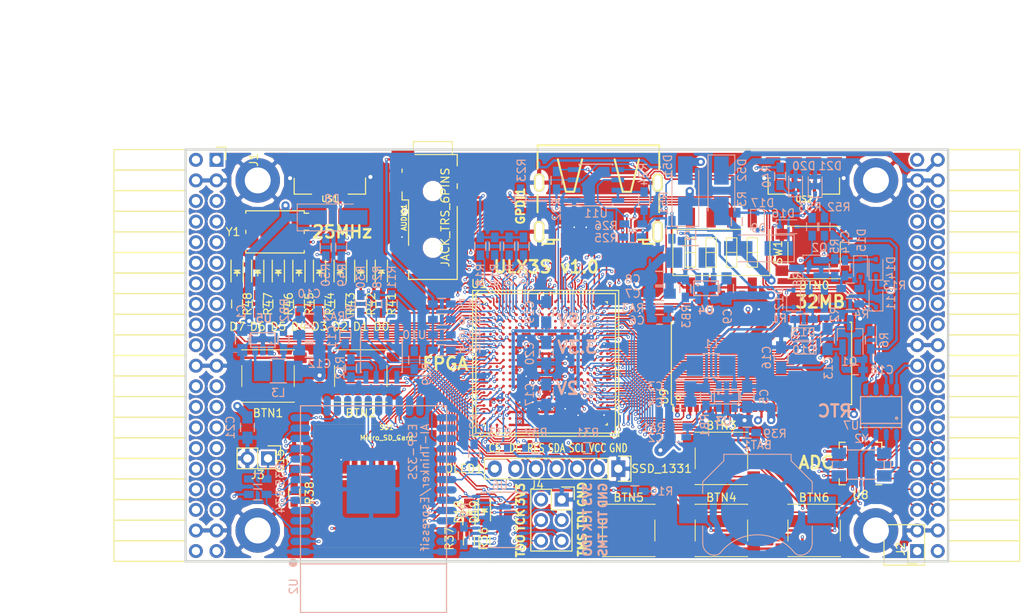
<source format=kicad_pcb>
(kicad_pcb (version 4) (host pcbnew 4.0.7+dfsg1-1)

  (general
    (links 672)
    (no_connects 0)
    (area 93.949999 61.269999 188.230001 112.370001)
    (thickness 1.6)
    (drawings 27)
    (tracks 4043)
    (zones 0)
    (modules 146)
    (nets 236)
  )

  (page A4)
  (layers
    (0 F.Cu signal)
    (1 In1.Cu signal)
    (2 In2.Cu signal)
    (31 B.Cu signal)
    (32 B.Adhes user)
    (33 F.Adhes user)
    (34 B.Paste user)
    (35 F.Paste user)
    (36 B.SilkS user)
    (37 F.SilkS user)
    (38 B.Mask user)
    (39 F.Mask user)
    (40 Dwgs.User user)
    (41 Cmts.User user)
    (42 Eco1.User user)
    (43 Eco2.User user)
    (44 Edge.Cuts user)
    (45 Margin user)
    (46 B.CrtYd user)
    (47 F.CrtYd user)
    (48 B.Fab user)
    (49 F.Fab user)
  )

  (setup
    (last_trace_width 0.3)
    (trace_clearance 0.127)
    (zone_clearance 0.254)
    (zone_45_only no)
    (trace_min 0.127)
    (segment_width 0.2)
    (edge_width 0.2)
    (via_size 0.4)
    (via_drill 0.2)
    (via_min_size 0.4)
    (via_min_drill 0.2)
    (uvia_size 0.3)
    (uvia_drill 0.1)
    (uvias_allowed no)
    (uvia_min_size 0.2)
    (uvia_min_drill 0.1)
    (pcb_text_width 0.3)
    (pcb_text_size 1.5 1.5)
    (mod_edge_width 0.15)
    (mod_text_size 1 1)
    (mod_text_width 0.15)
    (pad_size 0.5 0.5)
    (pad_drill 0)
    (pad_to_mask_clearance 0.05)
    (aux_axis_origin 82.67 62.69)
    (grid_origin 86.48 79.2)
    (visible_elements 7FFFFFFF)
    (pcbplotparams
      (layerselection 0x310f0_80000007)
      (usegerberextensions true)
      (excludeedgelayer true)
      (linewidth 0.100000)
      (plotframeref false)
      (viasonmask false)
      (mode 1)
      (useauxorigin false)
      (hpglpennumber 1)
      (hpglpenspeed 20)
      (hpglpendiameter 15)
      (hpglpenoverlay 2)
      (psnegative false)
      (psa4output false)
      (plotreference true)
      (plotvalue true)
      (plotinvisibletext false)
      (padsonsilk false)
      (subtractmaskfromsilk false)
      (outputformat 1)
      (mirror false)
      (drillshape 0)
      (scaleselection 1)
      (outputdirectory plot))
  )

  (net 0 "")
  (net 1 GND)
  (net 2 +5V)
  (net 3 /gpio/IN5V)
  (net 4 /gpio/OUT5V)
  (net 5 +3V3)
  (net 6 "Net-(L1-Pad1)")
  (net 7 "Net-(L2-Pad1)")
  (net 8 +1V2)
  (net 9 BTN_D)
  (net 10 BTN_F1)
  (net 11 BTN_F2)
  (net 12 BTN_L)
  (net 13 BTN_R)
  (net 14 BTN_U)
  (net 15 /power/FB1)
  (net 16 +2V5)
  (net 17 "Net-(L3-Pad1)")
  (net 18 /power/PWREN)
  (net 19 /power/FB3)
  (net 20 /power/FB2)
  (net 21 "Net-(D9-Pad1)")
  (net 22 /power/VBAT)
  (net 23 JTAG_TDI)
  (net 24 JTAG_TCK)
  (net 25 JTAG_TMS)
  (net 26 JTAG_TDO)
  (net 27 /power/WAKEUPn)
  (net 28 /power/WKUP)
  (net 29 /power/SHUT)
  (net 30 /power/WAKE)
  (net 31 /power/HOLD)
  (net 32 /power/WKn)
  (net 33 /power/OSCI_32k)
  (net 34 /power/OSCO_32k)
  (net 35 "Net-(Q2-Pad3)")
  (net 36 SHUTDOWN)
  (net 37 /analog/AUDIO_L)
  (net 38 /analog/AUDIO_R)
  (net 39 GPDI_5V_SCL)
  (net 40 GPDI_5V_SDA)
  (net 41 GPDI_SDA)
  (net 42 GPDI_SCL)
  (net 43 /gpdi/VREF2)
  (net 44 SD_CMD)
  (net 45 SD_CLK)
  (net 46 SD_D0)
  (net 47 SD_D1)
  (net 48 USB5V)
  (net 49 "Net-(BTN0-Pad1)")
  (net 50 GPDI_CEC)
  (net 51 nRESET)
  (net 52 FTDI_nDTR)
  (net 53 SDRAM_CKE)
  (net 54 SDRAM_A7)
  (net 55 SDRAM_D15)
  (net 56 SDRAM_BA1)
  (net 57 SDRAM_D7)
  (net 58 SDRAM_A6)
  (net 59 SDRAM_CLK)
  (net 60 SDRAM_D13)
  (net 61 SDRAM_BA0)
  (net 62 SDRAM_D6)
  (net 63 SDRAM_A5)
  (net 64 SDRAM_D14)
  (net 65 SDRAM_A11)
  (net 66 SDRAM_D12)
  (net 67 SDRAM_D5)
  (net 68 SDRAM_A4)
  (net 69 SDRAM_A10)
  (net 70 SDRAM_D11)
  (net 71 SDRAM_A3)
  (net 72 SDRAM_D4)
  (net 73 SDRAM_D10)
  (net 74 SDRAM_D9)
  (net 75 SDRAM_A9)
  (net 76 SDRAM_D3)
  (net 77 SDRAM_D8)
  (net 78 SDRAM_A8)
  (net 79 SDRAM_A2)
  (net 80 SDRAM_A1)
  (net 81 SDRAM_A0)
  (net 82 SDRAM_D2)
  (net 83 SDRAM_D1)
  (net 84 SDRAM_D0)
  (net 85 SDRAM_DQM0)
  (net 86 SDRAM_nCS)
  (net 87 SDRAM_nRAS)
  (net 88 SDRAM_DQM1)
  (net 89 SDRAM_nCAS)
  (net 90 SDRAM_nWE)
  (net 91 /flash/FLASH_nWP)
  (net 92 /flash/FLASH_nHOLD)
  (net 93 /flash/FLASH_MOSI)
  (net 94 /flash/FLASH_MISO)
  (net 95 /flash/FLASH_SCK)
  (net 96 /flash/FLASH_nCS)
  (net 97 /flash/FPGA_PROGRAMN)
  (net 98 /flash/FPGA_DONE)
  (net 99 /flash/FPGA_INITN)
  (net 100 OLED_RES)
  (net 101 OLED_DC)
  (net 102 OLED_CS)
  (net 103 WIFI_EN)
  (net 104 FTDI_nRTS)
  (net 105 FTDI_TXD)
  (net 106 FTDI_RXD)
  (net 107 WIFI_RXD)
  (net 108 WIFI_GPIO0)
  (net 109 WIFI_TXD)
  (net 110 GPDI_ETH-)
  (net 111 GPDI_ETH+)
  (net 112 GPDI_D2+)
  (net 113 GPDI_D2-)
  (net 114 GPDI_D1+)
  (net 115 GPDI_D1-)
  (net 116 GPDI_D0+)
  (net 117 GPDI_D0-)
  (net 118 GPDI_CLK+)
  (net 119 GPDI_CLK-)
  (net 120 USB_FTDI_D+)
  (net 121 USB_FTDI_D-)
  (net 122 J1_17-)
  (net 123 J1_17+)
  (net 124 J1_23-)
  (net 125 J1_23+)
  (net 126 J1_25-)
  (net 127 J1_25+)
  (net 128 J1_27-)
  (net 129 J1_27+)
  (net 130 J1_29-)
  (net 131 J1_29+)
  (net 132 J1_31-)
  (net 133 J1_31+)
  (net 134 J1_33-)
  (net 135 J1_33+)
  (net 136 J1_35-)
  (net 137 J1_35+)
  (net 138 J2_5-)
  (net 139 J2_5+)
  (net 140 J2_7-)
  (net 141 J2_7+)
  (net 142 J2_9-)
  (net 143 J2_9+)
  (net 144 J2_13-)
  (net 145 J2_13+)
  (net 146 J2_17-)
  (net 147 J2_17+)
  (net 148 J2_11-)
  (net 149 J2_11+)
  (net 150 J2_23-)
  (net 151 J2_23+)
  (net 152 J1_5-)
  (net 153 J1_5+)
  (net 154 J1_7-)
  (net 155 J1_7+)
  (net 156 J1_9-)
  (net 157 J1_9+)
  (net 158 J1_11-)
  (net 159 J1_11+)
  (net 160 J1_13-)
  (net 161 J1_13+)
  (net 162 J1_15-)
  (net 163 J1_15+)
  (net 164 J2_15-)
  (net 165 J2_15+)
  (net 166 J2_25-)
  (net 167 J2_25+)
  (net 168 J2_27-)
  (net 169 J2_27+)
  (net 170 J2_29-)
  (net 171 J2_29+)
  (net 172 J2_31-)
  (net 173 J2_31+)
  (net 174 J2_33-)
  (net 175 J2_33+)
  (net 176 J2_35-)
  (net 177 J2_35+)
  (net 178 SD_D3)
  (net 179 AUDIO_L3)
  (net 180 AUDIO_L2)
  (net 181 AUDIO_L1)
  (net 182 AUDIO_L0)
  (net 183 AUDIO_R3)
  (net 184 AUDIO_R2)
  (net 185 AUDIO_R1)
  (net 186 AUDIO_R0)
  (net 187 OLED_CLK)
  (net 188 OLED_MOSI)
  (net 189 LED0)
  (net 190 LED1)
  (net 191 LED2)
  (net 192 LED3)
  (net 193 LED4)
  (net 194 LED5)
  (net 195 LED6)
  (net 196 LED7)
  (net 197 BTN_PWRn)
  (net 198 "Net-(J3-Pad1)")
  (net 199 FTDI_nTXLED)
  (net 200 FTDI_nSLEEP)
  (net 201 /blinkey/LED_PWREN)
  (net 202 /blinkey/LED_TXLED)
  (net 203 FT3V3)
  (net 204 /sdcard/SD3V3)
  (net 205 SD_D2)
  (net 206 CLK_25MHz)
  (net 207 /blinkey/BTNPUL)
  (net 208 /blinkey/BTNPUR)
  (net 209 USB_FPGA_D+)
  (net 210 /power/FTDI_nSUSPEND)
  (net 211 /blinkey/ALED0)
  (net 212 /blinkey/ALED1)
  (net 213 /blinkey/ALED2)
  (net 214 /blinkey/ALED3)
  (net 215 /blinkey/ALED4)
  (net 216 /blinkey/ALED5)
  (net 217 /blinkey/ALED6)
  (net 218 /blinkey/ALED7)
  (net 219 /usb/FTD-)
  (net 220 /usb/FTD+)
  (net 221 ADC_MISO)
  (net 222 ADC_MOSI)
  (net 223 ADC_CSn)
  (net 224 ADC_SCLK)
  (net 225 "Net-(R51-Pad2)")
  (net 226 SW3)
  (net 227 SW2)
  (net 228 SW1)
  (net 229 SW0)
  (net 230 USB_FPGA_D-)
  (net 231 /usb/FPD+)
  (net 232 /usb/FPD-)
  (net 233 WIFI_GPIO16)
  (net 234 WIFI_GPIO15)
  (net 235 /usb/ANT_433MHz)

  (net_class Default "This is the default net class."
    (clearance 0.127)
    (trace_width 0.3)
    (via_dia 0.4)
    (via_drill 0.2)
    (uvia_dia 0.3)
    (uvia_drill 0.1)
    (add_net +1V2)
    (add_net +2V5)
    (add_net +3V3)
    (add_net +5V)
    (add_net /analog/AUDIO_L)
    (add_net /analog/AUDIO_R)
    (add_net /blinkey/ALED0)
    (add_net /blinkey/ALED1)
    (add_net /blinkey/ALED2)
    (add_net /blinkey/ALED3)
    (add_net /blinkey/ALED4)
    (add_net /blinkey/ALED5)
    (add_net /blinkey/ALED6)
    (add_net /blinkey/ALED7)
    (add_net /blinkey/BTNPUL)
    (add_net /blinkey/BTNPUR)
    (add_net /blinkey/LED_PWREN)
    (add_net /blinkey/LED_TXLED)
    (add_net /gpdi/VREF2)
    (add_net /gpio/IN5V)
    (add_net /gpio/OUT5V)
    (add_net /power/FB1)
    (add_net /power/FB2)
    (add_net /power/FB3)
    (add_net /power/FTDI_nSUSPEND)
    (add_net /power/HOLD)
    (add_net /power/OSCI_32k)
    (add_net /power/OSCO_32k)
    (add_net /power/PWREN)
    (add_net /power/SHUT)
    (add_net /power/VBAT)
    (add_net /power/WAKE)
    (add_net /power/WAKEUPn)
    (add_net /power/WKUP)
    (add_net /power/WKn)
    (add_net /sdcard/SD3V3)
    (add_net /usb/ANT_433MHz)
    (add_net /usb/FPD+)
    (add_net /usb/FPD-)
    (add_net /usb/FTD+)
    (add_net /usb/FTD-)
    (add_net FT3V3)
    (add_net GND)
    (add_net "Net-(BTN0-Pad1)")
    (add_net "Net-(D9-Pad1)")
    (add_net "Net-(J3-Pad1)")
    (add_net "Net-(L1-Pad1)")
    (add_net "Net-(L2-Pad1)")
    (add_net "Net-(L3-Pad1)")
    (add_net "Net-(Q2-Pad3)")
    (add_net "Net-(R51-Pad2)")
    (add_net USB5V)
  )

  (net_class BGA ""
    (clearance 0.127)
    (trace_width 0.19)
    (via_dia 0.4)
    (via_drill 0.2)
    (uvia_dia 0.3)
    (uvia_drill 0.1)
    (add_net /flash/FLASH_MISO)
    (add_net /flash/FLASH_MOSI)
    (add_net /flash/FLASH_SCK)
    (add_net /flash/FLASH_nCS)
    (add_net /flash/FLASH_nHOLD)
    (add_net /flash/FLASH_nWP)
    (add_net /flash/FPGA_DONE)
    (add_net /flash/FPGA_INITN)
    (add_net /flash/FPGA_PROGRAMN)
    (add_net ADC_CSn)
    (add_net ADC_MISO)
    (add_net ADC_MOSI)
    (add_net ADC_SCLK)
    (add_net AUDIO_L0)
    (add_net AUDIO_L1)
    (add_net AUDIO_L2)
    (add_net AUDIO_L3)
    (add_net AUDIO_R0)
    (add_net AUDIO_R1)
    (add_net AUDIO_R2)
    (add_net AUDIO_R3)
    (add_net BTN_D)
    (add_net BTN_F1)
    (add_net BTN_F2)
    (add_net BTN_L)
    (add_net BTN_PWRn)
    (add_net BTN_R)
    (add_net BTN_U)
    (add_net CLK_25MHz)
    (add_net FTDI_RXD)
    (add_net FTDI_TXD)
    (add_net FTDI_nDTR)
    (add_net FTDI_nRTS)
    (add_net FTDI_nSLEEP)
    (add_net FTDI_nTXLED)
    (add_net GPDI_5V_SCL)
    (add_net GPDI_5V_SDA)
    (add_net GPDI_CEC)
    (add_net GPDI_CLK+)
    (add_net GPDI_CLK-)
    (add_net GPDI_D0+)
    (add_net GPDI_D0-)
    (add_net GPDI_D1+)
    (add_net GPDI_D1-)
    (add_net GPDI_D2+)
    (add_net GPDI_D2-)
    (add_net GPDI_ETH+)
    (add_net GPDI_ETH-)
    (add_net GPDI_SCL)
    (add_net GPDI_SDA)
    (add_net J1_11+)
    (add_net J1_11-)
    (add_net J1_13+)
    (add_net J1_13-)
    (add_net J1_15+)
    (add_net J1_15-)
    (add_net J1_17+)
    (add_net J1_17-)
    (add_net J1_23+)
    (add_net J1_23-)
    (add_net J1_25+)
    (add_net J1_25-)
    (add_net J1_27+)
    (add_net J1_27-)
    (add_net J1_29+)
    (add_net J1_29-)
    (add_net J1_31+)
    (add_net J1_31-)
    (add_net J1_33+)
    (add_net J1_33-)
    (add_net J1_35+)
    (add_net J1_35-)
    (add_net J1_5+)
    (add_net J1_5-)
    (add_net J1_7+)
    (add_net J1_7-)
    (add_net J1_9+)
    (add_net J1_9-)
    (add_net J2_11+)
    (add_net J2_11-)
    (add_net J2_13+)
    (add_net J2_13-)
    (add_net J2_15+)
    (add_net J2_15-)
    (add_net J2_17+)
    (add_net J2_17-)
    (add_net J2_23+)
    (add_net J2_23-)
    (add_net J2_25+)
    (add_net J2_25-)
    (add_net J2_27+)
    (add_net J2_27-)
    (add_net J2_29+)
    (add_net J2_29-)
    (add_net J2_31+)
    (add_net J2_31-)
    (add_net J2_33+)
    (add_net J2_33-)
    (add_net J2_35+)
    (add_net J2_35-)
    (add_net J2_5+)
    (add_net J2_5-)
    (add_net J2_7+)
    (add_net J2_7-)
    (add_net J2_9+)
    (add_net J2_9-)
    (add_net JTAG_TCK)
    (add_net JTAG_TDI)
    (add_net JTAG_TDO)
    (add_net JTAG_TMS)
    (add_net LED0)
    (add_net LED1)
    (add_net LED2)
    (add_net LED3)
    (add_net LED4)
    (add_net LED5)
    (add_net LED6)
    (add_net LED7)
    (add_net OLED_CLK)
    (add_net OLED_CS)
    (add_net OLED_DC)
    (add_net OLED_MOSI)
    (add_net OLED_RES)
    (add_net SDRAM_A0)
    (add_net SDRAM_A1)
    (add_net SDRAM_A10)
    (add_net SDRAM_A11)
    (add_net SDRAM_A2)
    (add_net SDRAM_A3)
    (add_net SDRAM_A4)
    (add_net SDRAM_A5)
    (add_net SDRAM_A6)
    (add_net SDRAM_A7)
    (add_net SDRAM_A8)
    (add_net SDRAM_A9)
    (add_net SDRAM_BA0)
    (add_net SDRAM_BA1)
    (add_net SDRAM_CKE)
    (add_net SDRAM_CLK)
    (add_net SDRAM_D0)
    (add_net SDRAM_D1)
    (add_net SDRAM_D10)
    (add_net SDRAM_D11)
    (add_net SDRAM_D12)
    (add_net SDRAM_D13)
    (add_net SDRAM_D14)
    (add_net SDRAM_D15)
    (add_net SDRAM_D2)
    (add_net SDRAM_D3)
    (add_net SDRAM_D4)
    (add_net SDRAM_D5)
    (add_net SDRAM_D6)
    (add_net SDRAM_D7)
    (add_net SDRAM_D8)
    (add_net SDRAM_D9)
    (add_net SDRAM_DQM0)
    (add_net SDRAM_DQM1)
    (add_net SDRAM_nCAS)
    (add_net SDRAM_nCS)
    (add_net SDRAM_nRAS)
    (add_net SDRAM_nWE)
    (add_net SD_CLK)
    (add_net SD_CMD)
    (add_net SD_D0)
    (add_net SD_D1)
    (add_net SD_D2)
    (add_net SD_D3)
    (add_net SHUTDOWN)
    (add_net SW0)
    (add_net SW1)
    (add_net SW2)
    (add_net SW3)
    (add_net USB_FPGA_D+)
    (add_net USB_FPGA_D-)
    (add_net USB_FTDI_D+)
    (add_net USB_FTDI_D-)
    (add_net WIFI_EN)
    (add_net WIFI_GPIO0)
    (add_net WIFI_GPIO15)
    (add_net WIFI_GPIO16)
    (add_net WIFI_RXD)
    (add_net WIFI_TXD)
    (add_net nRESET)
  )

  (net_class Minimal ""
    (clearance 0.127)
    (trace_width 0.127)
    (via_dia 0.4)
    (via_drill 0.2)
    (uvia_dia 0.3)
    (uvia_drill 0.1)
  )

  (module Diodes_SMD:D_SMA_Handsoldering (layer B.Cu) (tedit 59D3CA67) (tstamp 59D3C50D)
    (at 155.695 66.5 90)
    (descr "Diode SMA (DO-214AC) Handsoldering")
    (tags "Diode SMA (DO-214AC) Handsoldering")
    (path /56AC389C/56AC483B)
    (attr smd)
    (fp_text reference D51 (at 3.048 -2.159 90) (layer B.SilkS)
      (effects (font (size 1 1) (thickness 0.15)) (justify mirror))
    )
    (fp_text value STPS2L30AF (at 0 -2.6 90) (layer B.Fab)
      (effects (font (size 1 1) (thickness 0.15)) (justify mirror))
    )
    (fp_text user %R (at 3.048 -2.159 90) (layer B.Fab) hide
      (effects (font (size 1 1) (thickness 0.15)) (justify mirror))
    )
    (fp_line (start -4.4 1.65) (end -4.4 -1.65) (layer B.SilkS) (width 0.12))
    (fp_line (start 2.3 -1.5) (end -2.3 -1.5) (layer B.Fab) (width 0.1))
    (fp_line (start -2.3 -1.5) (end -2.3 1.5) (layer B.Fab) (width 0.1))
    (fp_line (start 2.3 1.5) (end 2.3 -1.5) (layer B.Fab) (width 0.1))
    (fp_line (start 2.3 1.5) (end -2.3 1.5) (layer B.Fab) (width 0.1))
    (fp_line (start -4.5 1.75) (end 4.5 1.75) (layer B.CrtYd) (width 0.05))
    (fp_line (start 4.5 1.75) (end 4.5 -1.75) (layer B.CrtYd) (width 0.05))
    (fp_line (start 4.5 -1.75) (end -4.5 -1.75) (layer B.CrtYd) (width 0.05))
    (fp_line (start -4.5 -1.75) (end -4.5 1.75) (layer B.CrtYd) (width 0.05))
    (fp_line (start -0.64944 -0.00102) (end -1.55114 -0.00102) (layer B.Fab) (width 0.1))
    (fp_line (start 0.50118 -0.00102) (end 1.4994 -0.00102) (layer B.Fab) (width 0.1))
    (fp_line (start -0.64944 0.79908) (end -0.64944 -0.80112) (layer B.Fab) (width 0.1))
    (fp_line (start 0.50118 -0.75032) (end 0.50118 0.79908) (layer B.Fab) (width 0.1))
    (fp_line (start -0.64944 -0.00102) (end 0.50118 -0.75032) (layer B.Fab) (width 0.1))
    (fp_line (start -0.64944 -0.00102) (end 0.50118 0.79908) (layer B.Fab) (width 0.1))
    (fp_line (start -4.4 -1.65) (end 2.5 -1.65) (layer B.SilkS) (width 0.12))
    (fp_line (start -4.4 1.65) (end 2.5 1.65) (layer B.SilkS) (width 0.12))
    (pad 1 smd rect (at -2.5 0 90) (size 3.5 1.8) (layers B.Cu B.Paste B.Mask)
      (net 2 +5V))
    (pad 2 smd rect (at 2.5 0 90) (size 3.5 1.8) (layers B.Cu B.Paste B.Mask)
      (net 3 /gpio/IN5V))
    (model ${KISYS3DMOD}/Diodes_SMD.3dshapes/D_SMA.wrl
      (at (xyz 0 0 0))
      (scale (xyz 1 1 1))
      (rotate (xyz 0 0 0))
    )
  )

  (module Resistors_SMD:R_0603_HandSoldering (layer B.Cu) (tedit 58307AEF) (tstamp 595B8F7A)
    (at 154.044 71.326 90)
    (descr "Resistor SMD 0603, hand soldering")
    (tags "resistor 0603")
    (path /58D6547C/595B9C2F)
    (attr smd)
    (fp_text reference R51 (at 3.302 -1.016 90) (layer B.SilkS)
      (effects (font (size 1 1) (thickness 0.15)) (justify mirror))
    )
    (fp_text value 220 (at 3.556 0 90) (layer B.Fab)
      (effects (font (size 1 1) (thickness 0.15)) (justify mirror))
    )
    (fp_line (start -0.8 -0.4) (end -0.8 0.4) (layer B.Fab) (width 0.1))
    (fp_line (start 0.8 -0.4) (end -0.8 -0.4) (layer B.Fab) (width 0.1))
    (fp_line (start 0.8 0.4) (end 0.8 -0.4) (layer B.Fab) (width 0.1))
    (fp_line (start -0.8 0.4) (end 0.8 0.4) (layer B.Fab) (width 0.1))
    (fp_line (start -2 0.8) (end 2 0.8) (layer B.CrtYd) (width 0.05))
    (fp_line (start -2 -0.8) (end 2 -0.8) (layer B.CrtYd) (width 0.05))
    (fp_line (start -2 0.8) (end -2 -0.8) (layer B.CrtYd) (width 0.05))
    (fp_line (start 2 0.8) (end 2 -0.8) (layer B.CrtYd) (width 0.05))
    (fp_line (start 0.5 -0.675) (end -0.5 -0.675) (layer B.SilkS) (width 0.15))
    (fp_line (start -0.5 0.675) (end 0.5 0.675) (layer B.SilkS) (width 0.15))
    (pad 1 smd rect (at -1.1 0 90) (size 1.2 0.9) (layers B.Cu B.Paste B.Mask)
      (net 5 +3V3))
    (pad 2 smd rect (at 1.1 0 90) (size 1.2 0.9) (layers B.Cu B.Paste B.Mask)
      (net 225 "Net-(R51-Pad2)"))
    (model Resistors_SMD.3dshapes/R_0603.wrl
      (at (xyz 0 0 0))
      (scale (xyz 1 1 1))
      (rotate (xyz 0 0 0))
    )
  )

  (module micro-sd:MicroSD_TF02D (layer F.Cu) (tedit 52721666) (tstamp 56A966AB)
    (at 116.87 110.52 180)
    (path /58DA7327/590C84AE)
    (fp_text reference SD1 (at -1.995 14.81 180) (layer F.SilkS)
      (effects (font (size 0.59944 0.59944) (thickness 0.12446)))
    )
    (fp_text value Micro_SD_Card (at -1.995 13.54 180) (layer F.SilkS)
      (effects (font (size 0.59944 0.59944) (thickness 0.12446)))
    )
    (fp_line (start 3.8 15.2) (end 3.8 16) (layer F.SilkS) (width 0.01016))
    (fp_line (start 3.8 16) (end -7 16) (layer F.SilkS) (width 0.01016))
    (fp_line (start -7 16) (end -7 15.2) (layer F.SilkS) (width 0.01016))
    (fp_line (start 7 0) (end 7 15.2) (layer F.SilkS) (width 0.01016))
    (fp_line (start 7 15.2) (end -7 15.2) (layer F.SilkS) (width 0.01016))
    (fp_line (start -7 15.2) (end -7 0) (layer F.SilkS) (width 0.01016))
    (fp_line (start -7 0) (end 7 0) (layer F.SilkS) (width 0.01016))
    (pad 1 smd rect (at 1.94 11 180) (size 0.7 1.8) (layers F.Cu F.Paste F.Mask)
      (net 205 SD_D2))
    (pad 2 smd rect (at 0.84 11 180) (size 0.7 1.8) (layers F.Cu F.Paste F.Mask)
      (net 178 SD_D3))
    (pad 3 smd rect (at -0.26 11 180) (size 0.7 1.8) (layers F.Cu F.Paste F.Mask)
      (net 44 SD_CMD))
    (pad 4 smd rect (at -1.36 11 180) (size 0.7 1.8) (layers F.Cu F.Paste F.Mask)
      (net 204 /sdcard/SD3V3))
    (pad 5 smd rect (at -2.46 11 180) (size 0.7 1.8) (layers F.Cu F.Paste F.Mask)
      (net 45 SD_CLK))
    (pad 6 smd rect (at -3.56 11 180) (size 0.7 1.8) (layers F.Cu F.Paste F.Mask)
      (net 1 GND))
    (pad 7 smd rect (at -4.66 11 180) (size 0.7 1.8) (layers F.Cu F.Paste F.Mask)
      (net 46 SD_D0))
    (pad 8 smd rect (at -5.76 11 180) (size 0.7 1.8) (layers F.Cu F.Paste F.Mask)
      (net 47 SD_D1))
    (pad S smd rect (at -5.05 0.4 180) (size 1.6 1.4) (layers F.Cu F.Paste F.Mask))
    (pad S smd rect (at 0.75 0.4 180) (size 1.8 1.4) (layers F.Cu F.Paste F.Mask))
    (pad G smd rect (at -7.45 13.55 180) (size 1.4 1.9) (layers F.Cu F.Paste F.Mask))
    (pad G smd rect (at 6.6 14.55 180) (size 1.4 1.9) (layers F.Cu F.Paste F.Mask))
  )

  (module Resistors_SMD:R_1210_HandSoldering (layer B.Cu) (tedit 58307C8D) (tstamp 58D58A37)
    (at 158.87 88.09 180)
    (descr "Resistor SMD 1210, hand soldering")
    (tags "resistor 1210")
    (path /58D51CAD/58D59D36)
    (attr smd)
    (fp_text reference L1 (at 0 2.7 180) (layer B.SilkS)
      (effects (font (size 1 1) (thickness 0.15)) (justify mirror))
    )
    (fp_text value 2.2uH (at 0 2.032 180) (layer B.Fab)
      (effects (font (size 1 1) (thickness 0.15)) (justify mirror))
    )
    (fp_line (start -1.6 -1.25) (end -1.6 1.25) (layer B.Fab) (width 0.1))
    (fp_line (start 1.6 -1.25) (end -1.6 -1.25) (layer B.Fab) (width 0.1))
    (fp_line (start 1.6 1.25) (end 1.6 -1.25) (layer B.Fab) (width 0.1))
    (fp_line (start -1.6 1.25) (end 1.6 1.25) (layer B.Fab) (width 0.1))
    (fp_line (start -3.3 1.6) (end 3.3 1.6) (layer B.CrtYd) (width 0.05))
    (fp_line (start -3.3 -1.6) (end 3.3 -1.6) (layer B.CrtYd) (width 0.05))
    (fp_line (start -3.3 1.6) (end -3.3 -1.6) (layer B.CrtYd) (width 0.05))
    (fp_line (start 3.3 1.6) (end 3.3 -1.6) (layer B.CrtYd) (width 0.05))
    (fp_line (start 1 -1.475) (end -1 -1.475) (layer B.SilkS) (width 0.15))
    (fp_line (start -1 1.475) (end 1 1.475) (layer B.SilkS) (width 0.15))
    (pad 1 smd rect (at -2 0 180) (size 2 2.5) (layers B.Cu B.Paste B.Mask)
      (net 6 "Net-(L1-Pad1)"))
    (pad 2 smd rect (at 2 0 180) (size 2 2.5) (layers B.Cu B.Paste B.Mask)
      (net 8 +1V2))
    (model Inductors_SMD.3dshapes/L_1210.wrl
      (at (xyz 0 0 0))
      (scale (xyz 1 1 1))
      (rotate (xyz 0 0 0))
    )
  )

  (module TSOT-25:TSOT-25 (layer B.Cu) (tedit 59CD7E8F) (tstamp 58D5976E)
    (at 160.775 91.9)
    (path /58D51CAD/58D58840)
    (fp_text reference U3 (at -0.381 3.048) (layer B.SilkS)
      (effects (font (size 1 1) (thickness 0.2)) (justify mirror))
    )
    (fp_text value AP3429A (at 0 2.286) (layer B.Fab)
      (effects (font (size 0.4 0.4) (thickness 0.1)) (justify mirror))
    )
    (fp_circle (center -1 -0.4) (end -0.95 -0.5) (layer B.SilkS) (width 0.15))
    (fp_line (start -1.5 0.9) (end 1.5 0.9) (layer B.SilkS) (width 0.15))
    (fp_line (start 1.5 0.9) (end 1.5 -0.9) (layer B.SilkS) (width 0.15))
    (fp_line (start 1.5 -0.9) (end -1.5 -0.9) (layer B.SilkS) (width 0.15))
    (fp_line (start -1.5 -0.9) (end -1.5 0.9) (layer B.SilkS) (width 0.15))
    (pad 1 smd rect (at -0.95 -1.3) (size 0.7 1.2) (layers B.Cu B.Paste B.Mask)
      (net 18 /power/PWREN))
    (pad 2 smd rect (at 0 -1.3) (size 0.7 1.2) (layers B.Cu B.Paste B.Mask)
      (net 1 GND))
    (pad 3 smd rect (at 0.95 -1.3) (size 0.7 1.2) (layers B.Cu B.Paste B.Mask)
      (net 6 "Net-(L1-Pad1)"))
    (pad 4 smd rect (at 0.95 1.3) (size 0.7 1.2) (layers B.Cu B.Paste B.Mask)
      (net 2 +5V))
    (pad 5 smd rect (at -0.95 1.3) (size 0.7 1.2) (layers B.Cu B.Paste B.Mask)
      (net 15 /power/FB1))
    (model TO_SOT_Packages_SMD.3dshapes/SOT-23-5.wrl
      (at (xyz 0 0 0))
      (scale (xyz 1 1 1))
      (rotate (xyz 0 0 -90))
    )
  )

  (module Resistors_SMD:R_1210_HandSoldering (layer B.Cu) (tedit 58307C8D) (tstamp 58D599B2)
    (at 156.33 74.755 180)
    (descr "Resistor SMD 1210, hand soldering")
    (tags "resistor 1210")
    (path /58D51CAD/58D62964)
    (attr smd)
    (fp_text reference L2 (at 0 2.7 180) (layer B.SilkS)
      (effects (font (size 1 1) (thickness 0.15)) (justify mirror))
    )
    (fp_text value 2.2uH (at -1.016 2.159 180) (layer B.Fab)
      (effects (font (size 1 1) (thickness 0.15)) (justify mirror))
    )
    (fp_line (start -1.6 -1.25) (end -1.6 1.25) (layer B.Fab) (width 0.1))
    (fp_line (start 1.6 -1.25) (end -1.6 -1.25) (layer B.Fab) (width 0.1))
    (fp_line (start 1.6 1.25) (end 1.6 -1.25) (layer B.Fab) (width 0.1))
    (fp_line (start -1.6 1.25) (end 1.6 1.25) (layer B.Fab) (width 0.1))
    (fp_line (start -3.3 1.6) (end 3.3 1.6) (layer B.CrtYd) (width 0.05))
    (fp_line (start -3.3 -1.6) (end 3.3 -1.6) (layer B.CrtYd) (width 0.05))
    (fp_line (start -3.3 1.6) (end -3.3 -1.6) (layer B.CrtYd) (width 0.05))
    (fp_line (start 3.3 1.6) (end 3.3 -1.6) (layer B.CrtYd) (width 0.05))
    (fp_line (start 1 -1.475) (end -1 -1.475) (layer B.SilkS) (width 0.15))
    (fp_line (start -1 1.475) (end 1 1.475) (layer B.SilkS) (width 0.15))
    (pad 1 smd rect (at -2 0 180) (size 2 2.5) (layers B.Cu B.Paste B.Mask)
      (net 7 "Net-(L2-Pad1)"))
    (pad 2 smd rect (at 2 0 180) (size 2 2.5) (layers B.Cu B.Paste B.Mask)
      (net 5 +3V3))
    (model Inductors_SMD.3dshapes/L_1210.wrl
      (at (xyz 0 0 0))
      (scale (xyz 1 1 1))
      (rotate (xyz 0 0 0))
    )
  )

  (module TSOT-25:TSOT-25 (layer B.Cu) (tedit 59CD7E82) (tstamp 58D599CD)
    (at 158.235 78.535)
    (path /58D51CAD/58D62946)
    (fp_text reference U4 (at 0 2.697) (layer B.SilkS)
      (effects (font (size 1 1) (thickness 0.2)) (justify mirror))
    )
    (fp_text value AP3429A (at 0 2.443) (layer B.Fab)
      (effects (font (size 0.4 0.4) (thickness 0.1)) (justify mirror))
    )
    (fp_circle (center -1 -0.4) (end -0.95 -0.5) (layer B.SilkS) (width 0.15))
    (fp_line (start -1.5 0.9) (end 1.5 0.9) (layer B.SilkS) (width 0.15))
    (fp_line (start 1.5 0.9) (end 1.5 -0.9) (layer B.SilkS) (width 0.15))
    (fp_line (start 1.5 -0.9) (end -1.5 -0.9) (layer B.SilkS) (width 0.15))
    (fp_line (start -1.5 -0.9) (end -1.5 0.9) (layer B.SilkS) (width 0.15))
    (pad 1 smd rect (at -0.95 -1.3) (size 0.7 1.2) (layers B.Cu B.Paste B.Mask)
      (net 18 /power/PWREN))
    (pad 2 smd rect (at 0 -1.3) (size 0.7 1.2) (layers B.Cu B.Paste B.Mask)
      (net 1 GND))
    (pad 3 smd rect (at 0.95 -1.3) (size 0.7 1.2) (layers B.Cu B.Paste B.Mask)
      (net 7 "Net-(L2-Pad1)"))
    (pad 4 smd rect (at 0.95 1.3) (size 0.7 1.2) (layers B.Cu B.Paste B.Mask)
      (net 2 +5V))
    (pad 5 smd rect (at -0.95 1.3) (size 0.7 1.2) (layers B.Cu B.Paste B.Mask)
      (net 19 /power/FB3))
    (model TO_SOT_Packages_SMD.3dshapes/SOT-23-5.wrl
      (at (xyz 0 0 0))
      (scale (xyz 1 1 1))
      (rotate (xyz 0 0 -90))
    )
  )

  (module LEDs:LED_0805 (layer F.Cu) (tedit 59CCC657) (tstamp 58D659BC)
    (at 118.23 76.66 270)
    (descr "LED 0805 smd package")
    (tags "LED 0805 SMD")
    (path /58D6547C/58D66570)
    (attr smd)
    (fp_text reference D0 (at 6.604 0 360) (layer F.SilkS)
      (effects (font (size 1 1) (thickness 0.15)))
    )
    (fp_text value LED (at -2.794 0 270) (layer F.Fab) hide
      (effects (font (size 1 1) (thickness 0.15)))
    )
    (fp_line (start -0.4 -0.3) (end -0.4 0.3) (layer F.Fab) (width 0.15))
    (fp_line (start -0.3 0) (end 0 -0.3) (layer F.Fab) (width 0.15))
    (fp_line (start 0 0.3) (end -0.3 0) (layer F.Fab) (width 0.15))
    (fp_line (start 0 -0.3) (end 0 0.3) (layer F.Fab) (width 0.15))
    (fp_line (start 1 -0.6) (end -1 -0.6) (layer F.Fab) (width 0.15))
    (fp_line (start 1 0.6) (end 1 -0.6) (layer F.Fab) (width 0.15))
    (fp_line (start -1 0.6) (end 1 0.6) (layer F.Fab) (width 0.15))
    (fp_line (start -1 -0.6) (end -1 0.6) (layer F.Fab) (width 0.15))
    (fp_line (start -1.6 0.75) (end 1.1 0.75) (layer F.SilkS) (width 0.15))
    (fp_line (start -1.6 -0.75) (end 1.1 -0.75) (layer F.SilkS) (width 0.15))
    (fp_line (start -0.1 0.15) (end -0.1 -0.1) (layer F.SilkS) (width 0.15))
    (fp_line (start -0.1 -0.1) (end -0.25 0.05) (layer F.SilkS) (width 0.15))
    (fp_line (start -0.35 -0.35) (end -0.35 0.35) (layer F.SilkS) (width 0.15))
    (fp_line (start 0 0) (end 0.35 0) (layer F.SilkS) (width 0.15))
    (fp_line (start -0.35 0) (end 0 -0.35) (layer F.SilkS) (width 0.15))
    (fp_line (start 0 -0.35) (end 0 0.35) (layer F.SilkS) (width 0.15))
    (fp_line (start 0 0.35) (end -0.35 0) (layer F.SilkS) (width 0.15))
    (fp_line (start 1.9 -0.95) (end 1.9 0.95) (layer F.CrtYd) (width 0.05))
    (fp_line (start 1.9 0.95) (end -1.9 0.95) (layer F.CrtYd) (width 0.05))
    (fp_line (start -1.9 0.95) (end -1.9 -0.95) (layer F.CrtYd) (width 0.05))
    (fp_line (start -1.9 -0.95) (end 1.9 -0.95) (layer F.CrtYd) (width 0.05))
    (pad 2 smd rect (at 1.04902 0 90) (size 1.19888 1.19888) (layers F.Cu F.Paste F.Mask)
      (net 211 /blinkey/ALED0))
    (pad 1 smd rect (at -1.04902 0 90) (size 1.19888 1.19888) (layers F.Cu F.Paste F.Mask)
      (net 1 GND))
    (model LEDs.3dshapes/LED_0805.wrl
      (at (xyz 0 0 0))
      (scale (xyz 1 1 1))
      (rotate (xyz 0 0 0))
    )
  )

  (module LEDs:LED_0805 (layer F.Cu) (tedit 59CCC647) (tstamp 58D659C2)
    (at 115.69 76.66 270)
    (descr "LED 0805 smd package")
    (tags "LED 0805 SMD")
    (path /58D6547C/58D66620)
    (attr smd)
    (fp_text reference D1 (at 6.604 0 360) (layer F.SilkS)
      (effects (font (size 1 1) (thickness 0.15)))
    )
    (fp_text value LED (at -2.794 0 270) (layer F.Fab) hide
      (effects (font (size 1 1) (thickness 0.15)))
    )
    (fp_line (start -0.4 -0.3) (end -0.4 0.3) (layer F.Fab) (width 0.15))
    (fp_line (start -0.3 0) (end 0 -0.3) (layer F.Fab) (width 0.15))
    (fp_line (start 0 0.3) (end -0.3 0) (layer F.Fab) (width 0.15))
    (fp_line (start 0 -0.3) (end 0 0.3) (layer F.Fab) (width 0.15))
    (fp_line (start 1 -0.6) (end -1 -0.6) (layer F.Fab) (width 0.15))
    (fp_line (start 1 0.6) (end 1 -0.6) (layer F.Fab) (width 0.15))
    (fp_line (start -1 0.6) (end 1 0.6) (layer F.Fab) (width 0.15))
    (fp_line (start -1 -0.6) (end -1 0.6) (layer F.Fab) (width 0.15))
    (fp_line (start -1.6 0.75) (end 1.1 0.75) (layer F.SilkS) (width 0.15))
    (fp_line (start -1.6 -0.75) (end 1.1 -0.75) (layer F.SilkS) (width 0.15))
    (fp_line (start -0.1 0.15) (end -0.1 -0.1) (layer F.SilkS) (width 0.15))
    (fp_line (start -0.1 -0.1) (end -0.25 0.05) (layer F.SilkS) (width 0.15))
    (fp_line (start -0.35 -0.35) (end -0.35 0.35) (layer F.SilkS) (width 0.15))
    (fp_line (start 0 0) (end 0.35 0) (layer F.SilkS) (width 0.15))
    (fp_line (start -0.35 0) (end 0 -0.35) (layer F.SilkS) (width 0.15))
    (fp_line (start 0 -0.35) (end 0 0.35) (layer F.SilkS) (width 0.15))
    (fp_line (start 0 0.35) (end -0.35 0) (layer F.SilkS) (width 0.15))
    (fp_line (start 1.9 -0.95) (end 1.9 0.95) (layer F.CrtYd) (width 0.05))
    (fp_line (start 1.9 0.95) (end -1.9 0.95) (layer F.CrtYd) (width 0.05))
    (fp_line (start -1.9 0.95) (end -1.9 -0.95) (layer F.CrtYd) (width 0.05))
    (fp_line (start -1.9 -0.95) (end 1.9 -0.95) (layer F.CrtYd) (width 0.05))
    (pad 2 smd rect (at 1.04902 0 90) (size 1.19888 1.19888) (layers F.Cu F.Paste F.Mask)
      (net 212 /blinkey/ALED1))
    (pad 1 smd rect (at -1.04902 0 90) (size 1.19888 1.19888) (layers F.Cu F.Paste F.Mask)
      (net 1 GND))
    (model LEDs.3dshapes/LED_0805.wrl
      (at (xyz 0 0 0))
      (scale (xyz 1 1 1))
      (rotate (xyz 0 0 0))
    )
  )

  (module LEDs:LED_0805 (layer F.Cu) (tedit 59CCC63D) (tstamp 58D659C8)
    (at 113.15 76.66 270)
    (descr "LED 0805 smd package")
    (tags "LED 0805 SMD")
    (path /58D6547C/58D666C3)
    (attr smd)
    (fp_text reference D2 (at 6.604 0 360) (layer F.SilkS)
      (effects (font (size 1 1) (thickness 0.15)))
    )
    (fp_text value LED (at -2.794 0 270) (layer F.Fab) hide
      (effects (font (size 1 1) (thickness 0.15)))
    )
    (fp_line (start -0.4 -0.3) (end -0.4 0.3) (layer F.Fab) (width 0.15))
    (fp_line (start -0.3 0) (end 0 -0.3) (layer F.Fab) (width 0.15))
    (fp_line (start 0 0.3) (end -0.3 0) (layer F.Fab) (width 0.15))
    (fp_line (start 0 -0.3) (end 0 0.3) (layer F.Fab) (width 0.15))
    (fp_line (start 1 -0.6) (end -1 -0.6) (layer F.Fab) (width 0.15))
    (fp_line (start 1 0.6) (end 1 -0.6) (layer F.Fab) (width 0.15))
    (fp_line (start -1 0.6) (end 1 0.6) (layer F.Fab) (width 0.15))
    (fp_line (start -1 -0.6) (end -1 0.6) (layer F.Fab) (width 0.15))
    (fp_line (start -1.6 0.75) (end 1.1 0.75) (layer F.SilkS) (width 0.15))
    (fp_line (start -1.6 -0.75) (end 1.1 -0.75) (layer F.SilkS) (width 0.15))
    (fp_line (start -0.1 0.15) (end -0.1 -0.1) (layer F.SilkS) (width 0.15))
    (fp_line (start -0.1 -0.1) (end -0.25 0.05) (layer F.SilkS) (width 0.15))
    (fp_line (start -0.35 -0.35) (end -0.35 0.35) (layer F.SilkS) (width 0.15))
    (fp_line (start 0 0) (end 0.35 0) (layer F.SilkS) (width 0.15))
    (fp_line (start -0.35 0) (end 0 -0.35) (layer F.SilkS) (width 0.15))
    (fp_line (start 0 -0.35) (end 0 0.35) (layer F.SilkS) (width 0.15))
    (fp_line (start 0 0.35) (end -0.35 0) (layer F.SilkS) (width 0.15))
    (fp_line (start 1.9 -0.95) (end 1.9 0.95) (layer F.CrtYd) (width 0.05))
    (fp_line (start 1.9 0.95) (end -1.9 0.95) (layer F.CrtYd) (width 0.05))
    (fp_line (start -1.9 0.95) (end -1.9 -0.95) (layer F.CrtYd) (width 0.05))
    (fp_line (start -1.9 -0.95) (end 1.9 -0.95) (layer F.CrtYd) (width 0.05))
    (pad 2 smd rect (at 1.04902 0 90) (size 1.19888 1.19888) (layers F.Cu F.Paste F.Mask)
      (net 213 /blinkey/ALED2))
    (pad 1 smd rect (at -1.04902 0 90) (size 1.19888 1.19888) (layers F.Cu F.Paste F.Mask)
      (net 1 GND))
    (model LEDs.3dshapes/LED_0805.wrl
      (at (xyz 0 0 0))
      (scale (xyz 1 1 1))
      (rotate (xyz 0 0 0))
    )
  )

  (module LEDs:LED_0805 (layer F.Cu) (tedit 59CCC636) (tstamp 58D659CE)
    (at 110.61 76.66 270)
    (descr "LED 0805 smd package")
    (tags "LED 0805 SMD")
    (path /58D6547C/58D66733)
    (attr smd)
    (fp_text reference D3 (at 6.604 0 360) (layer F.SilkS)
      (effects (font (size 1 1) (thickness 0.15)))
    )
    (fp_text value LED (at -2.794 0 270) (layer F.Fab) hide
      (effects (font (size 1 1) (thickness 0.15)))
    )
    (fp_line (start -0.4 -0.3) (end -0.4 0.3) (layer F.Fab) (width 0.15))
    (fp_line (start -0.3 0) (end 0 -0.3) (layer F.Fab) (width 0.15))
    (fp_line (start 0 0.3) (end -0.3 0) (layer F.Fab) (width 0.15))
    (fp_line (start 0 -0.3) (end 0 0.3) (layer F.Fab) (width 0.15))
    (fp_line (start 1 -0.6) (end -1 -0.6) (layer F.Fab) (width 0.15))
    (fp_line (start 1 0.6) (end 1 -0.6) (layer F.Fab) (width 0.15))
    (fp_line (start -1 0.6) (end 1 0.6) (layer F.Fab) (width 0.15))
    (fp_line (start -1 -0.6) (end -1 0.6) (layer F.Fab) (width 0.15))
    (fp_line (start -1.6 0.75) (end 1.1 0.75) (layer F.SilkS) (width 0.15))
    (fp_line (start -1.6 -0.75) (end 1.1 -0.75) (layer F.SilkS) (width 0.15))
    (fp_line (start -0.1 0.15) (end -0.1 -0.1) (layer F.SilkS) (width 0.15))
    (fp_line (start -0.1 -0.1) (end -0.25 0.05) (layer F.SilkS) (width 0.15))
    (fp_line (start -0.35 -0.35) (end -0.35 0.35) (layer F.SilkS) (width 0.15))
    (fp_line (start 0 0) (end 0.35 0) (layer F.SilkS) (width 0.15))
    (fp_line (start -0.35 0) (end 0 -0.35) (layer F.SilkS) (width 0.15))
    (fp_line (start 0 -0.35) (end 0 0.35) (layer F.SilkS) (width 0.15))
    (fp_line (start 0 0.35) (end -0.35 0) (layer F.SilkS) (width 0.15))
    (fp_line (start 1.9 -0.95) (end 1.9 0.95) (layer F.CrtYd) (width 0.05))
    (fp_line (start 1.9 0.95) (end -1.9 0.95) (layer F.CrtYd) (width 0.05))
    (fp_line (start -1.9 0.95) (end -1.9 -0.95) (layer F.CrtYd) (width 0.05))
    (fp_line (start -1.9 -0.95) (end 1.9 -0.95) (layer F.CrtYd) (width 0.05))
    (pad 2 smd rect (at 1.04902 0 90) (size 1.19888 1.19888) (layers F.Cu F.Paste F.Mask)
      (net 214 /blinkey/ALED3))
    (pad 1 smd rect (at -1.04902 0 90) (size 1.19888 1.19888) (layers F.Cu F.Paste F.Mask)
      (net 1 GND))
    (model LEDs.3dshapes/LED_0805.wrl
      (at (xyz 0 0 0))
      (scale (xyz 1 1 1))
      (rotate (xyz 0 0 0))
    )
    (model Resistors_SMD.3dshapes/R_0603.wrl
      (at (xyz 0 0 0))
      (scale (xyz 1 1 1))
      (rotate (xyz 0 0 0))
    )
  )

  (module LEDs:LED_0805 (layer F.Cu) (tedit 59CCC62D) (tstamp 58D659D4)
    (at 108.07 76.66 270)
    (descr "LED 0805 smd package")
    (tags "LED 0805 SMD")
    (path /58D6547C/58D6688F)
    (attr smd)
    (fp_text reference D4 (at 6.604 0 360) (layer F.SilkS)
      (effects (font (size 1 1) (thickness 0.15)))
    )
    (fp_text value LED (at -2.794 0 270) (layer F.Fab) hide
      (effects (font (size 1 1) (thickness 0.15)))
    )
    (fp_line (start -0.4 -0.3) (end -0.4 0.3) (layer F.Fab) (width 0.15))
    (fp_line (start -0.3 0) (end 0 -0.3) (layer F.Fab) (width 0.15))
    (fp_line (start 0 0.3) (end -0.3 0) (layer F.Fab) (width 0.15))
    (fp_line (start 0 -0.3) (end 0 0.3) (layer F.Fab) (width 0.15))
    (fp_line (start 1 -0.6) (end -1 -0.6) (layer F.Fab) (width 0.15))
    (fp_line (start 1 0.6) (end 1 -0.6) (layer F.Fab) (width 0.15))
    (fp_line (start -1 0.6) (end 1 0.6) (layer F.Fab) (width 0.15))
    (fp_line (start -1 -0.6) (end -1 0.6) (layer F.Fab) (width 0.15))
    (fp_line (start -1.6 0.75) (end 1.1 0.75) (layer F.SilkS) (width 0.15))
    (fp_line (start -1.6 -0.75) (end 1.1 -0.75) (layer F.SilkS) (width 0.15))
    (fp_line (start -0.1 0.15) (end -0.1 -0.1) (layer F.SilkS) (width 0.15))
    (fp_line (start -0.1 -0.1) (end -0.25 0.05) (layer F.SilkS) (width 0.15))
    (fp_line (start -0.35 -0.35) (end -0.35 0.35) (layer F.SilkS) (width 0.15))
    (fp_line (start 0 0) (end 0.35 0) (layer F.SilkS) (width 0.15))
    (fp_line (start -0.35 0) (end 0 -0.35) (layer F.SilkS) (width 0.15))
    (fp_line (start 0 -0.35) (end 0 0.35) (layer F.SilkS) (width 0.15))
    (fp_line (start 0 0.35) (end -0.35 0) (layer F.SilkS) (width 0.15))
    (fp_line (start 1.9 -0.95) (end 1.9 0.95) (layer F.CrtYd) (width 0.05))
    (fp_line (start 1.9 0.95) (end -1.9 0.95) (layer F.CrtYd) (width 0.05))
    (fp_line (start -1.9 0.95) (end -1.9 -0.95) (layer F.CrtYd) (width 0.05))
    (fp_line (start -1.9 -0.95) (end 1.9 -0.95) (layer F.CrtYd) (width 0.05))
    (pad 2 smd rect (at 1.04902 0 90) (size 1.19888 1.19888) (layers F.Cu F.Paste F.Mask)
      (net 215 /blinkey/ALED4))
    (pad 1 smd rect (at -1.04902 0 90) (size 1.19888 1.19888) (layers F.Cu F.Paste F.Mask)
      (net 1 GND))
    (model LEDs.3dshapes/LED_0805.wrl
      (at (xyz 0 0 0))
      (scale (xyz 1 1 1))
      (rotate (xyz 0 0 0))
    )
  )

  (module LEDs:LED_0805 (layer F.Cu) (tedit 59CCC627) (tstamp 58D659DA)
    (at 105.53 76.66 270)
    (descr "LED 0805 smd package")
    (tags "LED 0805 SMD")
    (path /58D6547C/58D66895)
    (attr smd)
    (fp_text reference D5 (at 6.604 0 360) (layer F.SilkS)
      (effects (font (size 1 1) (thickness 0.15)))
    )
    (fp_text value LED (at -2.794 0 270) (layer F.Fab) hide
      (effects (font (size 1 1) (thickness 0.15)))
    )
    (fp_line (start -0.4 -0.3) (end -0.4 0.3) (layer F.Fab) (width 0.15))
    (fp_line (start -0.3 0) (end 0 -0.3) (layer F.Fab) (width 0.15))
    (fp_line (start 0 0.3) (end -0.3 0) (layer F.Fab) (width 0.15))
    (fp_line (start 0 -0.3) (end 0 0.3) (layer F.Fab) (width 0.15))
    (fp_line (start 1 -0.6) (end -1 -0.6) (layer F.Fab) (width 0.15))
    (fp_line (start 1 0.6) (end 1 -0.6) (layer F.Fab) (width 0.15))
    (fp_line (start -1 0.6) (end 1 0.6) (layer F.Fab) (width 0.15))
    (fp_line (start -1 -0.6) (end -1 0.6) (layer F.Fab) (width 0.15))
    (fp_line (start -1.6 0.75) (end 1.1 0.75) (layer F.SilkS) (width 0.15))
    (fp_line (start -1.6 -0.75) (end 1.1 -0.75) (layer F.SilkS) (width 0.15))
    (fp_line (start -0.1 0.15) (end -0.1 -0.1) (layer F.SilkS) (width 0.15))
    (fp_line (start -0.1 -0.1) (end -0.25 0.05) (layer F.SilkS) (width 0.15))
    (fp_line (start -0.35 -0.35) (end -0.35 0.35) (layer F.SilkS) (width 0.15))
    (fp_line (start 0 0) (end 0.35 0) (layer F.SilkS) (width 0.15))
    (fp_line (start -0.35 0) (end 0 -0.35) (layer F.SilkS) (width 0.15))
    (fp_line (start 0 -0.35) (end 0 0.35) (layer F.SilkS) (width 0.15))
    (fp_line (start 0 0.35) (end -0.35 0) (layer F.SilkS) (width 0.15))
    (fp_line (start 1.9 -0.95) (end 1.9 0.95) (layer F.CrtYd) (width 0.05))
    (fp_line (start 1.9 0.95) (end -1.9 0.95) (layer F.CrtYd) (width 0.05))
    (fp_line (start -1.9 0.95) (end -1.9 -0.95) (layer F.CrtYd) (width 0.05))
    (fp_line (start -1.9 -0.95) (end 1.9 -0.95) (layer F.CrtYd) (width 0.05))
    (pad 2 smd rect (at 1.04902 0 90) (size 1.19888 1.19888) (layers F.Cu F.Paste F.Mask)
      (net 216 /blinkey/ALED5))
    (pad 1 smd rect (at -1.04902 0 90) (size 1.19888 1.19888) (layers F.Cu F.Paste F.Mask)
      (net 1 GND))
    (model LEDs.3dshapes/LED_0805.wrl
      (at (xyz 0 0 0))
      (scale (xyz 1 1 1))
      (rotate (xyz 0 0 0))
    )
  )

  (module LEDs:LED_0805 (layer F.Cu) (tedit 59CCC61E) (tstamp 58D659E0)
    (at 102.99 76.66 270)
    (descr "LED 0805 smd package")
    (tags "LED 0805 SMD")
    (path /58D6547C/58D6689B)
    (attr smd)
    (fp_text reference D6 (at 6.604 0 360) (layer F.SilkS)
      (effects (font (size 1 1) (thickness 0.15)))
    )
    (fp_text value LED (at -2.794 0 270) (layer F.Fab) hide
      (effects (font (size 1 1) (thickness 0.15)))
    )
    (fp_line (start -0.4 -0.3) (end -0.4 0.3) (layer F.Fab) (width 0.15))
    (fp_line (start -0.3 0) (end 0 -0.3) (layer F.Fab) (width 0.15))
    (fp_line (start 0 0.3) (end -0.3 0) (layer F.Fab) (width 0.15))
    (fp_line (start 0 -0.3) (end 0 0.3) (layer F.Fab) (width 0.15))
    (fp_line (start 1 -0.6) (end -1 -0.6) (layer F.Fab) (width 0.15))
    (fp_line (start 1 0.6) (end 1 -0.6) (layer F.Fab) (width 0.15))
    (fp_line (start -1 0.6) (end 1 0.6) (layer F.Fab) (width 0.15))
    (fp_line (start -1 -0.6) (end -1 0.6) (layer F.Fab) (width 0.15))
    (fp_line (start -1.6 0.75) (end 1.1 0.75) (layer F.SilkS) (width 0.15))
    (fp_line (start -1.6 -0.75) (end 1.1 -0.75) (layer F.SilkS) (width 0.15))
    (fp_line (start -0.1 0.15) (end -0.1 -0.1) (layer F.SilkS) (width 0.15))
    (fp_line (start -0.1 -0.1) (end -0.25 0.05) (layer F.SilkS) (width 0.15))
    (fp_line (start -0.35 -0.35) (end -0.35 0.35) (layer F.SilkS) (width 0.15))
    (fp_line (start 0 0) (end 0.35 0) (layer F.SilkS) (width 0.15))
    (fp_line (start -0.35 0) (end 0 -0.35) (layer F.SilkS) (width 0.15))
    (fp_line (start 0 -0.35) (end 0 0.35) (layer F.SilkS) (width 0.15))
    (fp_line (start 0 0.35) (end -0.35 0) (layer F.SilkS) (width 0.15))
    (fp_line (start 1.9 -0.95) (end 1.9 0.95) (layer F.CrtYd) (width 0.05))
    (fp_line (start 1.9 0.95) (end -1.9 0.95) (layer F.CrtYd) (width 0.05))
    (fp_line (start -1.9 0.95) (end -1.9 -0.95) (layer F.CrtYd) (width 0.05))
    (fp_line (start -1.9 -0.95) (end 1.9 -0.95) (layer F.CrtYd) (width 0.05))
    (pad 2 smd rect (at 1.04902 0 90) (size 1.19888 1.19888) (layers F.Cu F.Paste F.Mask)
      (net 217 /blinkey/ALED6))
    (pad 1 smd rect (at -1.04902 0 90) (size 1.19888 1.19888) (layers F.Cu F.Paste F.Mask)
      (net 1 GND))
    (model LEDs.3dshapes/LED_0805.wrl
      (at (xyz 0 0 0))
      (scale (xyz 1 1 1))
      (rotate (xyz 0 0 0))
    )
  )

  (module LEDs:LED_0805 (layer F.Cu) (tedit 59CCC61A) (tstamp 58D659E6)
    (at 100.45 76.66 270)
    (descr "LED 0805 smd package")
    (tags "LED 0805 SMD")
    (path /58D6547C/58D668A1)
    (attr smd)
    (fp_text reference D7 (at 6.604 0 360) (layer F.SilkS)
      (effects (font (size 1 1) (thickness 0.15)))
    )
    (fp_text value LED (at -2.794 0 270) (layer F.Fab) hide
      (effects (font (size 1 1) (thickness 0.15)))
    )
    (fp_line (start -0.4 -0.3) (end -0.4 0.3) (layer F.Fab) (width 0.15))
    (fp_line (start -0.3 0) (end 0 -0.3) (layer F.Fab) (width 0.15))
    (fp_line (start 0 0.3) (end -0.3 0) (layer F.Fab) (width 0.15))
    (fp_line (start 0 -0.3) (end 0 0.3) (layer F.Fab) (width 0.15))
    (fp_line (start 1 -0.6) (end -1 -0.6) (layer F.Fab) (width 0.15))
    (fp_line (start 1 0.6) (end 1 -0.6) (layer F.Fab) (width 0.15))
    (fp_line (start -1 0.6) (end 1 0.6) (layer F.Fab) (width 0.15))
    (fp_line (start -1 -0.6) (end -1 0.6) (layer F.Fab) (width 0.15))
    (fp_line (start -1.6 0.75) (end 1.1 0.75) (layer F.SilkS) (width 0.15))
    (fp_line (start -1.6 -0.75) (end 1.1 -0.75) (layer F.SilkS) (width 0.15))
    (fp_line (start -0.1 0.15) (end -0.1 -0.1) (layer F.SilkS) (width 0.15))
    (fp_line (start -0.1 -0.1) (end -0.25 0.05) (layer F.SilkS) (width 0.15))
    (fp_line (start -0.35 -0.35) (end -0.35 0.35) (layer F.SilkS) (width 0.15))
    (fp_line (start 0 0) (end 0.35 0) (layer F.SilkS) (width 0.15))
    (fp_line (start -0.35 0) (end 0 -0.35) (layer F.SilkS) (width 0.15))
    (fp_line (start 0 -0.35) (end 0 0.35) (layer F.SilkS) (width 0.15))
    (fp_line (start 0 0.35) (end -0.35 0) (layer F.SilkS) (width 0.15))
    (fp_line (start 1.9 -0.95) (end 1.9 0.95) (layer F.CrtYd) (width 0.05))
    (fp_line (start 1.9 0.95) (end -1.9 0.95) (layer F.CrtYd) (width 0.05))
    (fp_line (start -1.9 0.95) (end -1.9 -0.95) (layer F.CrtYd) (width 0.05))
    (fp_line (start -1.9 -0.95) (end 1.9 -0.95) (layer F.CrtYd) (width 0.05))
    (pad 2 smd rect (at 1.04902 0 90) (size 1.19888 1.19888) (layers F.Cu F.Paste F.Mask)
      (net 218 /blinkey/ALED7))
    (pad 1 smd rect (at -1.04902 0 90) (size 1.19888 1.19888) (layers F.Cu F.Paste F.Mask)
      (net 1 GND))
    (model LEDs.3dshapes/LED_0805.wrl
      (at (xyz 0 0 0))
      (scale (xyz 1 1 1))
      (rotate (xyz 0 0 0))
    )
  )

  (module Resistors_SMD:R_1210_HandSoldering (layer B.Cu) (tedit 58307C8D) (tstamp 58D66E7E)
    (at 105.53 88.725)
    (descr "Resistor SMD 1210, hand soldering")
    (tags "resistor 1210")
    (path /58D51CAD/58D67BD8)
    (attr smd)
    (fp_text reference L3 (at 0 2.7) (layer B.SilkS)
      (effects (font (size 1 1) (thickness 0.15)) (justify mirror))
    )
    (fp_text value 2.2uH (at 0 2.413) (layer B.Fab)
      (effects (font (size 1 1) (thickness 0.15)) (justify mirror))
    )
    (fp_line (start -1.6 -1.25) (end -1.6 1.25) (layer B.Fab) (width 0.1))
    (fp_line (start 1.6 -1.25) (end -1.6 -1.25) (layer B.Fab) (width 0.1))
    (fp_line (start 1.6 1.25) (end 1.6 -1.25) (layer B.Fab) (width 0.1))
    (fp_line (start -1.6 1.25) (end 1.6 1.25) (layer B.Fab) (width 0.1))
    (fp_line (start -3.3 1.6) (end 3.3 1.6) (layer B.CrtYd) (width 0.05))
    (fp_line (start -3.3 -1.6) (end 3.3 -1.6) (layer B.CrtYd) (width 0.05))
    (fp_line (start -3.3 1.6) (end -3.3 -1.6) (layer B.CrtYd) (width 0.05))
    (fp_line (start 3.3 1.6) (end 3.3 -1.6) (layer B.CrtYd) (width 0.05))
    (fp_line (start 1 -1.475) (end -1 -1.475) (layer B.SilkS) (width 0.15))
    (fp_line (start -1 1.475) (end 1 1.475) (layer B.SilkS) (width 0.15))
    (pad 1 smd rect (at -2 0) (size 2 2.5) (layers B.Cu B.Paste B.Mask)
      (net 17 "Net-(L3-Pad1)"))
    (pad 2 smd rect (at 2 0) (size 2 2.5) (layers B.Cu B.Paste B.Mask)
      (net 16 +2V5))
    (model Inductors_SMD.3dshapes/L_1210.wrl
      (at (xyz 0 0 0))
      (scale (xyz 1 1 1))
      (rotate (xyz 0 0 0))
    )
  )

  (module TSOT-25:TSOT-25 (layer B.Cu) (tedit 59CD7D98) (tstamp 58D66E99)
    (at 103.625 84.915 180)
    (path /58D51CAD/58D67BBA)
    (fp_text reference U5 (at -0.127 2.667 180) (layer B.SilkS)
      (effects (font (size 1 1) (thickness 0.2)) (justify mirror))
    )
    (fp_text value AP3429A (at 0 2.413 180) (layer B.Fab)
      (effects (font (size 0.4 0.4) (thickness 0.1)) (justify mirror))
    )
    (fp_circle (center -1 -0.4) (end -0.95 -0.5) (layer B.SilkS) (width 0.15))
    (fp_line (start -1.5 0.9) (end 1.5 0.9) (layer B.SilkS) (width 0.15))
    (fp_line (start 1.5 0.9) (end 1.5 -0.9) (layer B.SilkS) (width 0.15))
    (fp_line (start 1.5 -0.9) (end -1.5 -0.9) (layer B.SilkS) (width 0.15))
    (fp_line (start -1.5 -0.9) (end -1.5 0.9) (layer B.SilkS) (width 0.15))
    (pad 1 smd rect (at -0.95 -1.3 180) (size 0.7 1.2) (layers B.Cu B.Paste B.Mask)
      (net 18 /power/PWREN))
    (pad 2 smd rect (at 0 -1.3 180) (size 0.7 1.2) (layers B.Cu B.Paste B.Mask)
      (net 1 GND))
    (pad 3 smd rect (at 0.95 -1.3 180) (size 0.7 1.2) (layers B.Cu B.Paste B.Mask)
      (net 17 "Net-(L3-Pad1)"))
    (pad 4 smd rect (at 0.95 1.3 180) (size 0.7 1.2) (layers B.Cu B.Paste B.Mask)
      (net 2 +5V))
    (pad 5 smd rect (at -0.95 1.3 180) (size 0.7 1.2) (layers B.Cu B.Paste B.Mask)
      (net 20 /power/FB2))
    (model TO_SOT_Packages_SMD.3dshapes/SOT-23-5.wrl
      (at (xyz 0 0 0))
      (scale (xyz 1 1 1))
      (rotate (xyz 0 0 -90))
    )
  )

  (module Capacitors_SMD:C_0805_HandSoldering (layer B.Cu) (tedit 541A9B8D) (tstamp 58D68B19)
    (at 101.085 84.915 270)
    (descr "Capacitor SMD 0805, hand soldering")
    (tags "capacitor 0805")
    (path /58D51CAD/58D598B7)
    (attr smd)
    (fp_text reference C1 (at -3.429 0.127 270) (layer B.SilkS)
      (effects (font (size 1 1) (thickness 0.15)) (justify mirror))
    )
    (fp_text value 22uF (at -3.429 -0.127 270) (layer B.Fab)
      (effects (font (size 1 1) (thickness 0.15)) (justify mirror))
    )
    (fp_line (start -1 -0.625) (end -1 0.625) (layer B.Fab) (width 0.15))
    (fp_line (start 1 -0.625) (end -1 -0.625) (layer B.Fab) (width 0.15))
    (fp_line (start 1 0.625) (end 1 -0.625) (layer B.Fab) (width 0.15))
    (fp_line (start -1 0.625) (end 1 0.625) (layer B.Fab) (width 0.15))
    (fp_line (start -2.3 1) (end 2.3 1) (layer B.CrtYd) (width 0.05))
    (fp_line (start -2.3 -1) (end 2.3 -1) (layer B.CrtYd) (width 0.05))
    (fp_line (start -2.3 1) (end -2.3 -1) (layer B.CrtYd) (width 0.05))
    (fp_line (start 2.3 1) (end 2.3 -1) (layer B.CrtYd) (width 0.05))
    (fp_line (start 0.5 0.85) (end -0.5 0.85) (layer B.SilkS) (width 0.15))
    (fp_line (start -0.5 -0.85) (end 0.5 -0.85) (layer B.SilkS) (width 0.15))
    (pad 1 smd rect (at -1.25 0 270) (size 1.5 1.25) (layers B.Cu B.Paste B.Mask)
      (net 2 +5V))
    (pad 2 smd rect (at 1.25 0 270) (size 1.5 1.25) (layers B.Cu B.Paste B.Mask)
      (net 1 GND))
    (model Capacitors_SMD.3dshapes/C_0805.wrl
      (at (xyz 0 0 0))
      (scale (xyz 1 1 1))
      (rotate (xyz 0 0 0))
    )
  )

  (module Capacitors_SMD:C_0805_HandSoldering (layer B.Cu) (tedit 541A9B8D) (tstamp 58D68B1E)
    (at 155.06 90.63)
    (descr "Capacitor SMD 0805, hand soldering")
    (tags "capacitor 0805")
    (path /58D51CAD/58D5AE64)
    (attr smd)
    (fp_text reference C3 (at -3.048 0) (layer B.SilkS)
      (effects (font (size 1 1) (thickness 0.15)) (justify mirror))
    )
    (fp_text value 22uF (at -4.064 0) (layer B.Fab)
      (effects (font (size 1 1) (thickness 0.15)) (justify mirror))
    )
    (fp_line (start -1 -0.625) (end -1 0.625) (layer B.Fab) (width 0.15))
    (fp_line (start 1 -0.625) (end -1 -0.625) (layer B.Fab) (width 0.15))
    (fp_line (start 1 0.625) (end 1 -0.625) (layer B.Fab) (width 0.15))
    (fp_line (start -1 0.625) (end 1 0.625) (layer B.Fab) (width 0.15))
    (fp_line (start -2.3 1) (end 2.3 1) (layer B.CrtYd) (width 0.05))
    (fp_line (start -2.3 -1) (end 2.3 -1) (layer B.CrtYd) (width 0.05))
    (fp_line (start -2.3 1) (end -2.3 -1) (layer B.CrtYd) (width 0.05))
    (fp_line (start 2.3 1) (end 2.3 -1) (layer B.CrtYd) (width 0.05))
    (fp_line (start 0.5 0.85) (end -0.5 0.85) (layer B.SilkS) (width 0.15))
    (fp_line (start -0.5 -0.85) (end 0.5 -0.85) (layer B.SilkS) (width 0.15))
    (pad 1 smd rect (at -1.25 0) (size 1.5 1.25) (layers B.Cu B.Paste B.Mask)
      (net 8 +1V2))
    (pad 2 smd rect (at 1.25 0) (size 1.5 1.25) (layers B.Cu B.Paste B.Mask)
      (net 1 GND))
    (model Capacitors_SMD.3dshapes/C_0805.wrl
      (at (xyz 0 0 0))
      (scale (xyz 1 1 1))
      (rotate (xyz 0 0 0))
    )
  )

  (module Capacitors_SMD:C_0805_HandSoldering (layer B.Cu) (tedit 541A9B8D) (tstamp 58D68B23)
    (at 155.06 92.535)
    (descr "Capacitor SMD 0805, hand soldering")
    (tags "capacitor 0805")
    (path /58D51CAD/58D5AEB3)
    (attr smd)
    (fp_text reference C4 (at -3.048 0.127) (layer B.SilkS)
      (effects (font (size 1 1) (thickness 0.15)) (justify mirror))
    )
    (fp_text value 22uF (at -4.064 0.127) (layer B.Fab)
      (effects (font (size 1 1) (thickness 0.15)) (justify mirror))
    )
    (fp_line (start -1 -0.625) (end -1 0.625) (layer B.Fab) (width 0.15))
    (fp_line (start 1 -0.625) (end -1 -0.625) (layer B.Fab) (width 0.15))
    (fp_line (start 1 0.625) (end 1 -0.625) (layer B.Fab) (width 0.15))
    (fp_line (start -1 0.625) (end 1 0.625) (layer B.Fab) (width 0.15))
    (fp_line (start -2.3 1) (end 2.3 1) (layer B.CrtYd) (width 0.05))
    (fp_line (start -2.3 -1) (end 2.3 -1) (layer B.CrtYd) (width 0.05))
    (fp_line (start -2.3 1) (end -2.3 -1) (layer B.CrtYd) (width 0.05))
    (fp_line (start 2.3 1) (end 2.3 -1) (layer B.CrtYd) (width 0.05))
    (fp_line (start 0.5 0.85) (end -0.5 0.85) (layer B.SilkS) (width 0.15))
    (fp_line (start -0.5 -0.85) (end 0.5 -0.85) (layer B.SilkS) (width 0.15))
    (pad 1 smd rect (at -1.25 0) (size 1.5 1.25) (layers B.Cu B.Paste B.Mask)
      (net 8 +1V2))
    (pad 2 smd rect (at 1.25 0) (size 1.5 1.25) (layers B.Cu B.Paste B.Mask)
      (net 1 GND))
    (model Capacitors_SMD.3dshapes/C_0805.wrl
      (at (xyz 0 0 0))
      (scale (xyz 1 1 1))
      (rotate (xyz 0 0 0))
    )
  )

  (module Capacitors_SMD:C_0805_HandSoldering (layer B.Cu) (tedit 541A9B8D) (tstamp 58D68B28)
    (at 163.315 91.9 90)
    (descr "Capacitor SMD 0805, hand soldering")
    (tags "capacitor 0805")
    (path /58D51CAD/58D6295E)
    (attr smd)
    (fp_text reference C5 (at 0 2.1 90) (layer B.SilkS)
      (effects (font (size 1 1) (thickness 0.15)) (justify mirror))
    )
    (fp_text value 22uF (at 0.254 1.651 90) (layer B.Fab)
      (effects (font (size 1 1) (thickness 0.15)) (justify mirror))
    )
    (fp_line (start -1 -0.625) (end -1 0.625) (layer B.Fab) (width 0.15))
    (fp_line (start 1 -0.625) (end -1 -0.625) (layer B.Fab) (width 0.15))
    (fp_line (start 1 0.625) (end 1 -0.625) (layer B.Fab) (width 0.15))
    (fp_line (start -1 0.625) (end 1 0.625) (layer B.Fab) (width 0.15))
    (fp_line (start -2.3 1) (end 2.3 1) (layer B.CrtYd) (width 0.05))
    (fp_line (start -2.3 -1) (end 2.3 -1) (layer B.CrtYd) (width 0.05))
    (fp_line (start -2.3 1) (end -2.3 -1) (layer B.CrtYd) (width 0.05))
    (fp_line (start 2.3 1) (end 2.3 -1) (layer B.CrtYd) (width 0.05))
    (fp_line (start 0.5 0.85) (end -0.5 0.85) (layer B.SilkS) (width 0.15))
    (fp_line (start -0.5 -0.85) (end 0.5 -0.85) (layer B.SilkS) (width 0.15))
    (pad 1 smd rect (at -1.25 0 90) (size 1.5 1.25) (layers B.Cu B.Paste B.Mask)
      (net 2 +5V))
    (pad 2 smd rect (at 1.25 0 90) (size 1.5 1.25) (layers B.Cu B.Paste B.Mask)
      (net 1 GND))
    (model Capacitors_SMD.3dshapes/C_0805.wrl
      (at (xyz 0 0 0))
      (scale (xyz 1 1 1))
      (rotate (xyz 0 0 0))
    )
  )

  (module Capacitors_SMD:C_0805_HandSoldering (layer B.Cu) (tedit 541A9B8D) (tstamp 58D68B2D)
    (at 152.52 79.2)
    (descr "Capacitor SMD 0805, hand soldering")
    (tags "capacitor 0805")
    (path /58D51CAD/58D62988)
    (attr smd)
    (fp_text reference C7 (at -3.302 0) (layer B.SilkS)
      (effects (font (size 1 1) (thickness 0.15)) (justify mirror))
    )
    (fp_text value 22uF (at -4.318 0) (layer B.Fab)
      (effects (font (size 1 1) (thickness 0.15)) (justify mirror))
    )
    (fp_line (start -1 -0.625) (end -1 0.625) (layer B.Fab) (width 0.15))
    (fp_line (start 1 -0.625) (end -1 -0.625) (layer B.Fab) (width 0.15))
    (fp_line (start 1 0.625) (end 1 -0.625) (layer B.Fab) (width 0.15))
    (fp_line (start -1 0.625) (end 1 0.625) (layer B.Fab) (width 0.15))
    (fp_line (start -2.3 1) (end 2.3 1) (layer B.CrtYd) (width 0.05))
    (fp_line (start -2.3 -1) (end 2.3 -1) (layer B.CrtYd) (width 0.05))
    (fp_line (start -2.3 1) (end -2.3 -1) (layer B.CrtYd) (width 0.05))
    (fp_line (start 2.3 1) (end 2.3 -1) (layer B.CrtYd) (width 0.05))
    (fp_line (start 0.5 0.85) (end -0.5 0.85) (layer B.SilkS) (width 0.15))
    (fp_line (start -0.5 -0.85) (end 0.5 -0.85) (layer B.SilkS) (width 0.15))
    (pad 1 smd rect (at -1.25 0) (size 1.5 1.25) (layers B.Cu B.Paste B.Mask)
      (net 5 +3V3))
    (pad 2 smd rect (at 1.25 0) (size 1.5 1.25) (layers B.Cu B.Paste B.Mask)
      (net 1 GND))
    (model Capacitors_SMD.3dshapes/C_0805.wrl
      (at (xyz 0 0 0))
      (scale (xyz 1 1 1))
      (rotate (xyz 0 0 0))
    )
  )

  (module Capacitors_SMD:C_0805_HandSoldering (layer B.Cu) (tedit 541A9B8D) (tstamp 58D68B32)
    (at 152.52 77.295)
    (descr "Capacitor SMD 0805, hand soldering")
    (tags "capacitor 0805")
    (path /58D51CAD/58D6298E)
    (attr smd)
    (fp_text reference C8 (at -3.302 0.127) (layer B.SilkS)
      (effects (font (size 1 1) (thickness 0.15)) (justify mirror))
    )
    (fp_text value 22uF (at -4.572 -0.127) (layer B.Fab)
      (effects (font (size 1 1) (thickness 0.15)) (justify mirror))
    )
    (fp_line (start -1 -0.625) (end -1 0.625) (layer B.Fab) (width 0.15))
    (fp_line (start 1 -0.625) (end -1 -0.625) (layer B.Fab) (width 0.15))
    (fp_line (start 1 0.625) (end 1 -0.625) (layer B.Fab) (width 0.15))
    (fp_line (start -1 0.625) (end 1 0.625) (layer B.Fab) (width 0.15))
    (fp_line (start -2.3 1) (end 2.3 1) (layer B.CrtYd) (width 0.05))
    (fp_line (start -2.3 -1) (end 2.3 -1) (layer B.CrtYd) (width 0.05))
    (fp_line (start -2.3 1) (end -2.3 -1) (layer B.CrtYd) (width 0.05))
    (fp_line (start 2.3 1) (end 2.3 -1) (layer B.CrtYd) (width 0.05))
    (fp_line (start 0.5 0.85) (end -0.5 0.85) (layer B.SilkS) (width 0.15))
    (fp_line (start -0.5 -0.85) (end 0.5 -0.85) (layer B.SilkS) (width 0.15))
    (pad 1 smd rect (at -1.25 0) (size 1.5 1.25) (layers B.Cu B.Paste B.Mask)
      (net 5 +3V3))
    (pad 2 smd rect (at 1.25 0) (size 1.5 1.25) (layers B.Cu B.Paste B.Mask)
      (net 1 GND))
    (model Capacitors_SMD.3dshapes/C_0805.wrl
      (at (xyz 0 0 0))
      (scale (xyz 1 1 1))
      (rotate (xyz 0 0 0))
    )
  )

  (module Capacitors_SMD:C_0805_HandSoldering (layer B.Cu) (tedit 541A9B8D) (tstamp 58D68B37)
    (at 160.775 78.565 90)
    (descr "Capacitor SMD 0805, hand soldering")
    (tags "capacitor 0805")
    (path /58D51CAD/58D67BD2)
    (attr smd)
    (fp_text reference C9 (at -3.429 0.127 90) (layer B.SilkS)
      (effects (font (size 1 1) (thickness 0.15)) (justify mirror))
    )
    (fp_text value 22uF (at 0 1.905 90) (layer B.Fab)
      (effects (font (size 1 1) (thickness 0.15)) (justify mirror))
    )
    (fp_line (start -1 -0.625) (end -1 0.625) (layer B.Fab) (width 0.15))
    (fp_line (start 1 -0.625) (end -1 -0.625) (layer B.Fab) (width 0.15))
    (fp_line (start 1 0.625) (end 1 -0.625) (layer B.Fab) (width 0.15))
    (fp_line (start -1 0.625) (end 1 0.625) (layer B.Fab) (width 0.15))
    (fp_line (start -2.3 1) (end 2.3 1) (layer B.CrtYd) (width 0.05))
    (fp_line (start -2.3 -1) (end 2.3 -1) (layer B.CrtYd) (width 0.05))
    (fp_line (start -2.3 1) (end -2.3 -1) (layer B.CrtYd) (width 0.05))
    (fp_line (start 2.3 1) (end 2.3 -1) (layer B.CrtYd) (width 0.05))
    (fp_line (start 0.5 0.85) (end -0.5 0.85) (layer B.SilkS) (width 0.15))
    (fp_line (start -0.5 -0.85) (end 0.5 -0.85) (layer B.SilkS) (width 0.15))
    (pad 1 smd rect (at -1.25 0 90) (size 1.5 1.25) (layers B.Cu B.Paste B.Mask)
      (net 2 +5V))
    (pad 2 smd rect (at 1.25 0 90) (size 1.5 1.25) (layers B.Cu B.Paste B.Mask)
      (net 1 GND))
    (model Capacitors_SMD.3dshapes/C_0805.wrl
      (at (xyz 0 0 0))
      (scale (xyz 1 1 1))
      (rotate (xyz 0 0 0))
    )
  )

  (module Capacitors_SMD:C_0805_HandSoldering (layer B.Cu) (tedit 541A9B8D) (tstamp 58D68B3C)
    (at 109.34 84.28 180)
    (descr "Capacitor SMD 0805, hand soldering")
    (tags "capacitor 0805")
    (path /58D51CAD/58D67BF6)
    (attr smd)
    (fp_text reference C11 (at -2.794 -0.254 270) (layer B.SilkS)
      (effects (font (size 1 1) (thickness 0.15)) (justify mirror))
    )
    (fp_text value 22uF (at -2.794 -1.016 270) (layer B.Fab)
      (effects (font (size 1 1) (thickness 0.15)) (justify mirror))
    )
    (fp_line (start -1 -0.625) (end -1 0.625) (layer B.Fab) (width 0.15))
    (fp_line (start 1 -0.625) (end -1 -0.625) (layer B.Fab) (width 0.15))
    (fp_line (start 1 0.625) (end 1 -0.625) (layer B.Fab) (width 0.15))
    (fp_line (start -1 0.625) (end 1 0.625) (layer B.Fab) (width 0.15))
    (fp_line (start -2.3 1) (end 2.3 1) (layer B.CrtYd) (width 0.05))
    (fp_line (start -2.3 -1) (end 2.3 -1) (layer B.CrtYd) (width 0.05))
    (fp_line (start -2.3 1) (end -2.3 -1) (layer B.CrtYd) (width 0.05))
    (fp_line (start 2.3 1) (end 2.3 -1) (layer B.CrtYd) (width 0.05))
    (fp_line (start 0.5 0.85) (end -0.5 0.85) (layer B.SilkS) (width 0.15))
    (fp_line (start -0.5 -0.85) (end 0.5 -0.85) (layer B.SilkS) (width 0.15))
    (pad 1 smd rect (at -1.25 0 180) (size 1.5 1.25) (layers B.Cu B.Paste B.Mask)
      (net 16 +2V5))
    (pad 2 smd rect (at 1.25 0 180) (size 1.5 1.25) (layers B.Cu B.Paste B.Mask)
      (net 1 GND))
    (model Capacitors_SMD.3dshapes/C_0805.wrl
      (at (xyz 0 0 0))
      (scale (xyz 1 1 1))
      (rotate (xyz 0 0 0))
    )
  )

  (module Capacitors_SMD:C_0805_HandSoldering (layer B.Cu) (tedit 541A9B8D) (tstamp 58D68B41)
    (at 109.34 86.185 180)
    (descr "Capacitor SMD 0805, hand soldering")
    (tags "capacitor 0805")
    (path /58D51CAD/58D67BFC)
    (attr smd)
    (fp_text reference C12 (at -1.27 -1.651 360) (layer B.SilkS)
      (effects (font (size 1 1) (thickness 0.15)) (justify mirror))
    )
    (fp_text value 22uF (at -1.27 -1.651 360) (layer B.Fab)
      (effects (font (size 1 1) (thickness 0.15)) (justify mirror))
    )
    (fp_line (start -1 -0.625) (end -1 0.625) (layer B.Fab) (width 0.15))
    (fp_line (start 1 -0.625) (end -1 -0.625) (layer B.Fab) (width 0.15))
    (fp_line (start 1 0.625) (end 1 -0.625) (layer B.Fab) (width 0.15))
    (fp_line (start -1 0.625) (end 1 0.625) (layer B.Fab) (width 0.15))
    (fp_line (start -2.3 1) (end 2.3 1) (layer B.CrtYd) (width 0.05))
    (fp_line (start -2.3 -1) (end 2.3 -1) (layer B.CrtYd) (width 0.05))
    (fp_line (start -2.3 1) (end -2.3 -1) (layer B.CrtYd) (width 0.05))
    (fp_line (start 2.3 1) (end 2.3 -1) (layer B.CrtYd) (width 0.05))
    (fp_line (start 0.5 0.85) (end -0.5 0.85) (layer B.SilkS) (width 0.15))
    (fp_line (start -0.5 -0.85) (end 0.5 -0.85) (layer B.SilkS) (width 0.15))
    (pad 1 smd rect (at -1.25 0 180) (size 1.5 1.25) (layers B.Cu B.Paste B.Mask)
      (net 16 +2V5))
    (pad 2 smd rect (at 1.25 0 180) (size 1.5 1.25) (layers B.Cu B.Paste B.Mask)
      (net 1 GND))
    (model Capacitors_SMD.3dshapes/C_0805.wrl
      (at (xyz 0 0 0))
      (scale (xyz 1 1 1))
      (rotate (xyz 0 0 0))
    )
  )

  (module Power_Integrations:SO-8 (layer B.Cu) (tedit 0) (tstamp 58D70A05)
    (at 179.825 93.805 180)
    (descr "SO-8 Surface Mount Small Outline 150mil 8pin Package")
    (tags "Power Integrations D Package")
    (path /58D51CAD/58D70684)
    (fp_text reference U7 (at 3.683 -1.651 180) (layer B.SilkS)
      (effects (font (size 1 1) (thickness 0.15)) (justify mirror))
    )
    (fp_text value PCF8523 (at 0 0 180) (layer B.Fab)
      (effects (font (size 1 1) (thickness 0.15)) (justify mirror))
    )
    (fp_circle (center -1.905 -0.762) (end -1.778 -0.762) (layer B.SilkS) (width 0.15))
    (fp_line (start -2.54 -1.397) (end 2.54 -1.397) (layer B.SilkS) (width 0.15))
    (fp_line (start -2.54 1.905) (end 2.54 1.905) (layer B.SilkS) (width 0.15))
    (fp_line (start -2.54 -1.905) (end 2.54 -1.905) (layer B.SilkS) (width 0.15))
    (fp_line (start -2.54 -1.905) (end -2.54 1.905) (layer B.SilkS) (width 0.15))
    (fp_line (start 2.54 -1.905) (end 2.54 1.905) (layer B.SilkS) (width 0.15))
    (pad 1 smd oval (at -1.905 -2.794 180) (size 0.6096 1.4732) (layers B.Cu B.Paste B.Mask)
      (net 33 /power/OSCI_32k))
    (pad 2 smd oval (at -0.635 -2.794 180) (size 0.6096 1.4732) (layers B.Cu B.Paste B.Mask)
      (net 34 /power/OSCO_32k))
    (pad 3 smd oval (at 0.635 -2.794 180) (size 0.6096 1.4732) (layers B.Cu B.Paste B.Mask)
      (net 22 /power/VBAT))
    (pad 4 smd oval (at 1.905 -2.794 180) (size 0.6096 1.4732) (layers B.Cu B.Paste B.Mask)
      (net 1 GND))
    (pad 5 smd oval (at 1.905 2.794 180) (size 0.6096 1.4732) (layers B.Cu B.Paste B.Mask)
      (net 41 GPDI_SDA))
    (pad 6 smd oval (at 0.635 2.794 180) (size 0.6096 1.4732) (layers B.Cu B.Paste B.Mask)
      (net 42 GPDI_SCL))
    (pad 7 smd oval (at -0.635 2.794 180) (size 0.6096 1.4732) (layers B.Cu B.Paste B.Mask)
      (net 27 /power/WAKEUPn))
    (pad 8 smd oval (at -1.905 2.794 180) (size 0.6096 1.4732) (layers B.Cu B.Paste B.Mask)
      (net 5 +3V3))
    (model Housings_SOIC.3dshapes/SOIC-8_3.9x4.9mm_Pitch1.27mm.wrl
      (at (xyz 0 0 0))
      (scale (xyz 1 1 1))
      (rotate (xyz 0 0 -90))
    )
  )

  (module Capacitors_SMD:C_0805_HandSoldering (layer B.Cu) (tedit 541A9B8D) (tstamp 58D79A6F)
    (at 173.221 84.788 90)
    (descr "Capacitor SMD 0805, hand soldering")
    (tags "capacitor 0805")
    (path /58D51CAD/58D7A3F0)
    (attr smd)
    (fp_text reference C13 (at -3.556 0.127 90) (layer B.SilkS)
      (effects (font (size 1 1) (thickness 0.15)) (justify mirror))
    )
    (fp_text value 2.2uF (at -4.318 0.127 90) (layer B.Fab)
      (effects (font (size 1 1) (thickness 0.15)) (justify mirror))
    )
    (fp_line (start -1 -0.625) (end -1 0.625) (layer B.Fab) (width 0.15))
    (fp_line (start 1 -0.625) (end -1 -0.625) (layer B.Fab) (width 0.15))
    (fp_line (start 1 0.625) (end 1 -0.625) (layer B.Fab) (width 0.15))
    (fp_line (start -1 0.625) (end 1 0.625) (layer B.Fab) (width 0.15))
    (fp_line (start -2.3 1) (end 2.3 1) (layer B.CrtYd) (width 0.05))
    (fp_line (start -2.3 -1) (end 2.3 -1) (layer B.CrtYd) (width 0.05))
    (fp_line (start -2.3 1) (end -2.3 -1) (layer B.CrtYd) (width 0.05))
    (fp_line (start 2.3 1) (end 2.3 -1) (layer B.CrtYd) (width 0.05))
    (fp_line (start 0.5 0.85) (end -0.5 0.85) (layer B.SilkS) (width 0.15))
    (fp_line (start -0.5 -0.85) (end 0.5 -0.85) (layer B.SilkS) (width 0.15))
    (pad 1 smd rect (at -1.25 0 90) (size 1.5 1.25) (layers B.Cu B.Paste B.Mask)
      (net 2 +5V))
    (pad 2 smd rect (at 1.25 0 90) (size 1.5 1.25) (layers B.Cu B.Paste B.Mask)
      (net 28 /power/WKUP))
    (model Capacitors_SMD.3dshapes/C_0805.wrl
      (at (xyz 0 0 0))
      (scale (xyz 1 1 1))
      (rotate (xyz 0 0 0))
    )
  )

  (module TSOP54:TSOP54 (layer F.Cu) (tedit 55BAC4E8) (tstamp 58D85778)
    (at 165.08 87.8 90)
    (descr "TSOPII-54: Plastic Thin Small Outline Package; 54 leads; body width 10.16mm; (see 128m-as4c4m32s-tsopii.pdf and http://www.infineon.com/cms/packages/SMD_-_Surface_Mounted_Devices/P-PG-TSOPII/P-TSOPII-54-1.html)")
    (tags "TSOPII 0.8")
    (path /58D6D507/58D8506F)
    (fp_text reference U9 (at -4.1 -12 90) (layer F.SilkS)
      (effects (font (size 1 1) (thickness 0.15)))
    )
    (fp_text value MT48LC16M16A2TG (at 0 -0.114 180) (layer F.Fab)
      (effects (font (size 1 1) (thickness 0.15)))
    )
    (fp_line (start -5.08 11.1) (end -5.08 10.9) (layer F.SilkS) (width 0.15))
    (fp_line (start 5.08 11.1) (end 5.08 10.9) (layer F.SilkS) (width 0.15))
    (fp_circle (center -4.25 -10.25) (end -4 -10.25) (layer F.SilkS) (width 0.15))
    (fp_line (start -5.08 -10.9) (end -5.9 -10.9) (layer F.SilkS) (width 0.15))
    (fp_line (start -5.08 -11.1) (end -5.08 -10.9) (layer F.SilkS) (width 0.15))
    (fp_line (start 5.08 -11.1) (end 5.08 -10.9) (layer F.SilkS) (width 0.15))
    (fp_line (start 5.08 11.11) (end -5.08 11.11) (layer F.SilkS) (width 0.15))
    (fp_line (start -5.08 -11.11) (end 5.08 -11.11) (layer F.SilkS) (width 0.15))
    (pad 28 smd rect (at 5.53 10.4 90) (size 0.9 0.56) (layers F.Cu F.Paste F.Mask)
      (net 1 GND))
    (pad 1 smd rect (at -5.53 -10.4 90) (size 0.9 0.56) (layers F.Cu F.Paste F.Mask)
      (net 5 +3V3))
    (pad 2 smd rect (at -5.53 -9.6 90) (size 0.9 0.56) (layers F.Cu F.Paste F.Mask)
      (net 84 SDRAM_D0))
    (pad 3 smd rect (at -5.53 -8.8 90) (size 0.9 0.56) (layers F.Cu F.Paste F.Mask)
      (net 5 +3V3))
    (pad 4 smd rect (at -5.53 -8 90) (size 0.9 0.56) (layers F.Cu F.Paste F.Mask)
      (net 83 SDRAM_D1))
    (pad 5 smd rect (at -5.53 -7.2 90) (size 0.9 0.56) (layers F.Cu F.Paste F.Mask)
      (net 82 SDRAM_D2))
    (pad 6 smd rect (at -5.53 -6.4 90) (size 0.9 0.56) (layers F.Cu F.Paste F.Mask)
      (net 1 GND))
    (pad 7 smd rect (at -5.53 -5.6 90) (size 0.9 0.56) (layers F.Cu F.Paste F.Mask)
      (net 76 SDRAM_D3))
    (pad 8 smd rect (at -5.53 -4.8 90) (size 0.9 0.56) (layers F.Cu F.Paste F.Mask)
      (net 72 SDRAM_D4))
    (pad 9 smd rect (at -5.53 -4 90) (size 0.9 0.56) (layers F.Cu F.Paste F.Mask)
      (net 5 +3V3))
    (pad 10 smd rect (at -5.53 -3.2 90) (size 0.9 0.56) (layers F.Cu F.Paste F.Mask)
      (net 67 SDRAM_D5))
    (pad 11 smd rect (at -5.53 -2.4 90) (size 0.9 0.56) (layers F.Cu F.Paste F.Mask)
      (net 62 SDRAM_D6))
    (pad 12 smd rect (at -5.53 -1.6 90) (size 0.9 0.56) (layers F.Cu F.Paste F.Mask)
      (net 1 GND))
    (pad 13 smd rect (at -5.53 -0.8 90) (size 0.9 0.56) (layers F.Cu F.Paste F.Mask)
      (net 57 SDRAM_D7))
    (pad 14 smd rect (at -5.53 0 90) (size 0.9 0.56) (layers F.Cu F.Paste F.Mask)
      (net 5 +3V3))
    (pad 15 smd rect (at -5.53 0.8 90) (size 0.9 0.56) (layers F.Cu F.Paste F.Mask)
      (net 85 SDRAM_DQM0))
    (pad 16 smd rect (at -5.53 1.6 90) (size 0.9 0.56) (layers F.Cu F.Paste F.Mask)
      (net 90 SDRAM_nWE))
    (pad 17 smd rect (at -5.53 2.4 90) (size 0.9 0.56) (layers F.Cu F.Paste F.Mask)
      (net 89 SDRAM_nCAS))
    (pad 18 smd rect (at -5.53 3.2 90) (size 0.9 0.56) (layers F.Cu F.Paste F.Mask)
      (net 87 SDRAM_nRAS))
    (pad 19 smd rect (at -5.53 4 90) (size 0.9 0.56) (layers F.Cu F.Paste F.Mask)
      (net 86 SDRAM_nCS))
    (pad 20 smd rect (at -5.53 4.8 90) (size 0.9 0.56) (layers F.Cu F.Paste F.Mask)
      (net 61 SDRAM_BA0))
    (pad 21 smd rect (at -5.53 5.6 90) (size 0.9 0.56) (layers F.Cu F.Paste F.Mask)
      (net 56 SDRAM_BA1))
    (pad 22 smd rect (at -5.53 6.4 90) (size 0.9 0.56) (layers F.Cu F.Paste F.Mask)
      (net 69 SDRAM_A10))
    (pad 23 smd rect (at -5.53 7.2 90) (size 0.9 0.56) (layers F.Cu F.Paste F.Mask)
      (net 81 SDRAM_A0))
    (pad 24 smd rect (at -5.53 8 90) (size 0.9 0.56) (layers F.Cu F.Paste F.Mask)
      (net 80 SDRAM_A1))
    (pad 25 smd rect (at -5.53 8.8 90) (size 0.9 0.56) (layers F.Cu F.Paste F.Mask)
      (net 79 SDRAM_A2))
    (pad 26 smd rect (at -5.53 9.6 90) (size 0.9 0.56) (layers F.Cu F.Paste F.Mask)
      (net 71 SDRAM_A3))
    (pad 27 smd rect (at -5.53 10.4 90) (size 0.9 0.56) (layers F.Cu F.Paste F.Mask)
      (net 5 +3V3))
    (pad 29 smd rect (at 5.53 9.6 90) (size 0.9 0.56) (layers F.Cu F.Paste F.Mask)
      (net 68 SDRAM_A4))
    (pad 30 smd rect (at 5.53 8.8 90) (size 0.9 0.56) (layers F.Cu F.Paste F.Mask)
      (net 63 SDRAM_A5))
    (pad 31 smd rect (at 5.53 8 90) (size 0.9 0.56) (layers F.Cu F.Paste F.Mask)
      (net 58 SDRAM_A6))
    (pad 32 smd rect (at 5.53 7.2 90) (size 0.9 0.56) (layers F.Cu F.Paste F.Mask)
      (net 54 SDRAM_A7))
    (pad 33 smd rect (at 5.53 6.4 90) (size 0.9 0.56) (layers F.Cu F.Paste F.Mask)
      (net 78 SDRAM_A8))
    (pad 34 smd rect (at 5.53 5.6 90) (size 0.9 0.56) (layers F.Cu F.Paste F.Mask)
      (net 75 SDRAM_A9))
    (pad 35 smd rect (at 5.53 4.8 90) (size 0.9 0.56) (layers F.Cu F.Paste F.Mask)
      (net 65 SDRAM_A11))
    (pad 36 smd rect (at 5.53 4 90) (size 0.9 0.56) (layers F.Cu F.Paste F.Mask))
    (pad 37 smd rect (at 5.53 3.2 90) (size 0.9 0.56) (layers F.Cu F.Paste F.Mask)
      (net 53 SDRAM_CKE))
    (pad 38 smd rect (at 5.53 2.4 90) (size 0.9 0.56) (layers F.Cu F.Paste F.Mask)
      (net 59 SDRAM_CLK))
    (pad 39 smd rect (at 5.53 1.6 90) (size 0.9 0.56) (layers F.Cu F.Paste F.Mask)
      (net 88 SDRAM_DQM1))
    (pad 40 smd rect (at 5.53 0.8 90) (size 0.9 0.56) (layers F.Cu F.Paste F.Mask))
    (pad 41 smd rect (at 5.53 0 90) (size 0.9 0.56) (layers F.Cu F.Paste F.Mask)
      (net 1 GND))
    (pad 42 smd rect (at 5.53 -0.8 90) (size 0.9 0.56) (layers F.Cu F.Paste F.Mask)
      (net 77 SDRAM_D8))
    (pad 43 smd rect (at 5.53 -1.6 90) (size 0.9 0.56) (layers F.Cu F.Paste F.Mask)
      (net 5 +3V3))
    (pad 44 smd rect (at 5.53 -2.4 90) (size 0.9 0.56) (layers F.Cu F.Paste F.Mask)
      (net 74 SDRAM_D9))
    (pad 45 smd rect (at 5.53 -3.2 90) (size 0.9 0.56) (layers F.Cu F.Paste F.Mask)
      (net 73 SDRAM_D10))
    (pad 46 smd rect (at 5.53 -4 90) (size 0.9 0.56) (layers F.Cu F.Paste F.Mask)
      (net 1 GND))
    (pad 47 smd rect (at 5.53 -4.8 90) (size 0.9 0.56) (layers F.Cu F.Paste F.Mask)
      (net 70 SDRAM_D11))
    (pad 48 smd rect (at 5.53 -5.6 90) (size 0.9 0.56) (layers F.Cu F.Paste F.Mask)
      (net 66 SDRAM_D12))
    (pad 49 smd rect (at 5.53 -6.4 90) (size 0.9 0.56) (layers F.Cu F.Paste F.Mask)
      (net 5 +3V3))
    (pad 50 smd rect (at 5.53 -7.2 90) (size 0.9 0.56) (layers F.Cu F.Paste F.Mask)
      (net 60 SDRAM_D13))
    (pad 51 smd rect (at 5.53 -8 90) (size 0.9 0.56) (layers F.Cu F.Paste F.Mask)
      (net 64 SDRAM_D14))
    (pad 52 smd rect (at 5.53 -8.8 90) (size 0.9 0.56) (layers F.Cu F.Paste F.Mask)
      (net 1 GND))
    (pad 53 smd rect (at 5.53 -9.6 90) (size 0.9 0.56) (layers F.Cu F.Paste F.Mask)
      (net 55 SDRAM_D15))
    (pad 54 smd rect (at 5.53 -10.4 90) (size 0.9 0.56) (layers F.Cu F.Paste F.Mask)
      (net 1 GND))
    (model Housings_SSOP.3dshapes/TSOPII-54_10.16x22.22mm_Pitch0.8mm.wrl
      (at (xyz 0 0 0))
      (scale (xyz 1 1 1))
      (rotate (xyz 0 0 0))
    )
    (model Housings_SSOP.3dshapes/VSO-56_11.1x21.5mm_Pitch0.75mm.wrl
      (at (xyz 0 0 0))
      (scale (xyz 0.7 1.025 1))
      (rotate (xyz 0 0 0))
    )
  )

  (module TO_SOT_Packages_SMD:SOT-23_Handsoldering (layer B.Cu) (tedit 583F3954) (tstamp 58D86548)
    (at 176.015 84.28 90)
    (descr "SOT-23, Handsoldering")
    (tags SOT-23)
    (path /58D51CAD/58D89315)
    (attr smd)
    (fp_text reference Q1 (at -3.302 -0.127 180) (layer B.SilkS)
      (effects (font (size 1 1) (thickness 0.15)) (justify mirror))
    )
    (fp_text value BC857 (at -3.302 4.699 180) (layer B.Fab)
      (effects (font (size 1 1) (thickness 0.15)) (justify mirror))
    )
    (fp_line (start 0.76 -1.58) (end 0.76 -0.65) (layer B.SilkS) (width 0.12))
    (fp_line (start 0.76 1.58) (end 0.76 0.65) (layer B.SilkS) (width 0.12))
    (fp_line (start 0.7 1.52) (end 0.7 -1.52) (layer B.Fab) (width 0.15))
    (fp_line (start -0.7 -1.52) (end 0.7 -1.52) (layer B.Fab) (width 0.15))
    (fp_line (start -2.7 1.75) (end 2.7 1.75) (layer B.CrtYd) (width 0.05))
    (fp_line (start 2.7 1.75) (end 2.7 -1.75) (layer B.CrtYd) (width 0.05))
    (fp_line (start 2.7 -1.75) (end -2.7 -1.75) (layer B.CrtYd) (width 0.05))
    (fp_line (start -2.7 -1.75) (end -2.7 1.75) (layer B.CrtYd) (width 0.05))
    (fp_line (start 0.76 1.58) (end -2.4 1.58) (layer B.SilkS) (width 0.12))
    (fp_line (start -0.7 1.52) (end 0.7 1.52) (layer B.Fab) (width 0.15))
    (fp_line (start -0.7 1.52) (end -0.7 -1.52) (layer B.Fab) (width 0.15))
    (fp_line (start 0.76 -1.58) (end -0.7 -1.58) (layer B.SilkS) (width 0.12))
    (pad 1 smd rect (at -1.5 0.95 90) (size 1.9 0.8) (layers B.Cu B.Paste B.Mask)
      (net 32 /power/WKn))
    (pad 2 smd rect (at -1.5 -0.95 90) (size 1.9 0.8) (layers B.Cu B.Paste B.Mask)
      (net 2 +5V))
    (pad 3 smd rect (at 1.5 0 90) (size 1.9 0.8) (layers B.Cu B.Paste B.Mask)
      (net 28 /power/WKUP))
    (model TO_SOT_Packages_SMD.3dshapes/SOT-23.wrl
      (at (xyz 0 0 0))
      (scale (xyz 1 1 1))
      (rotate (xyz 0 0 0))
    )
  )

  (module TO_SOT_Packages_SMD:SOT-23_Handsoldering (layer B.Cu) (tedit 583F3954) (tstamp 58D8654F)
    (at 170.935 76.025 180)
    (descr "SOT-23, Handsoldering")
    (tags SOT-23)
    (path /58D51CAD/58D883BD)
    (attr smd)
    (fp_text reference Q2 (at -1.295 2.5 180) (layer B.SilkS)
      (effects (font (size 1 1) (thickness 0.15)) (justify mirror))
    )
    (fp_text value 2N7002 (at 5.461 0.635 180) (layer B.Fab)
      (effects (font (size 1 1) (thickness 0.15)) (justify mirror))
    )
    (fp_line (start 0.76 -1.58) (end 0.76 -0.65) (layer B.SilkS) (width 0.12))
    (fp_line (start 0.76 1.58) (end 0.76 0.65) (layer B.SilkS) (width 0.12))
    (fp_line (start 0.7 1.52) (end 0.7 -1.52) (layer B.Fab) (width 0.15))
    (fp_line (start -0.7 -1.52) (end 0.7 -1.52) (layer B.Fab) (width 0.15))
    (fp_line (start -2.7 1.75) (end 2.7 1.75) (layer B.CrtYd) (width 0.05))
    (fp_line (start 2.7 1.75) (end 2.7 -1.75) (layer B.CrtYd) (width 0.05))
    (fp_line (start 2.7 -1.75) (end -2.7 -1.75) (layer B.CrtYd) (width 0.05))
    (fp_line (start -2.7 -1.75) (end -2.7 1.75) (layer B.CrtYd) (width 0.05))
    (fp_line (start 0.76 1.58) (end -2.4 1.58) (layer B.SilkS) (width 0.12))
    (fp_line (start -0.7 1.52) (end 0.7 1.52) (layer B.Fab) (width 0.15))
    (fp_line (start -0.7 1.52) (end -0.7 -1.52) (layer B.Fab) (width 0.15))
    (fp_line (start 0.76 -1.58) (end -0.7 -1.58) (layer B.SilkS) (width 0.12))
    (pad 1 smd rect (at -1.5 0.95 180) (size 1.9 0.8) (layers B.Cu B.Paste B.Mask)
      (net 29 /power/SHUT))
    (pad 2 smd rect (at -1.5 -0.95 180) (size 1.9 0.8) (layers B.Cu B.Paste B.Mask)
      (net 1 GND))
    (pad 3 smd rect (at 1.5 0 180) (size 1.9 0.8) (layers B.Cu B.Paste B.Mask)
      (net 35 "Net-(Q2-Pad3)"))
    (model TO_SOT_Packages_SMD.3dshapes/SOT-23.wrl
      (at (xyz 0 0 0))
      (scale (xyz 1 1 1))
      (rotate (xyz 0 0 0))
    )
  )

  (module Capacitors_SMD:C_0603_HandSoldering (layer B.Cu) (tedit 541A9B4D) (tstamp 58D8EBBE)
    (at 154.86 96.91)
    (descr "Capacitor SMD 0603, hand soldering")
    (tags "capacitor 0603")
    (path /58D51CAD/58D5A146)
    (attr smd)
    (fp_text reference C2 (at -2.848 0.07) (layer B.SilkS)
      (effects (font (size 1 1) (thickness 0.15)) (justify mirror))
    )
    (fp_text value 470pF (at -4.118 0.07) (layer B.Fab)
      (effects (font (size 1 1) (thickness 0.15)) (justify mirror))
    )
    (fp_line (start -0.8 -0.4) (end -0.8 0.4) (layer B.Fab) (width 0.15))
    (fp_line (start 0.8 -0.4) (end -0.8 -0.4) (layer B.Fab) (width 0.15))
    (fp_line (start 0.8 0.4) (end 0.8 -0.4) (layer B.Fab) (width 0.15))
    (fp_line (start -0.8 0.4) (end 0.8 0.4) (layer B.Fab) (width 0.15))
    (fp_line (start -1.85 0.75) (end 1.85 0.75) (layer B.CrtYd) (width 0.05))
    (fp_line (start -1.85 -0.75) (end 1.85 -0.75) (layer B.CrtYd) (width 0.05))
    (fp_line (start -1.85 0.75) (end -1.85 -0.75) (layer B.CrtYd) (width 0.05))
    (fp_line (start 1.85 0.75) (end 1.85 -0.75) (layer B.CrtYd) (width 0.05))
    (fp_line (start -0.35 0.6) (end 0.35 0.6) (layer B.SilkS) (width 0.15))
    (fp_line (start 0.35 -0.6) (end -0.35 -0.6) (layer B.SilkS) (width 0.15))
    (pad 1 smd rect (at -0.95 0) (size 1.2 0.75) (layers B.Cu B.Paste B.Mask)
      (net 8 +1V2))
    (pad 2 smd rect (at 0.95 0) (size 1.2 0.75) (layers B.Cu B.Paste B.Mask)
      (net 15 /power/FB1))
    (model Capacitors_SMD.3dshapes/C_0603.wrl
      (at (xyz 0 0 0))
      (scale (xyz 1 1 1))
      (rotate (xyz 0 0 0))
    )
  )

  (module Capacitors_SMD:C_0603_HandSoldering (layer B.Cu) (tedit 541A9B4D) (tstamp 58D8EBC3)
    (at 152.52 82.375)
    (descr "Capacitor SMD 0603, hand soldering")
    (tags "capacitor 0603")
    (path /58D51CAD/58D6296A)
    (attr smd)
    (fp_text reference C6 (at -2.794 0.127) (layer B.SilkS)
      (effects (font (size 1 1) (thickness 0.15)) (justify mirror))
    )
    (fp_text value 470pF (at -4.064 0.127) (layer B.Fab)
      (effects (font (size 1 1) (thickness 0.15)) (justify mirror))
    )
    (fp_line (start -0.8 -0.4) (end -0.8 0.4) (layer B.Fab) (width 0.15))
    (fp_line (start 0.8 -0.4) (end -0.8 -0.4) (layer B.Fab) (width 0.15))
    (fp_line (start 0.8 0.4) (end 0.8 -0.4) (layer B.Fab) (width 0.15))
    (fp_line (start -0.8 0.4) (end 0.8 0.4) (layer B.Fab) (width 0.15))
    (fp_line (start -1.85 0.75) (end 1.85 0.75) (layer B.CrtYd) (width 0.05))
    (fp_line (start -1.85 -0.75) (end 1.85 -0.75) (layer B.CrtYd) (width 0.05))
    (fp_line (start -1.85 0.75) (end -1.85 -0.75) (layer B.CrtYd) (width 0.05))
    (fp_line (start 1.85 0.75) (end 1.85 -0.75) (layer B.CrtYd) (width 0.05))
    (fp_line (start -0.35 0.6) (end 0.35 0.6) (layer B.SilkS) (width 0.15))
    (fp_line (start 0.35 -0.6) (end -0.35 -0.6) (layer B.SilkS) (width 0.15))
    (pad 1 smd rect (at -0.95 0) (size 1.2 0.75) (layers B.Cu B.Paste B.Mask)
      (net 5 +3V3))
    (pad 2 smd rect (at 0.95 0) (size 1.2 0.75) (layers B.Cu B.Paste B.Mask)
      (net 19 /power/FB3))
    (model Capacitors_SMD.3dshapes/C_0603.wrl
      (at (xyz 0 0 0))
      (scale (xyz 1 1 1))
      (rotate (xyz 0 0 0))
    )
  )

  (module Capacitors_SMD:C_0603_HandSoldering (layer B.Cu) (tedit 541A9B4D) (tstamp 58D8EBC8)
    (at 109.34 81.105 180)
    (descr "Capacitor SMD 0603, hand soldering")
    (tags "capacitor 0603")
    (path /58D51CAD/58D67BDE)
    (attr smd)
    (fp_text reference C10 (at 0 1.9 180) (layer B.SilkS)
      (effects (font (size 1 1) (thickness 0.15)) (justify mirror))
    )
    (fp_text value 470pF (at 0 1.651 180) (layer B.Fab)
      (effects (font (size 1 1) (thickness 0.15)) (justify mirror))
    )
    (fp_line (start -0.8 -0.4) (end -0.8 0.4) (layer B.Fab) (width 0.15))
    (fp_line (start 0.8 -0.4) (end -0.8 -0.4) (layer B.Fab) (width 0.15))
    (fp_line (start 0.8 0.4) (end 0.8 -0.4) (layer B.Fab) (width 0.15))
    (fp_line (start -0.8 0.4) (end 0.8 0.4) (layer B.Fab) (width 0.15))
    (fp_line (start -1.85 0.75) (end 1.85 0.75) (layer B.CrtYd) (width 0.05))
    (fp_line (start -1.85 -0.75) (end 1.85 -0.75) (layer B.CrtYd) (width 0.05))
    (fp_line (start -1.85 0.75) (end -1.85 -0.75) (layer B.CrtYd) (width 0.05))
    (fp_line (start 1.85 0.75) (end 1.85 -0.75) (layer B.CrtYd) (width 0.05))
    (fp_line (start -0.35 0.6) (end 0.35 0.6) (layer B.SilkS) (width 0.15))
    (fp_line (start 0.35 -0.6) (end -0.35 -0.6) (layer B.SilkS) (width 0.15))
    (pad 1 smd rect (at -0.95 0 180) (size 1.2 0.75) (layers B.Cu B.Paste B.Mask)
      (net 16 +2V5))
    (pad 2 smd rect (at 0.95 0 180) (size 1.2 0.75) (layers B.Cu B.Paste B.Mask)
      (net 20 /power/FB2))
    (model Capacitors_SMD.3dshapes/C_0603.wrl
      (at (xyz 0 0 0))
      (scale (xyz 1 1 1))
      (rotate (xyz 0 0 0))
    )
  )

  (module Capacitors_SMD:C_0603_HandSoldering (layer B.Cu) (tedit 541A9B4D) (tstamp 58D8EBCD)
    (at 175.38 76.025 270)
    (descr "Capacitor SMD 0603, hand soldering")
    (tags "capacitor 0603")
    (path /58D51CAD/58D84952)
    (attr smd)
    (fp_text reference C14 (at -3.175 0 270) (layer B.SilkS)
      (effects (font (size 1 1) (thickness 0.15)) (justify mirror))
    )
    (fp_text value 100nF (at -4.191 0 270) (layer B.Fab)
      (effects (font (size 1 1) (thickness 0.15)) (justify mirror))
    )
    (fp_line (start -0.8 -0.4) (end -0.8 0.4) (layer B.Fab) (width 0.15))
    (fp_line (start 0.8 -0.4) (end -0.8 -0.4) (layer B.Fab) (width 0.15))
    (fp_line (start 0.8 0.4) (end 0.8 -0.4) (layer B.Fab) (width 0.15))
    (fp_line (start -0.8 0.4) (end 0.8 0.4) (layer B.Fab) (width 0.15))
    (fp_line (start -1.85 0.75) (end 1.85 0.75) (layer B.CrtYd) (width 0.05))
    (fp_line (start -1.85 -0.75) (end 1.85 -0.75) (layer B.CrtYd) (width 0.05))
    (fp_line (start -1.85 0.75) (end -1.85 -0.75) (layer B.CrtYd) (width 0.05))
    (fp_line (start 1.85 0.75) (end 1.85 -0.75) (layer B.CrtYd) (width 0.05))
    (fp_line (start -0.35 0.6) (end 0.35 0.6) (layer B.SilkS) (width 0.15))
    (fp_line (start 0.35 -0.6) (end -0.35 -0.6) (layer B.SilkS) (width 0.15))
    (pad 1 smd rect (at -0.95 0 270) (size 1.2 0.75) (layers B.Cu B.Paste B.Mask)
      (net 29 /power/SHUT))
    (pad 2 smd rect (at 0.95 0 270) (size 1.2 0.75) (layers B.Cu B.Paste B.Mask)
      (net 1 GND))
    (model Capacitors_SMD.3dshapes/C_0603.wrl
      (at (xyz 0 0 0))
      (scale (xyz 1 1 1))
      (rotate (xyz 0 0 0))
    )
  )

  (module Resistors_SMD:R_0603_HandSoldering (layer B.Cu) (tedit 58307AEF) (tstamp 58D8ED64)
    (at 170.3 82.375)
    (descr "Resistor SMD 0603, hand soldering")
    (tags "resistor 0603")
    (path /58D51CAD/58D67C1D)
    (attr smd)
    (fp_text reference R1 (at -3.048 -0.127) (layer B.SilkS)
      (effects (font (size 1 1) (thickness 0.15)) (justify mirror))
    )
    (fp_text value 15k (at -3.302 0.127) (layer B.Fab)
      (effects (font (size 1 1) (thickness 0.15)) (justify mirror))
    )
    (fp_line (start -0.8 -0.4) (end -0.8 0.4) (layer B.Fab) (width 0.1))
    (fp_line (start 0.8 -0.4) (end -0.8 -0.4) (layer B.Fab) (width 0.1))
    (fp_line (start 0.8 0.4) (end 0.8 -0.4) (layer B.Fab) (width 0.1))
    (fp_line (start -0.8 0.4) (end 0.8 0.4) (layer B.Fab) (width 0.1))
    (fp_line (start -2 0.8) (end 2 0.8) (layer B.CrtYd) (width 0.05))
    (fp_line (start -2 -0.8) (end 2 -0.8) (layer B.CrtYd) (width 0.05))
    (fp_line (start -2 0.8) (end -2 -0.8) (layer B.CrtYd) (width 0.05))
    (fp_line (start 2 0.8) (end 2 -0.8) (layer B.CrtYd) (width 0.05))
    (fp_line (start 0.5 -0.675) (end -0.5 -0.675) (layer B.SilkS) (width 0.15))
    (fp_line (start -0.5 0.675) (end 0.5 0.675) (layer B.SilkS) (width 0.15))
    (pad 1 smd rect (at -1.1 0) (size 1.2 0.9) (layers B.Cu B.Paste B.Mask)
      (net 30 /power/WAKE))
    (pad 2 smd rect (at 1.1 0) (size 1.2 0.9) (layers B.Cu B.Paste B.Mask)
      (net 18 /power/PWREN))
    (model Resistors_SMD.3dshapes/R_0603.wrl
      (at (xyz 0 0 0))
      (scale (xyz 1 1 1))
      (rotate (xyz 0 0 0))
    )
  )

  (module Resistors_SMD:R_0603_HandSoldering (layer B.Cu) (tedit 58307AEF) (tstamp 58D8ED69)
    (at 172.84 79.835 90)
    (descr "Resistor SMD 0603, hand soldering")
    (tags "resistor 0603")
    (path /58D51CAD/58D7BDD9)
    (attr smd)
    (fp_text reference R2 (at -1.905 1.27 90) (layer B.SilkS)
      (effects (font (size 1 1) (thickness 0.15)) (justify mirror))
    )
    (fp_text value 47k (at -2.413 1.27 180) (layer B.Fab)
      (effects (font (size 1 1) (thickness 0.15)) (justify mirror))
    )
    (fp_line (start -0.8 -0.4) (end -0.8 0.4) (layer B.Fab) (width 0.1))
    (fp_line (start 0.8 -0.4) (end -0.8 -0.4) (layer B.Fab) (width 0.1))
    (fp_line (start 0.8 0.4) (end 0.8 -0.4) (layer B.Fab) (width 0.1))
    (fp_line (start -0.8 0.4) (end 0.8 0.4) (layer B.Fab) (width 0.1))
    (fp_line (start -2 0.8) (end 2 0.8) (layer B.CrtYd) (width 0.05))
    (fp_line (start -2 -0.8) (end 2 -0.8) (layer B.CrtYd) (width 0.05))
    (fp_line (start -2 0.8) (end -2 -0.8) (layer B.CrtYd) (width 0.05))
    (fp_line (start 2 0.8) (end 2 -0.8) (layer B.CrtYd) (width 0.05))
    (fp_line (start 0.5 -0.675) (end -0.5 -0.675) (layer B.SilkS) (width 0.15))
    (fp_line (start -0.5 0.675) (end 0.5 0.675) (layer B.SilkS) (width 0.15))
    (pad 1 smd rect (at -1.1 0 90) (size 1.2 0.9) (layers B.Cu B.Paste B.Mask)
      (net 18 /power/PWREN))
    (pad 2 smd rect (at 1.1 0 90) (size 1.2 0.9) (layers B.Cu B.Paste B.Mask)
      (net 1 GND))
    (model Resistors_SMD.3dshapes/R_0603.wrl
      (at (xyz 0 0 0))
      (scale (xyz 1 1 1))
      (rotate (xyz 0 0 0))
    )
  )

  (module Resistors_SMD:R_0603_HandSoldering (layer B.Cu) (tedit 58307AEF) (tstamp 58D8ED73)
    (at 176.015 80.47 180)
    (descr "Resistor SMD 0603, hand soldering")
    (tags "resistor 0603")
    (path /58D51CAD/58D7CBD5)
    (attr smd)
    (fp_text reference R4 (at -1.397 -1.27 360) (layer B.SilkS)
      (effects (font (size 1 1) (thickness 0.15)) (justify mirror))
    )
    (fp_text value 15k (at -5.461 0 180) (layer B.Fab)
      (effects (font (size 1 1) (thickness 0.15)) (justify mirror))
    )
    (fp_line (start -0.8 -0.4) (end -0.8 0.4) (layer B.Fab) (width 0.1))
    (fp_line (start 0.8 -0.4) (end -0.8 -0.4) (layer B.Fab) (width 0.1))
    (fp_line (start 0.8 0.4) (end 0.8 -0.4) (layer B.Fab) (width 0.1))
    (fp_line (start -0.8 0.4) (end 0.8 0.4) (layer B.Fab) (width 0.1))
    (fp_line (start -2 0.8) (end 2 0.8) (layer B.CrtYd) (width 0.05))
    (fp_line (start -2 -0.8) (end 2 -0.8) (layer B.CrtYd) (width 0.05))
    (fp_line (start -2 0.8) (end -2 -0.8) (layer B.CrtYd) (width 0.05))
    (fp_line (start 2 0.8) (end 2 -0.8) (layer B.CrtYd) (width 0.05))
    (fp_line (start 0.5 -0.675) (end -0.5 -0.675) (layer B.SilkS) (width 0.15))
    (fp_line (start -0.5 0.675) (end 0.5 0.675) (layer B.SilkS) (width 0.15))
    (pad 1 smd rect (at -1.1 0 180) (size 1.2 0.9) (layers B.Cu B.Paste B.Mask)
      (net 31 /power/HOLD))
    (pad 2 smd rect (at 1.1 0 180) (size 1.2 0.9) (layers B.Cu B.Paste B.Mask)
      (net 18 /power/PWREN))
    (model Resistors_SMD.3dshapes/R_0603.wrl
      (at (xyz 0 0 0))
      (scale (xyz 1 1 1))
      (rotate (xyz 0 0 0))
    )
  )

  (module Resistors_SMD:R_0603_HandSoldering (layer B.Cu) (tedit 58307AEF) (tstamp 58D8ED78)
    (at 174.11 76.025 270)
    (descr "Resistor SMD 0603, hand soldering")
    (tags "resistor 0603")
    (path /58D51CAD/58D85B68)
    (attr smd)
    (fp_text reference R5 (at -2.667 0 270) (layer B.SilkS)
      (effects (font (size 1 1) (thickness 0.15)) (justify mirror))
    )
    (fp_text value 4.7M (at -3.683 0 450) (layer B.Fab)
      (effects (font (size 1 1) (thickness 0.15)) (justify mirror))
    )
    (fp_line (start -0.8 -0.4) (end -0.8 0.4) (layer B.Fab) (width 0.1))
    (fp_line (start 0.8 -0.4) (end -0.8 -0.4) (layer B.Fab) (width 0.1))
    (fp_line (start 0.8 0.4) (end 0.8 -0.4) (layer B.Fab) (width 0.1))
    (fp_line (start -0.8 0.4) (end 0.8 0.4) (layer B.Fab) (width 0.1))
    (fp_line (start -2 0.8) (end 2 0.8) (layer B.CrtYd) (width 0.05))
    (fp_line (start -2 -0.8) (end 2 -0.8) (layer B.CrtYd) (width 0.05))
    (fp_line (start -2 0.8) (end -2 -0.8) (layer B.CrtYd) (width 0.05))
    (fp_line (start 2 0.8) (end 2 -0.8) (layer B.CrtYd) (width 0.05))
    (fp_line (start 0.5 -0.675) (end -0.5 -0.675) (layer B.SilkS) (width 0.15))
    (fp_line (start -0.5 0.675) (end 0.5 0.675) (layer B.SilkS) (width 0.15))
    (pad 1 smd rect (at -1.1 0 270) (size 1.2 0.9) (layers B.Cu B.Paste B.Mask)
      (net 29 /power/SHUT))
    (pad 2 smd rect (at 1.1 0 270) (size 1.2 0.9) (layers B.Cu B.Paste B.Mask)
      (net 1 GND))
    (model Resistors_SMD.3dshapes/R_0603.wrl
      (at (xyz 0 0 0))
      (scale (xyz 1 1 1))
      (rotate (xyz 0 0 0))
    )
  )

  (module Resistors_SMD:R_0603_HandSoldering (layer B.Cu) (tedit 58307AEF) (tstamp 58D8ED7D)
    (at 178.555 84.915 270)
    (descr "Resistor SMD 0603, hand soldering")
    (tags "resistor 0603")
    (path /58D51CAD/58D7B291)
    (attr smd)
    (fp_text reference R6 (at 0 -1.651 270) (layer B.SilkS)
      (effects (font (size 1 1) (thickness 0.15)) (justify mirror))
    )
    (fp_text value 1k (at 0 -1.397 270) (layer B.Fab)
      (effects (font (size 1 1) (thickness 0.15)) (justify mirror))
    )
    (fp_line (start -0.8 -0.4) (end -0.8 0.4) (layer B.Fab) (width 0.1))
    (fp_line (start 0.8 -0.4) (end -0.8 -0.4) (layer B.Fab) (width 0.1))
    (fp_line (start 0.8 0.4) (end 0.8 -0.4) (layer B.Fab) (width 0.1))
    (fp_line (start -0.8 0.4) (end 0.8 0.4) (layer B.Fab) (width 0.1))
    (fp_line (start -2 0.8) (end 2 0.8) (layer B.CrtYd) (width 0.05))
    (fp_line (start -2 -0.8) (end 2 -0.8) (layer B.CrtYd) (width 0.05))
    (fp_line (start -2 0.8) (end -2 -0.8) (layer B.CrtYd) (width 0.05))
    (fp_line (start 2 0.8) (end 2 -0.8) (layer B.CrtYd) (width 0.05))
    (fp_line (start 0.5 -0.675) (end -0.5 -0.675) (layer B.SilkS) (width 0.15))
    (fp_line (start -0.5 0.675) (end 0.5 0.675) (layer B.SilkS) (width 0.15))
    (pad 1 smd rect (at -1.1 0 270) (size 1.2 0.9) (layers B.Cu B.Paste B.Mask)
      (net 32 /power/WKn))
    (pad 2 smd rect (at 1.1 0 270) (size 1.2 0.9) (layers B.Cu B.Paste B.Mask)
      (net 27 /power/WAKEUPn))
    (model Resistors_SMD.3dshapes/R_0603.wrl
      (at (xyz 0 0 0))
      (scale (xyz 1 1 1))
      (rotate (xyz 0 0 0))
    )
  )

  (module Resistors_SMD:R_0603_HandSoldering (layer B.Cu) (tedit 58307AEF) (tstamp 58D8ED82)
    (at 113.785 84.28 270)
    (descr "Resistor SMD 0603, hand soldering")
    (tags "resistor 0603")
    (path /58D6547C/58D6605D)
    (attr smd)
    (fp_text reference R7 (at -2.794 -0.635 270) (layer B.SilkS)
      (effects (font (size 1 1) (thickness 0.15)) (justify mirror))
    )
    (fp_text value 220 (at 0 -1.397 270) (layer B.Fab)
      (effects (font (size 1 1) (thickness 0.15)) (justify mirror))
    )
    (fp_line (start -0.8 -0.4) (end -0.8 0.4) (layer B.Fab) (width 0.1))
    (fp_line (start 0.8 -0.4) (end -0.8 -0.4) (layer B.Fab) (width 0.1))
    (fp_line (start 0.8 0.4) (end 0.8 -0.4) (layer B.Fab) (width 0.1))
    (fp_line (start -0.8 0.4) (end 0.8 0.4) (layer B.Fab) (width 0.1))
    (fp_line (start -2 0.8) (end 2 0.8) (layer B.CrtYd) (width 0.05))
    (fp_line (start -2 -0.8) (end 2 -0.8) (layer B.CrtYd) (width 0.05))
    (fp_line (start -2 0.8) (end -2 -0.8) (layer B.CrtYd) (width 0.05))
    (fp_line (start 2 0.8) (end 2 -0.8) (layer B.CrtYd) (width 0.05))
    (fp_line (start 0.5 -0.675) (end -0.5 -0.675) (layer B.SilkS) (width 0.15))
    (fp_line (start -0.5 0.675) (end 0.5 0.675) (layer B.SilkS) (width 0.15))
    (pad 1 smd rect (at -1.1 0 270) (size 1.2 0.9) (layers B.Cu B.Paste B.Mask)
      (net 5 +3V3))
    (pad 2 smd rect (at 1.1 0 270) (size 1.2 0.9) (layers B.Cu B.Paste B.Mask)
      (net 207 /blinkey/BTNPUL))
    (model Resistors_SMD.3dshapes/R_0603.wrl
      (at (xyz 0 0 0))
      (scale (xyz 1 1 1))
      (rotate (xyz 0 0 0))
    )
  )

  (module Resistors_SMD:R_0603_HandSoldering (layer B.Cu) (tedit 58307AEF) (tstamp 58D8ED87)
    (at 170.935 79.835 90)
    (descr "Resistor SMD 0603, hand soldering")
    (tags "resistor 0603")
    (path /58D51CAD/58D8111E)
    (attr smd)
    (fp_text reference R8 (at 2.413 -1.397 90) (layer B.SilkS)
      (effects (font (size 1 1) (thickness 0.15)) (justify mirror))
    )
    (fp_text value 1k (at 0.127 -3.429 90) (layer B.Fab)
      (effects (font (size 1 1) (thickness 0.15)) (justify mirror))
    )
    (fp_line (start -0.8 -0.4) (end -0.8 0.4) (layer B.Fab) (width 0.1))
    (fp_line (start 0.8 -0.4) (end -0.8 -0.4) (layer B.Fab) (width 0.1))
    (fp_line (start 0.8 0.4) (end 0.8 -0.4) (layer B.Fab) (width 0.1))
    (fp_line (start -0.8 0.4) (end 0.8 0.4) (layer B.Fab) (width 0.1))
    (fp_line (start -2 0.8) (end 2 0.8) (layer B.CrtYd) (width 0.05))
    (fp_line (start -2 -0.8) (end 2 -0.8) (layer B.CrtYd) (width 0.05))
    (fp_line (start -2 0.8) (end -2 -0.8) (layer B.CrtYd) (width 0.05))
    (fp_line (start 2 0.8) (end 2 -0.8) (layer B.CrtYd) (width 0.05))
    (fp_line (start 0.5 -0.675) (end -0.5 -0.675) (layer B.SilkS) (width 0.15))
    (fp_line (start -0.5 0.675) (end 0.5 0.675) (layer B.SilkS) (width 0.15))
    (pad 1 smd rect (at -1.1 0 90) (size 1.2 0.9) (layers B.Cu B.Paste B.Mask)
      (net 18 /power/PWREN))
    (pad 2 smd rect (at 1.1 0 90) (size 1.2 0.9) (layers B.Cu B.Paste B.Mask)
      (net 35 "Net-(Q2-Pad3)"))
    (model Resistors_SMD.3dshapes/R_0603.wrl
      (at (xyz 0 0 0))
      (scale (xyz 1 1 1))
      (rotate (xyz 0 0 0))
    )
  )

  (module Resistors_SMD:R_0603_HandSoldering (layer B.Cu) (tedit 58307AEF) (tstamp 58D8ED8C)
    (at 128.39 109.045 270)
    (descr "Resistor SMD 0603, hand soldering")
    (tags "resistor 0603")
    (path /58D6BF46/58EB9CB5)
    (attr smd)
    (fp_text reference R9 (at -3.13 -0.126 270) (layer B.SilkS)
      (effects (font (size 1 1) (thickness 0.15)) (justify mirror))
    )
    (fp_text value 15k (at -3.384 0.128 270) (layer B.Fab)
      (effects (font (size 1 1) (thickness 0.15)) (justify mirror))
    )
    (fp_line (start -0.8 -0.4) (end -0.8 0.4) (layer B.Fab) (width 0.1))
    (fp_line (start 0.8 -0.4) (end -0.8 -0.4) (layer B.Fab) (width 0.1))
    (fp_line (start 0.8 0.4) (end 0.8 -0.4) (layer B.Fab) (width 0.1))
    (fp_line (start -0.8 0.4) (end 0.8 0.4) (layer B.Fab) (width 0.1))
    (fp_line (start -2 0.8) (end 2 0.8) (layer B.CrtYd) (width 0.05))
    (fp_line (start -2 -0.8) (end 2 -0.8) (layer B.CrtYd) (width 0.05))
    (fp_line (start -2 0.8) (end -2 -0.8) (layer B.CrtYd) (width 0.05))
    (fp_line (start 2 0.8) (end 2 -0.8) (layer B.CrtYd) (width 0.05))
    (fp_line (start 0.5 -0.675) (end -0.5 -0.675) (layer B.SilkS) (width 0.15))
    (fp_line (start -0.5 0.675) (end 0.5 0.675) (layer B.SilkS) (width 0.15))
    (pad 1 smd rect (at -1.1 0 270) (size 1.2 0.9) (layers B.Cu B.Paste B.Mask)
      (net 51 nRESET))
    (pad 2 smd rect (at 1.1 0 270) (size 1.2 0.9) (layers B.Cu B.Paste B.Mask)
      (net 203 FT3V3))
    (model Resistors_SMD.3dshapes/R_0603_HandSoldering.wrl
      (at (xyz 0 0 0))
      (scale (xyz 1 1 1))
      (rotate (xyz 0 0 0))
    )
  )

  (module Resistors_SMD:R_0603_HandSoldering (layer B.Cu) (tedit 58307AEF) (tstamp 58D8ED91)
    (at 149.472 103.584 180)
    (descr "Resistor SMD 0603, hand soldering")
    (tags "resistor 0603")
    (path /58D51CAD/591E4865)
    (attr smd)
    (fp_text reference R10 (at -3.302 0 180) (layer B.SilkS)
      (effects (font (size 1 1) (thickness 0.15)) (justify mirror))
    )
    (fp_text value 220 (at 0 -1.9 180) (layer B.Fab)
      (effects (font (size 1 1) (thickness 0.15)) (justify mirror))
    )
    (fp_line (start -0.8 -0.4) (end -0.8 0.4) (layer B.Fab) (width 0.1))
    (fp_line (start 0.8 -0.4) (end -0.8 -0.4) (layer B.Fab) (width 0.1))
    (fp_line (start 0.8 0.4) (end 0.8 -0.4) (layer B.Fab) (width 0.1))
    (fp_line (start -0.8 0.4) (end 0.8 0.4) (layer B.Fab) (width 0.1))
    (fp_line (start -2 0.8) (end 2 0.8) (layer B.CrtYd) (width 0.05))
    (fp_line (start -2 -0.8) (end 2 -0.8) (layer B.CrtYd) (width 0.05))
    (fp_line (start -2 0.8) (end -2 -0.8) (layer B.CrtYd) (width 0.05))
    (fp_line (start 2 0.8) (end 2 -0.8) (layer B.CrtYd) (width 0.05))
    (fp_line (start 0.5 -0.675) (end -0.5 -0.675) (layer B.SilkS) (width 0.15))
    (fp_line (start -0.5 0.675) (end 0.5 0.675) (layer B.SilkS) (width 0.15))
    (pad 1 smd rect (at -1.1 0 180) (size 1.2 0.9) (layers B.Cu B.Paste B.Mask)
      (net 210 /power/FTDI_nSUSPEND))
    (pad 2 smd rect (at 1.1 0 180) (size 1.2 0.9) (layers B.Cu B.Paste B.Mask)
      (net 200 FTDI_nSLEEP))
    (model Resistors_SMD.3dshapes/R_0603.wrl
      (at (xyz 0 0 0))
      (scale (xyz 1 1 1))
      (rotate (xyz 0 0 0))
    )
  )

  (module Resistors_SMD:R_0603_HandSoldering (layer B.Cu) (tedit 58307AEF) (tstamp 58D8EDA0)
    (at 176.015 78.565 180)
    (descr "Resistor SMD 0603, hand soldering")
    (tags "resistor 0603")
    (path /58D51CAD/58DA1F4D)
    (attr smd)
    (fp_text reference R13 (at -5.461 0.381 180) (layer B.SilkS)
      (effects (font (size 1 1) (thickness 0.15)) (justify mirror))
    )
    (fp_text value 15k (at -5.461 0.127 360) (layer B.Fab)
      (effects (font (size 1 1) (thickness 0.15)) (justify mirror))
    )
    (fp_line (start -0.8 -0.4) (end -0.8 0.4) (layer B.Fab) (width 0.1))
    (fp_line (start 0.8 -0.4) (end -0.8 -0.4) (layer B.Fab) (width 0.1))
    (fp_line (start 0.8 0.4) (end 0.8 -0.4) (layer B.Fab) (width 0.1))
    (fp_line (start -0.8 0.4) (end 0.8 0.4) (layer B.Fab) (width 0.1))
    (fp_line (start -2 0.8) (end 2 0.8) (layer B.CrtYd) (width 0.05))
    (fp_line (start -2 -0.8) (end 2 -0.8) (layer B.CrtYd) (width 0.05))
    (fp_line (start -2 0.8) (end -2 -0.8) (layer B.CrtYd) (width 0.05))
    (fp_line (start 2 0.8) (end 2 -0.8) (layer B.CrtYd) (width 0.05))
    (fp_line (start 0.5 -0.675) (end -0.5 -0.675) (layer B.SilkS) (width 0.15))
    (fp_line (start -0.5 0.675) (end 0.5 0.675) (layer B.SilkS) (width 0.15))
    (pad 1 smd rect (at -1.1 0 180) (size 1.2 0.9) (layers B.Cu B.Paste B.Mask)
      (net 36 SHUTDOWN))
    (pad 2 smd rect (at 1.1 0 180) (size 1.2 0.9) (layers B.Cu B.Paste B.Mask)
      (net 1 GND))
    (model Resistors_SMD.3dshapes/R_0603.wrl
      (at (xyz 0 0 0))
      (scale (xyz 1 1 1))
      (rotate (xyz 0 0 0))
    )
  )

  (module Resistors_SMD:R_0603_HandSoldering (layer B.Cu) (tedit 58307AEF) (tstamp 58D8EDA5)
    (at 154.86 95.64)
    (descr "Resistor SMD 0603, hand soldering")
    (tags "resistor 0603")
    (path /58D51CAD/58D5A193)
    (attr smd)
    (fp_text reference RA1 (at -3.102 0.07) (layer B.SilkS)
      (effects (font (size 1 1) (thickness 0.15)) (justify mirror))
    )
    (fp_text value 15k (at -3.356 0.07) (layer B.Fab)
      (effects (font (size 1 1) (thickness 0.15)) (justify mirror))
    )
    (fp_line (start -0.8 -0.4) (end -0.8 0.4) (layer B.Fab) (width 0.1))
    (fp_line (start 0.8 -0.4) (end -0.8 -0.4) (layer B.Fab) (width 0.1))
    (fp_line (start 0.8 0.4) (end 0.8 -0.4) (layer B.Fab) (width 0.1))
    (fp_line (start -0.8 0.4) (end 0.8 0.4) (layer B.Fab) (width 0.1))
    (fp_line (start -2 0.8) (end 2 0.8) (layer B.CrtYd) (width 0.05))
    (fp_line (start -2 -0.8) (end 2 -0.8) (layer B.CrtYd) (width 0.05))
    (fp_line (start -2 0.8) (end -2 -0.8) (layer B.CrtYd) (width 0.05))
    (fp_line (start 2 0.8) (end 2 -0.8) (layer B.CrtYd) (width 0.05))
    (fp_line (start 0.5 -0.675) (end -0.5 -0.675) (layer B.SilkS) (width 0.15))
    (fp_line (start -0.5 0.675) (end 0.5 0.675) (layer B.SilkS) (width 0.15))
    (pad 1 smd rect (at -1.1 0) (size 1.2 0.9) (layers B.Cu B.Paste B.Mask)
      (net 8 +1V2))
    (pad 2 smd rect (at 1.1 0) (size 1.2 0.9) (layers B.Cu B.Paste B.Mask)
      (net 15 /power/FB1))
    (model Resistors_SMD.3dshapes/R_0603.wrl
      (at (xyz 0 0 0))
      (scale (xyz 1 1 1))
      (rotate (xyz 0 0 0))
    )
  )

  (module Resistors_SMD:R_0603_HandSoldering (layer B.Cu) (tedit 58307AEF) (tstamp 58D8EDAA)
    (at 109.34 82.375 180)
    (descr "Resistor SMD 0603, hand soldering")
    (tags "resistor 0603")
    (path /58D51CAD/58D67BE4)
    (attr smd)
    (fp_text reference RA2 (at -3.048 0.381 360) (layer B.SilkS)
      (effects (font (size 1 1) (thickness 0.15)) (justify mirror))
    )
    (fp_text value 15k (at -3.302 0.635 180) (layer B.Fab)
      (effects (font (size 1 1) (thickness 0.15)) (justify mirror))
    )
    (fp_line (start -0.8 -0.4) (end -0.8 0.4) (layer B.Fab) (width 0.1))
    (fp_line (start 0.8 -0.4) (end -0.8 -0.4) (layer B.Fab) (width 0.1))
    (fp_line (start 0.8 0.4) (end 0.8 -0.4) (layer B.Fab) (width 0.1))
    (fp_line (start -0.8 0.4) (end 0.8 0.4) (layer B.Fab) (width 0.1))
    (fp_line (start -2 0.8) (end 2 0.8) (layer B.CrtYd) (width 0.05))
    (fp_line (start -2 -0.8) (end 2 -0.8) (layer B.CrtYd) (width 0.05))
    (fp_line (start -2 0.8) (end -2 -0.8) (layer B.CrtYd) (width 0.05))
    (fp_line (start 2 0.8) (end 2 -0.8) (layer B.CrtYd) (width 0.05))
    (fp_line (start 0.5 -0.675) (end -0.5 -0.675) (layer B.SilkS) (width 0.15))
    (fp_line (start -0.5 0.675) (end 0.5 0.675) (layer B.SilkS) (width 0.15))
    (pad 1 smd rect (at -1.1 0 180) (size 1.2 0.9) (layers B.Cu B.Paste B.Mask)
      (net 16 +2V5))
    (pad 2 smd rect (at 1.1 0 180) (size 1.2 0.9) (layers B.Cu B.Paste B.Mask)
      (net 20 /power/FB2))
    (model Resistors_SMD.3dshapes/R_0603.wrl
      (at (xyz 0 0 0))
      (scale (xyz 1 1 1))
      (rotate (xyz 0 0 0))
    )
  )

  (module Resistors_SMD:R_0603_HandSoldering (layer B.Cu) (tedit 58307AEF) (tstamp 58D8EDAF)
    (at 152.52 81.105)
    (descr "Resistor SMD 0603, hand soldering")
    (tags "resistor 0603")
    (path /58D51CAD/58D62970)
    (attr smd)
    (fp_text reference RA3 (at -3.302 -0.127) (layer B.SilkS)
      (effects (font (size 1 1) (thickness 0.15)) (justify mirror))
    )
    (fp_text value 15k (at -3.302 -0.127) (layer B.Fab)
      (effects (font (size 1 1) (thickness 0.15)) (justify mirror))
    )
    (fp_line (start -0.8 -0.4) (end -0.8 0.4) (layer B.Fab) (width 0.1))
    (fp_line (start 0.8 -0.4) (end -0.8 -0.4) (layer B.Fab) (width 0.1))
    (fp_line (start 0.8 0.4) (end 0.8 -0.4) (layer B.Fab) (width 0.1))
    (fp_line (start -0.8 0.4) (end 0.8 0.4) (layer B.Fab) (width 0.1))
    (fp_line (start -2 0.8) (end 2 0.8) (layer B.CrtYd) (width 0.05))
    (fp_line (start -2 -0.8) (end 2 -0.8) (layer B.CrtYd) (width 0.05))
    (fp_line (start -2 0.8) (end -2 -0.8) (layer B.CrtYd) (width 0.05))
    (fp_line (start 2 0.8) (end 2 -0.8) (layer B.CrtYd) (width 0.05))
    (fp_line (start 0.5 -0.675) (end -0.5 -0.675) (layer B.SilkS) (width 0.15))
    (fp_line (start -0.5 0.675) (end 0.5 0.675) (layer B.SilkS) (width 0.15))
    (pad 1 smd rect (at -1.1 0) (size 1.2 0.9) (layers B.Cu B.Paste B.Mask)
      (net 5 +3V3))
    (pad 2 smd rect (at 1.1 0) (size 1.2 0.9) (layers B.Cu B.Paste B.Mask)
      (net 19 /power/FB3))
    (model Resistors_SMD.3dshapes/R_0603.wrl
      (at (xyz 0 0 0))
      (scale (xyz 1 1 1))
      (rotate (xyz 0 0 0))
    )
  )

  (module Resistors_SMD:R_0603_HandSoldering (layer B.Cu) (tedit 58307AEF) (tstamp 58D8EDB4)
    (at 158.235 91.9 270)
    (descr "Resistor SMD 0603, hand soldering")
    (tags "resistor 0603")
    (path /58D51CAD/58D5A1E5)
    (attr smd)
    (fp_text reference RB1 (at 3.556 0.127 270) (layer B.SilkS)
      (effects (font (size 1 1) (thickness 0.15)) (justify mirror))
    )
    (fp_text value 15k (at 3.302 -0.127 270) (layer B.Fab)
      (effects (font (size 1 1) (thickness 0.15)) (justify mirror))
    )
    (fp_line (start -0.8 -0.4) (end -0.8 0.4) (layer B.Fab) (width 0.1))
    (fp_line (start 0.8 -0.4) (end -0.8 -0.4) (layer B.Fab) (width 0.1))
    (fp_line (start 0.8 0.4) (end 0.8 -0.4) (layer B.Fab) (width 0.1))
    (fp_line (start -0.8 0.4) (end 0.8 0.4) (layer B.Fab) (width 0.1))
    (fp_line (start -2 0.8) (end 2 0.8) (layer B.CrtYd) (width 0.05))
    (fp_line (start -2 -0.8) (end 2 -0.8) (layer B.CrtYd) (width 0.05))
    (fp_line (start -2 0.8) (end -2 -0.8) (layer B.CrtYd) (width 0.05))
    (fp_line (start 2 0.8) (end 2 -0.8) (layer B.CrtYd) (width 0.05))
    (fp_line (start 0.5 -0.675) (end -0.5 -0.675) (layer B.SilkS) (width 0.15))
    (fp_line (start -0.5 0.675) (end 0.5 0.675) (layer B.SilkS) (width 0.15))
    (pad 1 smd rect (at -1.1 0 270) (size 1.2 0.9) (layers B.Cu B.Paste B.Mask)
      (net 1 GND))
    (pad 2 smd rect (at 1.1 0 270) (size 1.2 0.9) (layers B.Cu B.Paste B.Mask)
      (net 15 /power/FB1))
    (model Resistors_SMD.3dshapes/R_0603.wrl
      (at (xyz 0 0 0))
      (scale (xyz 1 1 1))
      (rotate (xyz 0 0 0))
    )
  )

  (module Resistors_SMD:R_0603_HandSoldering (layer B.Cu) (tedit 58307AEF) (tstamp 58D8EDB9)
    (at 106.165 84.915 90)
    (descr "Resistor SMD 0603, hand soldering")
    (tags "resistor 0603")
    (path /58D51CAD/58D67BEA)
    (attr smd)
    (fp_text reference RB2 (at 3.683 0.127 90) (layer B.SilkS)
      (effects (font (size 1 1) (thickness 0.15)) (justify mirror))
    )
    (fp_text value 4.7k (at 3.429 -0.127 90) (layer B.Fab)
      (effects (font (size 1 1) (thickness 0.15)) (justify mirror))
    )
    (fp_line (start -0.8 -0.4) (end -0.8 0.4) (layer B.Fab) (width 0.1))
    (fp_line (start 0.8 -0.4) (end -0.8 -0.4) (layer B.Fab) (width 0.1))
    (fp_line (start 0.8 0.4) (end 0.8 -0.4) (layer B.Fab) (width 0.1))
    (fp_line (start -0.8 0.4) (end 0.8 0.4) (layer B.Fab) (width 0.1))
    (fp_line (start -2 0.8) (end 2 0.8) (layer B.CrtYd) (width 0.05))
    (fp_line (start -2 -0.8) (end 2 -0.8) (layer B.CrtYd) (width 0.05))
    (fp_line (start -2 0.8) (end -2 -0.8) (layer B.CrtYd) (width 0.05))
    (fp_line (start 2 0.8) (end 2 -0.8) (layer B.CrtYd) (width 0.05))
    (fp_line (start 0.5 -0.675) (end -0.5 -0.675) (layer B.SilkS) (width 0.15))
    (fp_line (start -0.5 0.675) (end 0.5 0.675) (layer B.SilkS) (width 0.15))
    (pad 1 smd rect (at -1.1 0 90) (size 1.2 0.9) (layers B.Cu B.Paste B.Mask)
      (net 1 GND))
    (pad 2 smd rect (at 1.1 0 90) (size 1.2 0.9) (layers B.Cu B.Paste B.Mask)
      (net 20 /power/FB2))
    (model Resistors_SMD.3dshapes/R_0603_HandSoldering.wrl
      (at (xyz 0 0 0))
      (scale (xyz 1 1 1))
      (rotate (xyz 0 0 0))
    )
    (model Resistors_SMD.3dshapes/R_0603.wrl
      (at (xyz 0 0 0))
      (scale (xyz 1 1 1))
      (rotate (xyz 0 0 0))
    )
  )

  (module Resistors_SMD:R_0603_HandSoldering (layer B.Cu) (tedit 58307AEF) (tstamp 58D8EDBE)
    (at 155.695 78.565 270)
    (descr "Resistor SMD 0603, hand soldering")
    (tags "resistor 0603")
    (path /58D51CAD/58D62976)
    (attr smd)
    (fp_text reference RB3 (at 3.429 -0.127 270) (layer B.SilkS)
      (effects (font (size 1 1) (thickness 0.15)) (justify mirror))
    )
    (fp_text value 3.3k (at 3.683 -0.127 270) (layer B.Fab)
      (effects (font (size 1 1) (thickness 0.15)) (justify mirror))
    )
    (fp_line (start -0.8 -0.4) (end -0.8 0.4) (layer B.Fab) (width 0.1))
    (fp_line (start 0.8 -0.4) (end -0.8 -0.4) (layer B.Fab) (width 0.1))
    (fp_line (start 0.8 0.4) (end 0.8 -0.4) (layer B.Fab) (width 0.1))
    (fp_line (start -0.8 0.4) (end 0.8 0.4) (layer B.Fab) (width 0.1))
    (fp_line (start -2 0.8) (end 2 0.8) (layer B.CrtYd) (width 0.05))
    (fp_line (start -2 -0.8) (end 2 -0.8) (layer B.CrtYd) (width 0.05))
    (fp_line (start -2 0.8) (end -2 -0.8) (layer B.CrtYd) (width 0.05))
    (fp_line (start 2 0.8) (end 2 -0.8) (layer B.CrtYd) (width 0.05))
    (fp_line (start 0.5 -0.675) (end -0.5 -0.675) (layer B.SilkS) (width 0.15))
    (fp_line (start -0.5 0.675) (end 0.5 0.675) (layer B.SilkS) (width 0.15))
    (pad 1 smd rect (at -1.1 0 270) (size 1.2 0.9) (layers B.Cu B.Paste B.Mask)
      (net 1 GND))
    (pad 2 smd rect (at 1.1 0 270) (size 1.2 0.9) (layers B.Cu B.Paste B.Mask)
      (net 19 /power/FB3))
    (model Resistors_SMD.3dshapes/R_0603.wrl
      (at (xyz 0 0 0))
      (scale (xyz 1 1 1))
      (rotate (xyz 0 0 0))
    )
  )

  (module Resistors_SMD:R_0603_HandSoldering (layer B.Cu) (tedit 58307AEF) (tstamp 58D8FA8A)
    (at 125.682 86.185 180)
    (descr "Resistor SMD 0603, hand soldering")
    (tags "resistor 0603")
    (path /58D82BD0/58D90500)
    (attr smd)
    (fp_text reference R14 (at -3.47 0.127 180) (layer B.SilkS)
      (effects (font (size 1 1) (thickness 0.15)) (justify mirror))
    )
    (fp_text value 800 (at -3.724 0 180) (layer B.Fab)
      (effects (font (size 1 1) (thickness 0.15)) (justify mirror))
    )
    (fp_line (start -0.8 -0.4) (end -0.8 0.4) (layer B.Fab) (width 0.1))
    (fp_line (start 0.8 -0.4) (end -0.8 -0.4) (layer B.Fab) (width 0.1))
    (fp_line (start 0.8 0.4) (end 0.8 -0.4) (layer B.Fab) (width 0.1))
    (fp_line (start -0.8 0.4) (end 0.8 0.4) (layer B.Fab) (width 0.1))
    (fp_line (start -2 0.8) (end 2 0.8) (layer B.CrtYd) (width 0.05))
    (fp_line (start -2 -0.8) (end 2 -0.8) (layer B.CrtYd) (width 0.05))
    (fp_line (start -2 0.8) (end -2 -0.8) (layer B.CrtYd) (width 0.05))
    (fp_line (start 2 0.8) (end 2 -0.8) (layer B.CrtYd) (width 0.05))
    (fp_line (start 0.5 -0.675) (end -0.5 -0.675) (layer B.SilkS) (width 0.15))
    (fp_line (start -0.5 0.675) (end 0.5 0.675) (layer B.SilkS) (width 0.15))
    (pad 1 smd rect (at -1.1 0 180) (size 1.2 0.9) (layers B.Cu B.Paste B.Mask)
      (net 179 AUDIO_L3))
    (pad 2 smd rect (at 1.1 0 180) (size 1.2 0.9) (layers B.Cu B.Paste B.Mask)
      (net 37 /analog/AUDIO_L))
    (model Resistors_SMD.3dshapes/R_0603.wrl
      (at (xyz 0 0 0))
      (scale (xyz 1 1 1))
      (rotate (xyz 0 0 0))
    )
  )

  (module Resistors_SMD:R_0603_HandSoldering (layer B.Cu) (tedit 58307AEF) (tstamp 58D8FA90)
    (at 125.682 84.279 180)
    (descr "Resistor SMD 0603, hand soldering")
    (tags "resistor 0603")
    (path /58D82BD0/58D904D5)
    (attr smd)
    (fp_text reference R15 (at -3.47 -0.001 180) (layer B.SilkS)
      (effects (font (size 1 1) (thickness 0.15)) (justify mirror))
    )
    (fp_text value 400 (at -3.724 0 180) (layer B.Fab)
      (effects (font (size 1 1) (thickness 0.15)) (justify mirror))
    )
    (fp_line (start -0.8 -0.4) (end -0.8 0.4) (layer B.Fab) (width 0.1))
    (fp_line (start 0.8 -0.4) (end -0.8 -0.4) (layer B.Fab) (width 0.1))
    (fp_line (start 0.8 0.4) (end 0.8 -0.4) (layer B.Fab) (width 0.1))
    (fp_line (start -0.8 0.4) (end 0.8 0.4) (layer B.Fab) (width 0.1))
    (fp_line (start -2 0.8) (end 2 0.8) (layer B.CrtYd) (width 0.05))
    (fp_line (start -2 -0.8) (end 2 -0.8) (layer B.CrtYd) (width 0.05))
    (fp_line (start -2 0.8) (end -2 -0.8) (layer B.CrtYd) (width 0.05))
    (fp_line (start 2 0.8) (end 2 -0.8) (layer B.CrtYd) (width 0.05))
    (fp_line (start 0.5 -0.675) (end -0.5 -0.675) (layer B.SilkS) (width 0.15))
    (fp_line (start -0.5 0.675) (end 0.5 0.675) (layer B.SilkS) (width 0.15))
    (pad 1 smd rect (at -1.1 0 180) (size 1.2 0.9) (layers B.Cu B.Paste B.Mask)
      (net 180 AUDIO_L2))
    (pad 2 smd rect (at 1.1 0 180) (size 1.2 0.9) (layers B.Cu B.Paste B.Mask)
      (net 37 /analog/AUDIO_L))
    (model Resistors_SMD.3dshapes/R_0603.wrl
      (at (xyz 0 0 0))
      (scale (xyz 1 1 1))
      (rotate (xyz 0 0 0))
    )
  )

  (module Resistors_SMD:R_0603_HandSoldering (layer B.Cu) (tedit 58307AEF) (tstamp 58D8FA96)
    (at 125.682 82.375 180)
    (descr "Resistor SMD 0603, hand soldering")
    (tags "resistor 0603")
    (path /58D82BD0/58D904AE)
    (attr smd)
    (fp_text reference R16 (at -3.47 -0.127 180) (layer B.SilkS)
      (effects (font (size 1 1) (thickness 0.15)) (justify mirror))
    )
    (fp_text value 200 (at -3.724 0 180) (layer B.Fab)
      (effects (font (size 1 1) (thickness 0.15)) (justify mirror))
    )
    (fp_line (start -0.8 -0.4) (end -0.8 0.4) (layer B.Fab) (width 0.1))
    (fp_line (start 0.8 -0.4) (end -0.8 -0.4) (layer B.Fab) (width 0.1))
    (fp_line (start 0.8 0.4) (end 0.8 -0.4) (layer B.Fab) (width 0.1))
    (fp_line (start -0.8 0.4) (end 0.8 0.4) (layer B.Fab) (width 0.1))
    (fp_line (start -2 0.8) (end 2 0.8) (layer B.CrtYd) (width 0.05))
    (fp_line (start -2 -0.8) (end 2 -0.8) (layer B.CrtYd) (width 0.05))
    (fp_line (start -2 0.8) (end -2 -0.8) (layer B.CrtYd) (width 0.05))
    (fp_line (start 2 0.8) (end 2 -0.8) (layer B.CrtYd) (width 0.05))
    (fp_line (start 0.5 -0.675) (end -0.5 -0.675) (layer B.SilkS) (width 0.15))
    (fp_line (start -0.5 0.675) (end 0.5 0.675) (layer B.SilkS) (width 0.15))
    (pad 1 smd rect (at -1.1 0 180) (size 1.2 0.9) (layers B.Cu B.Paste B.Mask)
      (net 181 AUDIO_L1))
    (pad 2 smd rect (at 1.1 0 180) (size 1.2 0.9) (layers B.Cu B.Paste B.Mask)
      (net 37 /analog/AUDIO_L))
    (model Resistors_SMD.3dshapes/R_0603.wrl
      (at (xyz 0 0 0))
      (scale (xyz 1 1 1))
      (rotate (xyz 0 0 0))
    )
  )

  (module Resistors_SMD:R_0603_HandSoldering (layer B.Cu) (tedit 58307AEF) (tstamp 58D8FA9C)
    (at 125.682 80.47 180)
    (descr "Resistor SMD 0603, hand soldering")
    (tags "resistor 0603")
    (path /58D82BD0/58D90455)
    (attr smd)
    (fp_text reference R17 (at -3.47 0 180) (layer B.SilkS)
      (effects (font (size 1 1) (thickness 0.15)) (justify mirror))
    )
    (fp_text value 100 (at -3.724 0 180) (layer B.Fab)
      (effects (font (size 1 1) (thickness 0.15)) (justify mirror))
    )
    (fp_line (start -0.8 -0.4) (end -0.8 0.4) (layer B.Fab) (width 0.1))
    (fp_line (start 0.8 -0.4) (end -0.8 -0.4) (layer B.Fab) (width 0.1))
    (fp_line (start 0.8 0.4) (end 0.8 -0.4) (layer B.Fab) (width 0.1))
    (fp_line (start -0.8 0.4) (end 0.8 0.4) (layer B.Fab) (width 0.1))
    (fp_line (start -2 0.8) (end 2 0.8) (layer B.CrtYd) (width 0.05))
    (fp_line (start -2 -0.8) (end 2 -0.8) (layer B.CrtYd) (width 0.05))
    (fp_line (start -2 0.8) (end -2 -0.8) (layer B.CrtYd) (width 0.05))
    (fp_line (start 2 0.8) (end 2 -0.8) (layer B.CrtYd) (width 0.05))
    (fp_line (start 0.5 -0.675) (end -0.5 -0.675) (layer B.SilkS) (width 0.15))
    (fp_line (start -0.5 0.675) (end 0.5 0.675) (layer B.SilkS) (width 0.15))
    (pad 1 smd rect (at -1.1 0 180) (size 1.2 0.9) (layers B.Cu B.Paste B.Mask)
      (net 182 AUDIO_L0))
    (pad 2 smd rect (at 1.1 0 180) (size 1.2 0.9) (layers B.Cu B.Paste B.Mask)
      (net 37 /analog/AUDIO_L))
    (model Resistors_SMD.3dshapes/R_0603.wrl
      (at (xyz 0 0 0))
      (scale (xyz 1 1 1))
      (rotate (xyz 0 0 0))
    )
  )

  (module Resistors_SMD:R_0603_HandSoldering (layer B.Cu) (tedit 58307AEF) (tstamp 58D8FAA2)
    (at 130.422 73.358 90)
    (descr "Resistor SMD 0603, hand soldering")
    (tags "resistor 0603")
    (path /58D82BD0/58D907DC)
    (attr smd)
    (fp_text reference R18 (at -3.556 0 90) (layer B.SilkS)
      (effects (font (size 1 1) (thickness 0.15)) (justify mirror))
    )
    (fp_text value 800 (at -3.556 0 90) (layer B.Fab)
      (effects (font (size 1 1) (thickness 0.15)) (justify mirror))
    )
    (fp_line (start -0.8 -0.4) (end -0.8 0.4) (layer B.Fab) (width 0.1))
    (fp_line (start 0.8 -0.4) (end -0.8 -0.4) (layer B.Fab) (width 0.1))
    (fp_line (start 0.8 0.4) (end 0.8 -0.4) (layer B.Fab) (width 0.1))
    (fp_line (start -0.8 0.4) (end 0.8 0.4) (layer B.Fab) (width 0.1))
    (fp_line (start -2 0.8) (end 2 0.8) (layer B.CrtYd) (width 0.05))
    (fp_line (start -2 -0.8) (end 2 -0.8) (layer B.CrtYd) (width 0.05))
    (fp_line (start -2 0.8) (end -2 -0.8) (layer B.CrtYd) (width 0.05))
    (fp_line (start 2 0.8) (end 2 -0.8) (layer B.CrtYd) (width 0.05))
    (fp_line (start 0.5 -0.675) (end -0.5 -0.675) (layer B.SilkS) (width 0.15))
    (fp_line (start -0.5 0.675) (end 0.5 0.675) (layer B.SilkS) (width 0.15))
    (pad 1 smd rect (at -1.1 0 90) (size 1.2 0.9) (layers B.Cu B.Paste B.Mask)
      (net 183 AUDIO_R3))
    (pad 2 smd rect (at 1.1 0 90) (size 1.2 0.9) (layers B.Cu B.Paste B.Mask)
      (net 38 /analog/AUDIO_R))
    (model Resistors_SMD.3dshapes/R_0603.wrl
      (at (xyz 0 0 0))
      (scale (xyz 1 1 1))
      (rotate (xyz 0 0 0))
    )
  )

  (module Resistors_SMD:R_0603_HandSoldering (layer B.Cu) (tedit 58307AEF) (tstamp 58D8FAA8)
    (at 132.2 73.358 90)
    (descr "Resistor SMD 0603, hand soldering")
    (tags "resistor 0603")
    (path /58D82BD0/58D907D6)
    (attr smd)
    (fp_text reference R19 (at -3.556 0 90) (layer B.SilkS)
      (effects (font (size 1 1) (thickness 0.15)) (justify mirror))
    )
    (fp_text value 400 (at -3.556 0 90) (layer B.Fab)
      (effects (font (size 1 1) (thickness 0.15)) (justify mirror))
    )
    (fp_line (start -0.8 -0.4) (end -0.8 0.4) (layer B.Fab) (width 0.1))
    (fp_line (start 0.8 -0.4) (end -0.8 -0.4) (layer B.Fab) (width 0.1))
    (fp_line (start 0.8 0.4) (end 0.8 -0.4) (layer B.Fab) (width 0.1))
    (fp_line (start -0.8 0.4) (end 0.8 0.4) (layer B.Fab) (width 0.1))
    (fp_line (start -2 0.8) (end 2 0.8) (layer B.CrtYd) (width 0.05))
    (fp_line (start -2 -0.8) (end 2 -0.8) (layer B.CrtYd) (width 0.05))
    (fp_line (start -2 0.8) (end -2 -0.8) (layer B.CrtYd) (width 0.05))
    (fp_line (start 2 0.8) (end 2 -0.8) (layer B.CrtYd) (width 0.05))
    (fp_line (start 0.5 -0.675) (end -0.5 -0.675) (layer B.SilkS) (width 0.15))
    (fp_line (start -0.5 0.675) (end 0.5 0.675) (layer B.SilkS) (width 0.15))
    (pad 1 smd rect (at -1.1 0 90) (size 1.2 0.9) (layers B.Cu B.Paste B.Mask)
      (net 184 AUDIO_R2))
    (pad 2 smd rect (at 1.1 0 90) (size 1.2 0.9) (layers B.Cu B.Paste B.Mask)
      (net 38 /analog/AUDIO_R))
    (model Resistors_SMD.3dshapes/R_0603.wrl
      (at (xyz 0 0 0))
      (scale (xyz 1 1 1))
      (rotate (xyz 0 0 0))
    )
  )

  (module Resistors_SMD:R_0603_HandSoldering (layer B.Cu) (tedit 58307AEF) (tstamp 58D8FAAE)
    (at 133.978 73.358 90)
    (descr "Resistor SMD 0603, hand soldering")
    (tags "resistor 0603")
    (path /58D82BD0/58D907D0)
    (attr smd)
    (fp_text reference R20 (at -3.556 0 90) (layer B.SilkS)
      (effects (font (size 1 1) (thickness 0.15)) (justify mirror))
    )
    (fp_text value 200 (at -3.556 0 90) (layer B.Fab)
      (effects (font (size 1 1) (thickness 0.15)) (justify mirror))
    )
    (fp_line (start -0.8 -0.4) (end -0.8 0.4) (layer B.Fab) (width 0.1))
    (fp_line (start 0.8 -0.4) (end -0.8 -0.4) (layer B.Fab) (width 0.1))
    (fp_line (start 0.8 0.4) (end 0.8 -0.4) (layer B.Fab) (width 0.1))
    (fp_line (start -0.8 0.4) (end 0.8 0.4) (layer B.Fab) (width 0.1))
    (fp_line (start -2 0.8) (end 2 0.8) (layer B.CrtYd) (width 0.05))
    (fp_line (start -2 -0.8) (end 2 -0.8) (layer B.CrtYd) (width 0.05))
    (fp_line (start -2 0.8) (end -2 -0.8) (layer B.CrtYd) (width 0.05))
    (fp_line (start 2 0.8) (end 2 -0.8) (layer B.CrtYd) (width 0.05))
    (fp_line (start 0.5 -0.675) (end -0.5 -0.675) (layer B.SilkS) (width 0.15))
    (fp_line (start -0.5 0.675) (end 0.5 0.675) (layer B.SilkS) (width 0.15))
    (pad 1 smd rect (at -1.1 0 90) (size 1.2 0.9) (layers B.Cu B.Paste B.Mask)
      (net 185 AUDIO_R1))
    (pad 2 smd rect (at 1.1 0 90) (size 1.2 0.9) (layers B.Cu B.Paste B.Mask)
      (net 38 /analog/AUDIO_R))
    (model Resistors_SMD.3dshapes/R_0603.wrl
      (at (xyz 0 0 0))
      (scale (xyz 1 1 1))
      (rotate (xyz 0 0 0))
    )
  )

  (module Resistors_SMD:R_0603_HandSoldering (layer B.Cu) (tedit 58307AEF) (tstamp 58D8FAB4)
    (at 135.756 73.358 90)
    (descr "Resistor SMD 0603, hand soldering")
    (tags "resistor 0603")
    (path /58D82BD0/58D907CA)
    (attr smd)
    (fp_text reference R21 (at -3.556 0 90) (layer B.SilkS)
      (effects (font (size 1 1) (thickness 0.15)) (justify mirror))
    )
    (fp_text value 100 (at -3.556 0.009999 90) (layer B.Fab)
      (effects (font (size 1 1) (thickness 0.15)) (justify mirror))
    )
    (fp_line (start -0.8 -0.4) (end -0.8 0.4) (layer B.Fab) (width 0.1))
    (fp_line (start 0.8 -0.4) (end -0.8 -0.4) (layer B.Fab) (width 0.1))
    (fp_line (start 0.8 0.4) (end 0.8 -0.4) (layer B.Fab) (width 0.1))
    (fp_line (start -0.8 0.4) (end 0.8 0.4) (layer B.Fab) (width 0.1))
    (fp_line (start -2 0.8) (end 2 0.8) (layer B.CrtYd) (width 0.05))
    (fp_line (start -2 -0.8) (end 2 -0.8) (layer B.CrtYd) (width 0.05))
    (fp_line (start -2 0.8) (end -2 -0.8) (layer B.CrtYd) (width 0.05))
    (fp_line (start 2 0.8) (end 2 -0.8) (layer B.CrtYd) (width 0.05))
    (fp_line (start 0.5 -0.675) (end -0.5 -0.675) (layer B.SilkS) (width 0.15))
    (fp_line (start -0.5 0.675) (end 0.5 0.675) (layer B.SilkS) (width 0.15))
    (pad 1 smd rect (at -1.1 0 90) (size 1.2 0.9) (layers B.Cu B.Paste B.Mask)
      (net 186 AUDIO_R0))
    (pad 2 smd rect (at 1.1 0 90) (size 1.2 0.9) (layers B.Cu B.Paste B.Mask)
      (net 38 /analog/AUDIO_R))
    (model Resistors_SMD.3dshapes/R_0603.wrl
      (at (xyz 0 0 0))
      (scale (xyz 1 1 1))
      (rotate (xyz 0 0 0))
    )
  )

  (module Housings_SOIC:SOIC-8_3.9x4.9mm_Pitch1.27mm (layer B.Cu) (tedit 54130A77) (tstamp 58D911E2)
    (at 118.23 86.82 270)
    (descr "8-Lead Plastic Small Outline (SN) - Narrow, 3.90 mm Body [SOIC] (see Microchip Packaging Specification 00000049BS.pdf)")
    (tags "SOIC 1.27")
    (path /58D913EC/58D913F5)
    (attr smd)
    (fp_text reference U10 (at -2.54 -4.064 360) (layer B.SilkS)
      (effects (font (size 1 1) (thickness 0.15)) (justify mirror))
    )
    (fp_text value S25FL164K0XMFI011 (at 4.318 -5.334 360) (layer B.Fab)
      (effects (font (size 1 1) (thickness 0.15)) (justify mirror))
    )
    (fp_line (start -0.95 2.45) (end 1.95 2.45) (layer B.Fab) (width 0.15))
    (fp_line (start 1.95 2.45) (end 1.95 -2.45) (layer B.Fab) (width 0.15))
    (fp_line (start 1.95 -2.45) (end -1.95 -2.45) (layer B.Fab) (width 0.15))
    (fp_line (start -1.95 -2.45) (end -1.95 1.45) (layer B.Fab) (width 0.15))
    (fp_line (start -1.95 1.45) (end -0.95 2.45) (layer B.Fab) (width 0.15))
    (fp_line (start -3.75 2.75) (end -3.75 -2.75) (layer B.CrtYd) (width 0.05))
    (fp_line (start 3.75 2.75) (end 3.75 -2.75) (layer B.CrtYd) (width 0.05))
    (fp_line (start -3.75 2.75) (end 3.75 2.75) (layer B.CrtYd) (width 0.05))
    (fp_line (start -3.75 -2.75) (end 3.75 -2.75) (layer B.CrtYd) (width 0.05))
    (fp_line (start -2.075 2.575) (end -2.075 2.525) (layer B.SilkS) (width 0.15))
    (fp_line (start 2.075 2.575) (end 2.075 2.43) (layer B.SilkS) (width 0.15))
    (fp_line (start 2.075 -2.575) (end 2.075 -2.43) (layer B.SilkS) (width 0.15))
    (fp_line (start -2.075 -2.575) (end -2.075 -2.43) (layer B.SilkS) (width 0.15))
    (fp_line (start -2.075 2.575) (end 2.075 2.575) (layer B.SilkS) (width 0.15))
    (fp_line (start -2.075 -2.575) (end 2.075 -2.575) (layer B.SilkS) (width 0.15))
    (fp_line (start -2.075 2.525) (end -3.475 2.525) (layer B.SilkS) (width 0.15))
    (pad 1 smd rect (at -2.7 1.905 270) (size 1.55 0.6) (layers B.Cu B.Paste B.Mask)
      (net 96 /flash/FLASH_nCS))
    (pad 2 smd rect (at -2.7 0.635 270) (size 1.55 0.6) (layers B.Cu B.Paste B.Mask)
      (net 94 /flash/FLASH_MISO))
    (pad 3 smd rect (at -2.7 -0.635 270) (size 1.55 0.6) (layers B.Cu B.Paste B.Mask)
      (net 91 /flash/FLASH_nWP))
    (pad 4 smd rect (at -2.7 -1.905 270) (size 1.55 0.6) (layers B.Cu B.Paste B.Mask)
      (net 1 GND))
    (pad 5 smd rect (at 2.7 -1.905 270) (size 1.55 0.6) (layers B.Cu B.Paste B.Mask)
      (net 93 /flash/FLASH_MOSI))
    (pad 6 smd rect (at 2.7 -0.635 270) (size 1.55 0.6) (layers B.Cu B.Paste B.Mask)
      (net 95 /flash/FLASH_SCK))
    (pad 7 smd rect (at 2.7 0.635 270) (size 1.55 0.6) (layers B.Cu B.Paste B.Mask)
      (net 92 /flash/FLASH_nHOLD))
    (pad 8 smd rect (at 2.7 1.905 270) (size 1.55 0.6) (layers B.Cu B.Paste B.Mask)
      (net 5 +3V3))
    (model Housings_SOIC.3dshapes/SOIC-8_3.9x4.9mm_Pitch1.27mm.wrl
      (at (xyz 0 0 0))
      (scale (xyz 1 1 1))
      (rotate (xyz 0 0 0))
    )
  )

  (module Capacitors_SMD:C_0603_HandSoldering (layer B.Cu) (tedit 541A9B4D) (tstamp 58D91CFD)
    (at 176.65 88.598)
    (descr "Capacitor SMD 0603, hand soldering")
    (tags "capacitor 0603")
    (path /58D686D9/58D92807)
    (attr smd)
    (fp_text reference C18 (at 3.302 0) (layer B.SilkS)
      (effects (font (size 1 1) (thickness 0.15)) (justify mirror))
    )
    (fp_text value 100nF (at 4.064 0.508) (layer B.Fab)
      (effects (font (size 1 1) (thickness 0.15)) (justify mirror))
    )
    (fp_line (start -0.8 -0.4) (end -0.8 0.4) (layer B.Fab) (width 0.15))
    (fp_line (start 0.8 -0.4) (end -0.8 -0.4) (layer B.Fab) (width 0.15))
    (fp_line (start 0.8 0.4) (end 0.8 -0.4) (layer B.Fab) (width 0.15))
    (fp_line (start -0.8 0.4) (end 0.8 0.4) (layer B.Fab) (width 0.15))
    (fp_line (start -1.85 0.75) (end 1.85 0.75) (layer B.CrtYd) (width 0.05))
    (fp_line (start -1.85 -0.75) (end 1.85 -0.75) (layer B.CrtYd) (width 0.05))
    (fp_line (start -1.85 0.75) (end -1.85 -0.75) (layer B.CrtYd) (width 0.05))
    (fp_line (start 1.85 0.75) (end 1.85 -0.75) (layer B.CrtYd) (width 0.05))
    (fp_line (start -0.35 0.6) (end 0.35 0.6) (layer B.SilkS) (width 0.15))
    (fp_line (start 0.35 -0.6) (end -0.35 -0.6) (layer B.SilkS) (width 0.15))
    (pad 1 smd rect (at -0.95 0) (size 1.2 0.75) (layers B.Cu B.Paste B.Mask)
      (net 2 +5V))
    (pad 2 smd rect (at 0.95 0) (size 1.2 0.75) (layers B.Cu B.Paste B.Mask)
      (net 1 GND))
    (model Capacitors_SMD.3dshapes/C_0603.wrl
      (at (xyz 0 0 0))
      (scale (xyz 1 1 1))
      (rotate (xyz 0 0 0))
    )
  )

  (module Housings_SOIC:SOIC-8_3.9x4.9mm_Pitch1.27mm (layer B.Cu) (tedit 54130A77) (tstamp 58D91D27)
    (at 144.68 65.8)
    (descr "8-Lead Plastic Small Outline (SN) - Narrow, 3.90 mm Body [SOIC] (see Microchip Packaging Specification 00000049BS.pdf)")
    (tags "SOIC 1.27")
    (path /58D686D9/58D91A1E)
    (attr smd)
    (fp_text reference U11 (at 0 3.5) (layer B.SilkS)
      (effects (font (size 1 1) (thickness 0.15)) (justify mirror))
    )
    (fp_text value PCA9306DCTR (at 0 -3.5) (layer B.Fab)
      (effects (font (size 1 1) (thickness 0.15)) (justify mirror))
    )
    (fp_line (start -0.95 2.45) (end 1.95 2.45) (layer B.Fab) (width 0.15))
    (fp_line (start 1.95 2.45) (end 1.95 -2.45) (layer B.Fab) (width 0.15))
    (fp_line (start 1.95 -2.45) (end -1.95 -2.45) (layer B.Fab) (width 0.15))
    (fp_line (start -1.95 -2.45) (end -1.95 1.45) (layer B.Fab) (width 0.15))
    (fp_line (start -1.95 1.45) (end -0.95 2.45) (layer B.Fab) (width 0.15))
    (fp_line (start -3.75 2.75) (end -3.75 -2.75) (layer B.CrtYd) (width 0.05))
    (fp_line (start 3.75 2.75) (end 3.75 -2.75) (layer B.CrtYd) (width 0.05))
    (fp_line (start -3.75 2.75) (end 3.75 2.75) (layer B.CrtYd) (width 0.05))
    (fp_line (start -3.75 -2.75) (end 3.75 -2.75) (layer B.CrtYd) (width 0.05))
    (fp_line (start -2.075 2.575) (end -2.075 2.525) (layer B.SilkS) (width 0.15))
    (fp_line (start 2.075 2.575) (end 2.075 2.43) (layer B.SilkS) (width 0.15))
    (fp_line (start 2.075 -2.575) (end 2.075 -2.43) (layer B.SilkS) (width 0.15))
    (fp_line (start -2.075 -2.575) (end -2.075 -2.43) (layer B.SilkS) (width 0.15))
    (fp_line (start -2.075 2.575) (end 2.075 2.575) (layer B.SilkS) (width 0.15))
    (fp_line (start -2.075 -2.575) (end 2.075 -2.575) (layer B.SilkS) (width 0.15))
    (fp_line (start -2.075 2.525) (end -3.475 2.525) (layer B.SilkS) (width 0.15))
    (pad 1 smd rect (at -2.7 1.905) (size 1.55 0.6) (layers B.Cu B.Paste B.Mask)
      (net 1 GND))
    (pad 2 smd rect (at -2.7 0.635) (size 1.55 0.6) (layers B.Cu B.Paste B.Mask)
      (net 5 +3V3))
    (pad 3 smd rect (at -2.7 -0.635) (size 1.55 0.6) (layers B.Cu B.Paste B.Mask)
      (net 42 GPDI_SCL))
    (pad 4 smd rect (at -2.7 -1.905) (size 1.55 0.6) (layers B.Cu B.Paste B.Mask)
      (net 41 GPDI_SDA))
    (pad 5 smd rect (at 2.7 -1.905) (size 1.55 0.6) (layers B.Cu B.Paste B.Mask)
      (net 40 GPDI_5V_SDA))
    (pad 6 smd rect (at 2.7 -0.635) (size 1.55 0.6) (layers B.Cu B.Paste B.Mask)
      (net 39 GPDI_5V_SCL))
    (pad 7 smd rect (at 2.7 0.635) (size 1.55 0.6) (layers B.Cu B.Paste B.Mask)
      (net 43 /gpdi/VREF2))
    (pad 8 smd rect (at 2.7 1.905) (size 1.55 0.6) (layers B.Cu B.Paste B.Mask)
      (net 43 /gpdi/VREF2))
    (model Housings_SOIC.3dshapes/SOIC-8_3.9x4.9mm_Pitch1.27mm.wrl
      (at (xyz 0 0 0))
      (scale (xyz 1 1 1))
      (rotate (xyz 0 0 0))
    )
  )

  (module ESP32-footprints-Lib:ESP-32S (layer B.Cu) (tedit 58152DB7) (tstamp 58E56AFE)
    (at 117.313 101.513)
    (path /58D6D447/58E5662B)
    (fp_text reference U2 (at -9.9 13.8 90) (layer B.SilkS)
      (effects (font (size 1 1) (thickness 0.15)) (justify mirror))
    )
    (fp_text value ESP-32S (at 0.7 12.3) (layer B.Fab)
      (effects (font (size 1 1) (thickness 0.15)) (justify mirror))
    )
    (fp_text user AI-Thinker/Espressif (at 6.3 1.6 270) (layer B.SilkS)
      (effects (font (size 1 1) (thickness 0.15)) (justify mirror))
    )
    (fp_circle (center -9.958566 10.871338) (end -10.085566 11.125338) (layer B.SilkS) (width 0.5))
    (fp_text user ESP-32S (at 4.8 -2.8 270) (layer B.SilkS)
      (effects (font (size 1 1) (thickness 0.15)) (justify mirror))
    )
    (fp_line (start 8.947434 11.017338) (end -9.052566 11.017338) (layer B.SilkS) (width 0.15))
    (fp_line (start -9.052566 17.017338) (end -9.052566 -8.482662) (layer B.SilkS) (width 0.15))
    (fp_line (start 8.947434 17.017338) (end 8.947434 -8.482662) (layer B.SilkS) (width 0.15))
    (fp_line (start 8.947434 -8.482662) (end -9.052566 -8.482662) (layer B.SilkS) (width 0.15))
    (fp_line (start 8.947434 17.017338) (end -9.052566 17.017338) (layer B.SilkS) (width 0.15))
    (pad 38 smd oval (at 8.947434 9.517338 180) (size 2.5 0.9) (layers B.Cu B.Paste B.Mask)
      (net 1 GND))
    (pad 37 smd oval (at 8.947434 8.247338 180) (size 2.5 0.9) (layers B.Cu B.Paste B.Mask))
    (pad 36 smd oval (at 8.947434 6.977338 180) (size 2.5 0.9) (layers B.Cu B.Paste B.Mask))
    (pad 35 smd oval (at 8.947434 5.707338 180) (size 2.5 0.9) (layers B.Cu B.Paste B.Mask)
      (net 109 WIFI_TXD))
    (pad 34 smd oval (at 8.947434 4.437338 180) (size 2.5 0.9) (layers B.Cu B.Paste B.Mask)
      (net 107 WIFI_RXD))
    (pad 33 smd oval (at 8.947434 3.167338 180) (size 2.5 0.9) (layers B.Cu B.Paste B.Mask)
      (net 25 JTAG_TMS))
    (pad 32 smd oval (at 8.947434 1.897338 180) (size 2.5 0.9) (layers B.Cu B.Paste B.Mask))
    (pad 31 smd oval (at 8.947434 0.627338 180) (size 2.5 0.9) (layers B.Cu B.Paste B.Mask)
      (net 23 JTAG_TDI))
    (pad 30 smd oval (at 8.947434 -0.642662 180) (size 2.5 0.9) (layers B.Cu B.Paste B.Mask)
      (net 24 JTAG_TCK))
    (pad 29 smd oval (at 8.947434 -1.912662 180) (size 2.5 0.9) (layers B.Cu B.Paste B.Mask))
    (pad 28 smd oval (at 8.947434 -3.182662 180) (size 2.5 0.9) (layers B.Cu B.Paste B.Mask)
      (net 26 JTAG_TDO))
    (pad 27 smd oval (at 8.947434 -4.452662 180) (size 2.5 0.9) (layers B.Cu B.Paste B.Mask)
      (net 233 WIFI_GPIO16))
    (pad 26 smd oval (at 8.947434 -5.722662 180) (size 2.5 0.9) (layers B.Cu B.Paste B.Mask))
    (pad 25 smd oval (at 8.947434 -6.992662 180) (size 2.5 0.9) (layers B.Cu B.Paste B.Mask)
      (net 108 WIFI_GPIO0))
    (pad 24 smd oval (at 5.662434 -8.482662 180) (size 0.9 2.5) (layers B.Cu B.Paste B.Mask))
    (pad 23 smd oval (at 4.392434 -8.482662 180) (size 0.9 2.5) (layers B.Cu B.Paste B.Mask)
      (net 234 WIFI_GPIO15))
    (pad 22 smd oval (at 3.122434 -8.482662 180) (size 0.9 2.5) (layers B.Cu B.Paste B.Mask)
      (net 47 SD_D1))
    (pad 21 smd oval (at 1.852434 -8.482662 180) (size 0.9 2.5) (layers B.Cu B.Paste B.Mask)
      (net 46 SD_D0))
    (pad 20 smd oval (at 0.582434 -8.482662 180) (size 0.9 2.5) (layers B.Cu B.Paste B.Mask)
      (net 45 SD_CLK))
    (pad 19 smd oval (at -0.687566 -8.482662 180) (size 0.9 2.5) (layers B.Cu B.Paste B.Mask)
      (net 44 SD_CMD))
    (pad 18 smd oval (at -1.957566 -8.482662 180) (size 0.9 2.5) (layers B.Cu B.Paste B.Mask))
    (pad 17 smd oval (at -3.227566 -8.482662 180) (size 0.9 2.5) (layers B.Cu B.Paste B.Mask))
    (pad 16 smd oval (at -4.497566 -8.482662 180) (size 0.9 2.5) (layers B.Cu B.Paste B.Mask)
      (net 128 J1_27-))
    (pad 15 smd oval (at -5.767566 -8.482662 180) (size 0.9 2.5) (layers B.Cu B.Paste B.Mask))
    (pad 14 smd oval (at -9.052566 -6.992662 180) (size 2.5 0.9) (layers B.Cu B.Paste B.Mask)
      (net 129 J1_27+))
    (pad 13 smd oval (at -9.052566 -5.722662 180) (size 2.5 0.9) (layers B.Cu B.Paste B.Mask)
      (net 130 J1_29-))
    (pad 12 smd oval (at -9.052566 -4.452662 180) (size 2.5 0.9) (layers B.Cu B.Paste B.Mask)
      (net 131 J1_29+))
    (pad 11 smd oval (at -9.052566 -3.182662 180) (size 2.5 0.9) (layers B.Cu B.Paste B.Mask)
      (net 132 J1_31-))
    (pad 10 smd oval (at -9.052566 -1.912662 180) (size 2.5 0.9) (layers B.Cu B.Paste B.Mask)
      (net 133 J1_31+))
    (pad 9 smd oval (at -9.052566 -0.642662 180) (size 2.5 0.9) (layers B.Cu B.Paste B.Mask)
      (net 134 J1_33-))
    (pad 8 smd oval (at -9.052566 0.627338 180) (size 2.5 0.9) (layers B.Cu B.Paste B.Mask)
      (net 135 J1_33+))
    (pad 7 smd oval (at -9.052566 1.897338 180) (size 2.5 0.9) (layers B.Cu B.Paste B.Mask)
      (net 136 J1_35-))
    (pad 6 smd oval (at -9.052566 3.167338 180) (size 2.5 0.9) (layers B.Cu B.Paste B.Mask)
      (net 137 J1_35+))
    (pad 5 smd oval (at -9.052566 4.437338 180) (size 2.5 0.9) (layers B.Cu B.Paste B.Mask))
    (pad 4 smd oval (at -9.052566 5.707338 180) (size 2.5 0.9) (layers B.Cu B.Paste B.Mask))
    (pad 3 smd oval (at -9.052566 6.977338 180) (size 2.5 0.9) (layers B.Cu B.Paste B.Mask)
      (net 103 WIFI_EN))
    (pad 2 smd oval (at -9.052566 8.247338 180) (size 2.5 0.9) (layers B.Cu B.Paste B.Mask)
      (net 5 +3V3))
    (pad 1 smd oval (at -9.052566 9.517338 180) (size 2.5 0.9) (layers B.Cu B.Paste B.Mask)
      (net 1 GND))
    (pad 39 smd rect (at -0.352566 1.817338 180) (size 6 6) (layers B.Cu B.Paste B.Mask)
      (net 1 GND))
  )

  (module Socket_Strips:Socket_Strip_Angled_2x20 (layer F.Cu) (tedit 59CCC5BE) (tstamp 58E6BE3D)
    (at 97.91 62.69 270)
    (descr "Through hole socket strip")
    (tags "socket strip")
    (path /56AC389C/58E6B835)
    (fp_text reference J1 (at 0 -4.6 270) (layer F.SilkS)
      (effects (font (size 1 1) (thickness 0.15)))
    )
    (fp_text value CONN_02X20 (at 0 -2.6 270) (layer F.Fab) hide
      (effects (font (size 1 1) (thickness 0.15)))
    )
    (fp_line (start -1.75 -1.35) (end -1.75 13.15) (layer F.CrtYd) (width 0.05))
    (fp_line (start 50.05 -1.35) (end 50.05 13.15) (layer F.CrtYd) (width 0.05))
    (fp_line (start -1.75 -1.35) (end 50.05 -1.35) (layer F.CrtYd) (width 0.05))
    (fp_line (start -1.75 13.15) (end 50.05 13.15) (layer F.CrtYd) (width 0.05))
    (fp_line (start 49.53 12.64) (end 49.53 3.81) (layer F.SilkS) (width 0.15))
    (fp_line (start 46.99 12.64) (end 49.53 12.64) (layer F.SilkS) (width 0.15))
    (fp_line (start 46.99 3.81) (end 49.53 3.81) (layer F.SilkS) (width 0.15))
    (fp_line (start 49.53 3.81) (end 49.53 12.64) (layer F.SilkS) (width 0.15))
    (fp_line (start 46.99 3.81) (end 46.99 12.64) (layer F.SilkS) (width 0.15))
    (fp_line (start 44.45 3.81) (end 46.99 3.81) (layer F.SilkS) (width 0.15))
    (fp_line (start 44.45 12.64) (end 46.99 12.64) (layer F.SilkS) (width 0.15))
    (fp_line (start 46.99 12.64) (end 46.99 3.81) (layer F.SilkS) (width 0.15))
    (fp_line (start 29.21 12.64) (end 29.21 3.81) (layer F.SilkS) (width 0.15))
    (fp_line (start 26.67 12.64) (end 29.21 12.64) (layer F.SilkS) (width 0.15))
    (fp_line (start 26.67 3.81) (end 29.21 3.81) (layer F.SilkS) (width 0.15))
    (fp_line (start 29.21 3.81) (end 29.21 12.64) (layer F.SilkS) (width 0.15))
    (fp_line (start 31.75 3.81) (end 31.75 12.64) (layer F.SilkS) (width 0.15))
    (fp_line (start 29.21 3.81) (end 31.75 3.81) (layer F.SilkS) (width 0.15))
    (fp_line (start 29.21 12.64) (end 31.75 12.64) (layer F.SilkS) (width 0.15))
    (fp_line (start 31.75 12.64) (end 31.75 3.81) (layer F.SilkS) (width 0.15))
    (fp_line (start 44.45 12.64) (end 44.45 3.81) (layer F.SilkS) (width 0.15))
    (fp_line (start 41.91 12.64) (end 44.45 12.64) (layer F.SilkS) (width 0.15))
    (fp_line (start 41.91 3.81) (end 44.45 3.81) (layer F.SilkS) (width 0.15))
    (fp_line (start 44.45 3.81) (end 44.45 12.64) (layer F.SilkS) (width 0.15))
    (fp_line (start 41.91 3.81) (end 41.91 12.64) (layer F.SilkS) (width 0.15))
    (fp_line (start 39.37 3.81) (end 41.91 3.81) (layer F.SilkS) (width 0.15))
    (fp_line (start 39.37 12.64) (end 41.91 12.64) (layer F.SilkS) (width 0.15))
    (fp_line (start 41.91 12.64) (end 41.91 3.81) (layer F.SilkS) (width 0.15))
    (fp_line (start 39.37 12.64) (end 39.37 3.81) (layer F.SilkS) (width 0.15))
    (fp_line (start 36.83 12.64) (end 39.37 12.64) (layer F.SilkS) (width 0.15))
    (fp_line (start 36.83 3.81) (end 39.37 3.81) (layer F.SilkS) (width 0.15))
    (fp_line (start 39.37 3.81) (end 39.37 12.64) (layer F.SilkS) (width 0.15))
    (fp_line (start 36.83 3.81) (end 36.83 12.64) (layer F.SilkS) (width 0.15))
    (fp_line (start 34.29 3.81) (end 36.83 3.81) (layer F.SilkS) (width 0.15))
    (fp_line (start 34.29 12.64) (end 36.83 12.64) (layer F.SilkS) (width 0.15))
    (fp_line (start 36.83 12.64) (end 36.83 3.81) (layer F.SilkS) (width 0.15))
    (fp_line (start 34.29 12.64) (end 34.29 3.81) (layer F.SilkS) (width 0.15))
    (fp_line (start 31.75 12.64) (end 34.29 12.64) (layer F.SilkS) (width 0.15))
    (fp_line (start 31.75 3.81) (end 34.29 3.81) (layer F.SilkS) (width 0.15))
    (fp_line (start 34.29 3.81) (end 34.29 12.64) (layer F.SilkS) (width 0.15))
    (fp_line (start 16.51 3.81) (end 16.51 12.64) (layer F.SilkS) (width 0.15))
    (fp_line (start 13.97 3.81) (end 16.51 3.81) (layer F.SilkS) (width 0.15))
    (fp_line (start 13.97 12.64) (end 16.51 12.64) (layer F.SilkS) (width 0.15))
    (fp_line (start 16.51 12.64) (end 16.51 3.81) (layer F.SilkS) (width 0.15))
    (fp_line (start 19.05 12.64) (end 19.05 3.81) (layer F.SilkS) (width 0.15))
    (fp_line (start 16.51 12.64) (end 19.05 12.64) (layer F.SilkS) (width 0.15))
    (fp_line (start 16.51 3.81) (end 19.05 3.81) (layer F.SilkS) (width 0.15))
    (fp_line (start 19.05 3.81) (end 19.05 12.64) (layer F.SilkS) (width 0.15))
    (fp_line (start 21.59 3.81) (end 21.59 12.64) (layer F.SilkS) (width 0.15))
    (fp_line (start 19.05 3.81) (end 21.59 3.81) (layer F.SilkS) (width 0.15))
    (fp_line (start 19.05 12.64) (end 21.59 12.64) (layer F.SilkS) (width 0.15))
    (fp_line (start 21.59 12.64) (end 21.59 3.81) (layer F.SilkS) (width 0.15))
    (fp_line (start 24.13 12.64) (end 24.13 3.81) (layer F.SilkS) (width 0.15))
    (fp_line (start 21.59 12.64) (end 24.13 12.64) (layer F.SilkS) (width 0.15))
    (fp_line (start 21.59 3.81) (end 24.13 3.81) (layer F.SilkS) (width 0.15))
    (fp_line (start 24.13 3.81) (end 24.13 12.64) (layer F.SilkS) (width 0.15))
    (fp_line (start 26.67 3.81) (end 26.67 12.64) (layer F.SilkS) (width 0.15))
    (fp_line (start 24.13 3.81) (end 26.67 3.81) (layer F.SilkS) (width 0.15))
    (fp_line (start 24.13 12.64) (end 26.67 12.64) (layer F.SilkS) (width 0.15))
    (fp_line (start 26.67 12.64) (end 26.67 3.81) (layer F.SilkS) (width 0.15))
    (fp_line (start 13.97 12.64) (end 13.97 3.81) (layer F.SilkS) (width 0.15))
    (fp_line (start 11.43 12.64) (end 13.97 12.64) (layer F.SilkS) (width 0.15))
    (fp_line (start 11.43 3.81) (end 13.97 3.81) (layer F.SilkS) (width 0.15))
    (fp_line (start 13.97 3.81) (end 13.97 12.64) (layer F.SilkS) (width 0.15))
    (fp_line (start 11.43 3.81) (end 11.43 12.64) (layer F.SilkS) (width 0.15))
    (fp_line (start 8.89 3.81) (end 11.43 3.81) (layer F.SilkS) (width 0.15))
    (fp_line (start 8.89 12.64) (end 11.43 12.64) (layer F.SilkS) (width 0.15))
    (fp_line (start 11.43 12.64) (end 11.43 3.81) (layer F.SilkS) (width 0.15))
    (fp_line (start 8.89 12.64) (end 8.89 3.81) (layer F.SilkS) (width 0.15))
    (fp_line (start 6.35 12.64) (end 8.89 12.64) (layer F.SilkS) (width 0.15))
    (fp_line (start 6.35 3.81) (end 8.89 3.81) (layer F.SilkS) (width 0.15))
    (fp_line (start 8.89 3.81) (end 8.89 12.64) (layer F.SilkS) (width 0.15))
    (fp_line (start 6.35 3.81) (end 6.35 12.64) (layer F.SilkS) (width 0.15))
    (fp_line (start 3.81 3.81) (end 6.35 3.81) (layer F.SilkS) (width 0.15))
    (fp_line (start 3.81 12.64) (end 6.35 12.64) (layer F.SilkS) (width 0.15))
    (fp_line (start 6.35 12.64) (end 6.35 3.81) (layer F.SilkS) (width 0.15))
    (fp_line (start 3.81 12.64) (end 3.81 3.81) (layer F.SilkS) (width 0.15))
    (fp_line (start 1.27 12.64) (end 3.81 12.64) (layer F.SilkS) (width 0.15))
    (fp_line (start 1.27 3.81) (end 3.81 3.81) (layer F.SilkS) (width 0.15))
    (fp_line (start 3.81 3.81) (end 3.81 12.64) (layer F.SilkS) (width 0.15))
    (fp_line (start 1.27 3.81) (end 1.27 12.64) (layer F.SilkS) (width 0.15))
    (fp_line (start -1.27 3.81) (end 1.27 3.81) (layer F.SilkS) (width 0.15))
    (fp_line (start 0 -1.15) (end -1.55 -1.15) (layer F.SilkS) (width 0.15))
    (fp_line (start -1.55 -1.15) (end -1.55 0) (layer F.SilkS) (width 0.15))
    (fp_line (start -1.27 3.81) (end -1.27 12.64) (layer F.SilkS) (width 0.15))
    (fp_line (start -1.27 12.64) (end 1.27 12.64) (layer F.SilkS) (width 0.15))
    (fp_line (start 1.27 12.64) (end 1.27 3.81) (layer F.SilkS) (width 0.15))
    (pad 1 thru_hole rect (at 0 0 270) (size 1.7272 1.7272) (drill 1.016) (layers *.Cu *.Mask)
      (net 5 +3V3))
    (pad 2 thru_hole oval (at 0 2.54 270) (size 1.7272 1.7272) (drill 1.016) (layers *.Cu *.Mask)
      (net 5 +3V3))
    (pad 3 thru_hole oval (at 2.54 0 270) (size 1.7272 1.7272) (drill 1.016) (layers *.Cu *.Mask)
      (net 1 GND))
    (pad 4 thru_hole oval (at 2.54 2.54 270) (size 1.7272 1.7272) (drill 1.016) (layers *.Cu *.Mask)
      (net 1 GND))
    (pad 5 thru_hole oval (at 5.08 0 270) (size 1.7272 1.7272) (drill 1.016) (layers *.Cu *.Mask)
      (net 152 J1_5-))
    (pad 6 thru_hole oval (at 5.08 2.54 270) (size 1.7272 1.7272) (drill 1.016) (layers *.Cu *.Mask)
      (net 153 J1_5+))
    (pad 7 thru_hole oval (at 7.62 0 270) (size 1.7272 1.7272) (drill 1.016) (layers *.Cu *.Mask)
      (net 154 J1_7-))
    (pad 8 thru_hole oval (at 7.62 2.54 270) (size 1.7272 1.7272) (drill 1.016) (layers *.Cu *.Mask)
      (net 155 J1_7+))
    (pad 9 thru_hole oval (at 10.16 0 270) (size 1.7272 1.7272) (drill 1.016) (layers *.Cu *.Mask)
      (net 156 J1_9-))
    (pad 10 thru_hole oval (at 10.16 2.54 270) (size 1.7272 1.7272) (drill 1.016) (layers *.Cu *.Mask)
      (net 157 J1_9+))
    (pad 11 thru_hole oval (at 12.7 0 270) (size 1.7272 1.7272) (drill 1.016) (layers *.Cu *.Mask)
      (net 158 J1_11-))
    (pad 12 thru_hole oval (at 12.7 2.54 270) (size 1.7272 1.7272) (drill 1.016) (layers *.Cu *.Mask)
      (net 159 J1_11+))
    (pad 13 thru_hole oval (at 15.24 0 270) (size 1.7272 1.7272) (drill 1.016) (layers *.Cu *.Mask)
      (net 160 J1_13-))
    (pad 14 thru_hole oval (at 15.24 2.54 270) (size 1.7272 1.7272) (drill 1.016) (layers *.Cu *.Mask)
      (net 161 J1_13+))
    (pad 15 thru_hole oval (at 17.78 0 270) (size 1.7272 1.7272) (drill 1.016) (layers *.Cu *.Mask)
      (net 162 J1_15-))
    (pad 16 thru_hole oval (at 17.78 2.54 270) (size 1.7272 1.7272) (drill 1.016) (layers *.Cu *.Mask)
      (net 163 J1_15+))
    (pad 17 thru_hole oval (at 20.32 0 270) (size 1.7272 1.7272) (drill 1.016) (layers *.Cu *.Mask)
      (net 122 J1_17-))
    (pad 18 thru_hole oval (at 20.32 2.54 270) (size 1.7272 1.7272) (drill 1.016) (layers *.Cu *.Mask)
      (net 123 J1_17+))
    (pad 19 thru_hole oval (at 22.86 0 270) (size 1.7272 1.7272) (drill 1.016) (layers *.Cu *.Mask)
      (net 5 +3V3))
    (pad 20 thru_hole oval (at 22.86 2.54 270) (size 1.7272 1.7272) (drill 1.016) (layers *.Cu *.Mask)
      (net 5 +3V3))
    (pad 21 thru_hole oval (at 25.4 0 270) (size 1.7272 1.7272) (drill 1.016) (layers *.Cu *.Mask)
      (net 1 GND))
    (pad 22 thru_hole oval (at 25.4 2.54 270) (size 1.7272 1.7272) (drill 1.016) (layers *.Cu *.Mask)
      (net 1 GND))
    (pad 23 thru_hole oval (at 27.94 0 270) (size 1.7272 1.7272) (drill 1.016) (layers *.Cu *.Mask)
      (net 124 J1_23-))
    (pad 24 thru_hole oval (at 27.94 2.54 270) (size 1.7272 1.7272) (drill 1.016) (layers *.Cu *.Mask)
      (net 125 J1_23+))
    (pad 25 thru_hole oval (at 30.48 0 270) (size 1.7272 1.7272) (drill 1.016) (layers *.Cu *.Mask)
      (net 126 J1_25-))
    (pad 26 thru_hole oval (at 30.48 2.54 270) (size 1.7272 1.7272) (drill 1.016) (layers *.Cu *.Mask)
      (net 127 J1_25+))
    (pad 27 thru_hole oval (at 33.02 0 270) (size 1.7272 1.7272) (drill 1.016) (layers *.Cu *.Mask)
      (net 128 J1_27-))
    (pad 28 thru_hole oval (at 33.02 2.54 270) (size 1.7272 1.7272) (drill 1.016) (layers *.Cu *.Mask)
      (net 129 J1_27+))
    (pad 29 thru_hole oval (at 35.56 0 270) (size 1.7272 1.7272) (drill 1.016) (layers *.Cu *.Mask)
      (net 130 J1_29-))
    (pad 30 thru_hole oval (at 35.56 2.54 270) (size 1.7272 1.7272) (drill 1.016) (layers *.Cu *.Mask)
      (net 131 J1_29+))
    (pad 31 thru_hole oval (at 38.1 0 270) (size 1.7272 1.7272) (drill 1.016) (layers *.Cu *.Mask)
      (net 132 J1_31-))
    (pad 32 thru_hole oval (at 38.1 2.54 270) (size 1.7272 1.7272) (drill 1.016) (layers *.Cu *.Mask)
      (net 133 J1_31+))
    (pad 33 thru_hole oval (at 40.64 0 270) (size 1.7272 1.7272) (drill 1.016) (layers *.Cu *.Mask)
      (net 134 J1_33-))
    (pad 34 thru_hole oval (at 40.64 2.54 270) (size 1.7272 1.7272) (drill 1.016) (layers *.Cu *.Mask)
      (net 135 J1_33+))
    (pad 35 thru_hole oval (at 43.18 0 270) (size 1.7272 1.7272) (drill 1.016) (layers *.Cu *.Mask)
      (net 136 J1_35-))
    (pad 36 thru_hole oval (at 43.18 2.54 270) (size 1.7272 1.7272) (drill 1.016) (layers *.Cu *.Mask)
      (net 137 J1_35+))
    (pad 37 thru_hole oval (at 45.72 0 270) (size 1.7272 1.7272) (drill 1.016) (layers *.Cu *.Mask)
      (net 1 GND))
    (pad 38 thru_hole oval (at 45.72 2.54 270) (size 1.7272 1.7272) (drill 1.016) (layers *.Cu *.Mask)
      (net 1 GND))
    (pad 39 thru_hole oval (at 48.26 0 270) (size 1.7272 1.7272) (drill 1.016) (layers *.Cu *.Mask)
      (net 5 +3V3))
    (pad 40 thru_hole oval (at 48.26 2.54 270) (size 1.7272 1.7272) (drill 1.016) (layers *.Cu *.Mask)
      (net 5 +3V3))
    (model Socket_Strips.3dshapes/Socket_Strip_Angled_2x20.wrl
      (at (xyz 0.95 -0.05 0))
      (scale (xyz 1 1 1))
      (rotate (xyz 0 0 180))
    )
  )

  (module Socket_Strips:Socket_Strip_Angled_2x20 (layer F.Cu) (tedit 59CCC801) (tstamp 58E6BE69)
    (at 184.27 110.95 90)
    (descr "Through hole socket strip")
    (tags "socket strip")
    (path /56AC389C/58E6B7F6)
    (fp_text reference J2 (at 0.254 -2.032 90) (layer F.SilkS)
      (effects (font (size 1 1) (thickness 0.15)))
    )
    (fp_text value CONN_02X20 (at 0 -2.6 90) (layer F.Fab) hide
      (effects (font (size 1 1) (thickness 0.15)))
    )
    (fp_line (start -1.75 -1.35) (end -1.75 13.15) (layer F.CrtYd) (width 0.05))
    (fp_line (start 50.05 -1.35) (end 50.05 13.15) (layer F.CrtYd) (width 0.05))
    (fp_line (start -1.75 -1.35) (end 50.05 -1.35) (layer F.CrtYd) (width 0.05))
    (fp_line (start -1.75 13.15) (end 50.05 13.15) (layer F.CrtYd) (width 0.05))
    (fp_line (start 49.53 12.64) (end 49.53 3.81) (layer F.SilkS) (width 0.15))
    (fp_line (start 46.99 12.64) (end 49.53 12.64) (layer F.SilkS) (width 0.15))
    (fp_line (start 46.99 3.81) (end 49.53 3.81) (layer F.SilkS) (width 0.15))
    (fp_line (start 49.53 3.81) (end 49.53 12.64) (layer F.SilkS) (width 0.15))
    (fp_line (start 46.99 3.81) (end 46.99 12.64) (layer F.SilkS) (width 0.15))
    (fp_line (start 44.45 3.81) (end 46.99 3.81) (layer F.SilkS) (width 0.15))
    (fp_line (start 44.45 12.64) (end 46.99 12.64) (layer F.SilkS) (width 0.15))
    (fp_line (start 46.99 12.64) (end 46.99 3.81) (layer F.SilkS) (width 0.15))
    (fp_line (start 29.21 12.64) (end 29.21 3.81) (layer F.SilkS) (width 0.15))
    (fp_line (start 26.67 12.64) (end 29.21 12.64) (layer F.SilkS) (width 0.15))
    (fp_line (start 26.67 3.81) (end 29.21 3.81) (layer F.SilkS) (width 0.15))
    (fp_line (start 29.21 3.81) (end 29.21 12.64) (layer F.SilkS) (width 0.15))
    (fp_line (start 31.75 3.81) (end 31.75 12.64) (layer F.SilkS) (width 0.15))
    (fp_line (start 29.21 3.81) (end 31.75 3.81) (layer F.SilkS) (width 0.15))
    (fp_line (start 29.21 12.64) (end 31.75 12.64) (layer F.SilkS) (width 0.15))
    (fp_line (start 31.75 12.64) (end 31.75 3.81) (layer F.SilkS) (width 0.15))
    (fp_line (start 44.45 12.64) (end 44.45 3.81) (layer F.SilkS) (width 0.15))
    (fp_line (start 41.91 12.64) (end 44.45 12.64) (layer F.SilkS) (width 0.15))
    (fp_line (start 41.91 3.81) (end 44.45 3.81) (layer F.SilkS) (width 0.15))
    (fp_line (start 44.45 3.81) (end 44.45 12.64) (layer F.SilkS) (width 0.15))
    (fp_line (start 41.91 3.81) (end 41.91 12.64) (layer F.SilkS) (width 0.15))
    (fp_line (start 39.37 3.81) (end 41.91 3.81) (layer F.SilkS) (width 0.15))
    (fp_line (start 39.37 12.64) (end 41.91 12.64) (layer F.SilkS) (width 0.15))
    (fp_line (start 41.91 12.64) (end 41.91 3.81) (layer F.SilkS) (width 0.15))
    (fp_line (start 39.37 12.64) (end 39.37 3.81) (layer F.SilkS) (width 0.15))
    (fp_line (start 36.83 12.64) (end 39.37 12.64) (layer F.SilkS) (width 0.15))
    (fp_line (start 36.83 3.81) (end 39.37 3.81) (layer F.SilkS) (width 0.15))
    (fp_line (start 39.37 3.81) (end 39.37 12.64) (layer F.SilkS) (width 0.15))
    (fp_line (start 36.83 3.81) (end 36.83 12.64) (layer F.SilkS) (width 0.15))
    (fp_line (start 34.29 3.81) (end 36.83 3.81) (layer F.SilkS) (width 0.15))
    (fp_line (start 34.29 12.64) (end 36.83 12.64) (layer F.SilkS) (width 0.15))
    (fp_line (start 36.83 12.64) (end 36.83 3.81) (layer F.SilkS) (width 0.15))
    (fp_line (start 34.29 12.64) (end 34.29 3.81) (layer F.SilkS) (width 0.15))
    (fp_line (start 31.75 12.64) (end 34.29 12.64) (layer F.SilkS) (width 0.15))
    (fp_line (start 31.75 3.81) (end 34.29 3.81) (layer F.SilkS) (width 0.15))
    (fp_line (start 34.29 3.81) (end 34.29 12.64) (layer F.SilkS) (width 0.15))
    (fp_line (start 16.51 3.81) (end 16.51 12.64) (layer F.SilkS) (width 0.15))
    (fp_line (start 13.97 3.81) (end 16.51 3.81) (layer F.SilkS) (width 0.15))
    (fp_line (start 13.97 12.64) (end 16.51 12.64) (layer F.SilkS) (width 0.15))
    (fp_line (start 16.51 12.64) (end 16.51 3.81) (layer F.SilkS) (width 0.15))
    (fp_line (start 19.05 12.64) (end 19.05 3.81) (layer F.SilkS) (width 0.15))
    (fp_line (start 16.51 12.64) (end 19.05 12.64) (layer F.SilkS) (width 0.15))
    (fp_line (start 16.51 3.81) (end 19.05 3.81) (layer F.SilkS) (width 0.15))
    (fp_line (start 19.05 3.81) (end 19.05 12.64) (layer F.SilkS) (width 0.15))
    (fp_line (start 21.59 3.81) (end 21.59 12.64) (layer F.SilkS) (width 0.15))
    (fp_line (start 19.05 3.81) (end 21.59 3.81) (layer F.SilkS) (width 0.15))
    (fp_line (start 19.05 12.64) (end 21.59 12.64) (layer F.SilkS) (width 0.15))
    (fp_line (start 21.59 12.64) (end 21.59 3.81) (layer F.SilkS) (width 0.15))
    (fp_line (start 24.13 12.64) (end 24.13 3.81) (layer F.SilkS) (width 0.15))
    (fp_line (start 21.59 12.64) (end 24.13 12.64) (layer F.SilkS) (width 0.15))
    (fp_line (start 21.59 3.81) (end 24.13 3.81) (layer F.SilkS) (width 0.15))
    (fp_line (start 24.13 3.81) (end 24.13 12.64) (layer F.SilkS) (width 0.15))
    (fp_line (start 26.67 3.81) (end 26.67 12.64) (layer F.SilkS) (width 0.15))
    (fp_line (start 24.13 3.81) (end 26.67 3.81) (layer F.SilkS) (width 0.15))
    (fp_line (start 24.13 12.64) (end 26.67 12.64) (layer F.SilkS) (width 0.15))
    (fp_line (start 26.67 12.64) (end 26.67 3.81) (layer F.SilkS) (width 0.15))
    (fp_line (start 13.97 12.64) (end 13.97 3.81) (layer F.SilkS) (width 0.15))
    (fp_line (start 11.43 12.64) (end 13.97 12.64) (layer F.SilkS) (width 0.15))
    (fp_line (start 11.43 3.81) (end 13.97 3.81) (layer F.SilkS) (width 0.15))
    (fp_line (start 13.97 3.81) (end 13.97 12.64) (layer F.SilkS) (width 0.15))
    (fp_line (start 11.43 3.81) (end 11.43 12.64) (layer F.SilkS) (width 0.15))
    (fp_line (start 8.89 3.81) (end 11.43 3.81) (layer F.SilkS) (width 0.15))
    (fp_line (start 8.89 12.64) (end 11.43 12.64) (layer F.SilkS) (width 0.15))
    (fp_line (start 11.43 12.64) (end 11.43 3.81) (layer F.SilkS) (width 0.15))
    (fp_line (start 8.89 12.64) (end 8.89 3.81) (layer F.SilkS) (width 0.15))
    (fp_line (start 6.35 12.64) (end 8.89 12.64) (layer F.SilkS) (width 0.15))
    (fp_line (start 6.35 3.81) (end 8.89 3.81) (layer F.SilkS) (width 0.15))
    (fp_line (start 8.89 3.81) (end 8.89 12.64) (layer F.SilkS) (width 0.15))
    (fp_line (start 6.35 3.81) (end 6.35 12.64) (layer F.SilkS) (width 0.15))
    (fp_line (start 3.81 3.81) (end 6.35 3.81) (layer F.SilkS) (width 0.15))
    (fp_line (start 3.81 12.64) (end 6.35 12.64) (layer F.SilkS) (width 0.15))
    (fp_line (start 6.35 12.64) (end 6.35 3.81) (layer F.SilkS) (width 0.15))
    (fp_line (start 3.81 12.64) (end 3.81 3.81) (layer F.SilkS) (width 0.15))
    (fp_line (start 1.27 12.64) (end 3.81 12.64) (layer F.SilkS) (width 0.15))
    (fp_line (start 1.27 3.81) (end 3.81 3.81) (layer F.SilkS) (width 0.15))
    (fp_line (start 3.81 3.81) (end 3.81 12.64) (layer F.SilkS) (width 0.15))
    (fp_line (start 1.27 3.81) (end 1.27 12.64) (layer F.SilkS) (width 0.15))
    (fp_line (start -1.27 3.81) (end 1.27 3.81) (layer F.SilkS) (width 0.15))
    (fp_line (start 0 -1.15) (end -1.55 -1.15) (layer F.SilkS) (width 0.15))
    (fp_line (start -1.55 -1.15) (end -1.55 0) (layer F.SilkS) (width 0.15))
    (fp_line (start -1.27 3.81) (end -1.27 12.64) (layer F.SilkS) (width 0.15))
    (fp_line (start -1.27 12.64) (end 1.27 12.64) (layer F.SilkS) (width 0.15))
    (fp_line (start 1.27 12.64) (end 1.27 3.81) (layer F.SilkS) (width 0.15))
    (pad 1 thru_hole rect (at 0 0 90) (size 1.7272 1.7272) (drill 1.016) (layers *.Cu *.Mask)
      (net 5 +3V3))
    (pad 2 thru_hole oval (at 0 2.54 90) (size 1.7272 1.7272) (drill 1.016) (layers *.Cu *.Mask)
      (net 5 +3V3))
    (pad 3 thru_hole oval (at 2.54 0 90) (size 1.7272 1.7272) (drill 1.016) (layers *.Cu *.Mask)
      (net 1 GND))
    (pad 4 thru_hole oval (at 2.54 2.54 90) (size 1.7272 1.7272) (drill 1.016) (layers *.Cu *.Mask)
      (net 1 GND))
    (pad 5 thru_hole oval (at 5.08 0 90) (size 1.7272 1.7272) (drill 1.016) (layers *.Cu *.Mask)
      (net 138 J2_5-))
    (pad 6 thru_hole oval (at 5.08 2.54 90) (size 1.7272 1.7272) (drill 1.016) (layers *.Cu *.Mask)
      (net 139 J2_5+))
    (pad 7 thru_hole oval (at 7.62 0 90) (size 1.7272 1.7272) (drill 1.016) (layers *.Cu *.Mask)
      (net 140 J2_7-))
    (pad 8 thru_hole oval (at 7.62 2.54 90) (size 1.7272 1.7272) (drill 1.016) (layers *.Cu *.Mask)
      (net 141 J2_7+))
    (pad 9 thru_hole oval (at 10.16 0 90) (size 1.7272 1.7272) (drill 1.016) (layers *.Cu *.Mask)
      (net 142 J2_9-))
    (pad 10 thru_hole oval (at 10.16 2.54 90) (size 1.7272 1.7272) (drill 1.016) (layers *.Cu *.Mask)
      (net 143 J2_9+))
    (pad 11 thru_hole oval (at 12.7 0 90) (size 1.7272 1.7272) (drill 1.016) (layers *.Cu *.Mask)
      (net 148 J2_11-))
    (pad 12 thru_hole oval (at 12.7 2.54 90) (size 1.7272 1.7272) (drill 1.016) (layers *.Cu *.Mask)
      (net 149 J2_11+))
    (pad 13 thru_hole oval (at 15.24 0 90) (size 1.7272 1.7272) (drill 1.016) (layers *.Cu *.Mask)
      (net 144 J2_13-))
    (pad 14 thru_hole oval (at 15.24 2.54 90) (size 1.7272 1.7272) (drill 1.016) (layers *.Cu *.Mask)
      (net 145 J2_13+))
    (pad 15 thru_hole oval (at 17.78 0 90) (size 1.7272 1.7272) (drill 1.016) (layers *.Cu *.Mask)
      (net 164 J2_15-))
    (pad 16 thru_hole oval (at 17.78 2.54 90) (size 1.7272 1.7272) (drill 1.016) (layers *.Cu *.Mask)
      (net 165 J2_15+))
    (pad 17 thru_hole oval (at 20.32 0 90) (size 1.7272 1.7272) (drill 1.016) (layers *.Cu *.Mask)
      (net 146 J2_17-))
    (pad 18 thru_hole oval (at 20.32 2.54 90) (size 1.7272 1.7272) (drill 1.016) (layers *.Cu *.Mask)
      (net 147 J2_17+))
    (pad 19 thru_hole oval (at 22.86 0 90) (size 1.7272 1.7272) (drill 1.016) (layers *.Cu *.Mask)
      (net 5 +3V3))
    (pad 20 thru_hole oval (at 22.86 2.54 90) (size 1.7272 1.7272) (drill 1.016) (layers *.Cu *.Mask)
      (net 5 +3V3))
    (pad 21 thru_hole oval (at 25.4 0 90) (size 1.7272 1.7272) (drill 1.016) (layers *.Cu *.Mask)
      (net 1 GND))
    (pad 22 thru_hole oval (at 25.4 2.54 90) (size 1.7272 1.7272) (drill 1.016) (layers *.Cu *.Mask)
      (net 1 GND))
    (pad 23 thru_hole oval (at 27.94 0 90) (size 1.7272 1.7272) (drill 1.016) (layers *.Cu *.Mask)
      (net 150 J2_23-))
    (pad 24 thru_hole oval (at 27.94 2.54 90) (size 1.7272 1.7272) (drill 1.016) (layers *.Cu *.Mask)
      (net 151 J2_23+))
    (pad 25 thru_hole oval (at 30.48 0 90) (size 1.7272 1.7272) (drill 1.016) (layers *.Cu *.Mask)
      (net 166 J2_25-))
    (pad 26 thru_hole oval (at 30.48 2.54 90) (size 1.7272 1.7272) (drill 1.016) (layers *.Cu *.Mask)
      (net 167 J2_25+))
    (pad 27 thru_hole oval (at 33.02 0 90) (size 1.7272 1.7272) (drill 1.016) (layers *.Cu *.Mask)
      (net 168 J2_27-))
    (pad 28 thru_hole oval (at 33.02 2.54 90) (size 1.7272 1.7272) (drill 1.016) (layers *.Cu *.Mask)
      (net 169 J2_27+))
    (pad 29 thru_hole oval (at 35.56 0 90) (size 1.7272 1.7272) (drill 1.016) (layers *.Cu *.Mask)
      (net 170 J2_29-))
    (pad 30 thru_hole oval (at 35.56 2.54 90) (size 1.7272 1.7272) (drill 1.016) (layers *.Cu *.Mask)
      (net 171 J2_29+))
    (pad 31 thru_hole oval (at 38.1 0 90) (size 1.7272 1.7272) (drill 1.016) (layers *.Cu *.Mask)
      (net 172 J2_31-))
    (pad 32 thru_hole oval (at 38.1 2.54 90) (size 1.7272 1.7272) (drill 1.016) (layers *.Cu *.Mask)
      (net 173 J2_31+))
    (pad 33 thru_hole oval (at 40.64 0 90) (size 1.7272 1.7272) (drill 1.016) (layers *.Cu *.Mask)
      (net 174 J2_33-))
    (pad 34 thru_hole oval (at 40.64 2.54 90) (size 1.7272 1.7272) (drill 1.016) (layers *.Cu *.Mask)
      (net 175 J2_33+))
    (pad 35 thru_hole oval (at 43.18 0 90) (size 1.7272 1.7272) (drill 1.016) (layers *.Cu *.Mask)
      (net 176 J2_35-))
    (pad 36 thru_hole oval (at 43.18 2.54 90) (size 1.7272 1.7272) (drill 1.016) (layers *.Cu *.Mask)
      (net 177 J2_35+))
    (pad 37 thru_hole oval (at 45.72 0 90) (size 1.7272 1.7272) (drill 1.016) (layers *.Cu *.Mask)
      (net 1 GND))
    (pad 38 thru_hole oval (at 45.72 2.54 90) (size 1.7272 1.7272) (drill 1.016) (layers *.Cu *.Mask)
      (net 1 GND))
    (pad 39 thru_hole oval (at 48.26 0 90) (size 1.7272 1.7272) (drill 1.016) (layers *.Cu *.Mask)
      (net 3 /gpio/IN5V))
    (pad 40 thru_hole oval (at 48.26 2.54 90) (size 1.7272 1.7272) (drill 1.016) (layers *.Cu *.Mask)
      (net 4 /gpio/OUT5V))
    (model Socket_Strips.3dshapes/Socket_Strip_Angled_2x20.wrl
      (at (xyz 0.95 -0.05 0))
      (scale (xyz 1 1 1))
      (rotate (xyz 0 0 180))
    )
  )

  (module Mounting_Holes:MountingHole_3.2mm_M3_ISO14580_Pad (layer F.Cu) (tedit 59CCC8F3) (tstamp 58E6B6EC)
    (at 102.99 108.41)
    (descr "Mounting Hole 3.2mm, M3, ISO14580")
    (tags "mounting hole 3.2mm m3 iso14580")
    (path /58E6B981)
    (fp_text reference H1 (at 0 -3.75) (layer F.SilkS) hide
      (effects (font (size 1 1) (thickness 0.15)))
    )
    (fp_text value HOLE (at 0 3.75) (layer F.Fab) hide
      (effects (font (size 1 1) (thickness 0.15)))
    )
    (fp_circle (center 0 0) (end 2.75 0) (layer Cmts.User) (width 0.15))
    (fp_circle (center 0 0) (end 3 0) (layer F.CrtYd) (width 0.05))
    (pad 1 thru_hole circle (at 0 0) (size 5.5 5.5) (drill 3.2) (layers *.Cu *.Mask)
      (net 1 GND))
  )

  (module Mounting_Holes:MountingHole_3.2mm_M3_ISO14580_Pad (layer F.Cu) (tedit 59CCC804) (tstamp 58E6B6F1)
    (at 179.19 108.41)
    (descr "Mounting Hole 3.2mm, M3, ISO14580")
    (tags "mounting hole 3.2mm m3 iso14580")
    (path /58E6BACE)
    (fp_text reference H2 (at 0 -3.75) (layer F.SilkS) hide
      (effects (font (size 1 1) (thickness 0.15)))
    )
    (fp_text value HOLE (at 0 3.75) (layer F.Fab) hide
      (effects (font (size 1 1) (thickness 0.15)))
    )
    (fp_circle (center 0 0) (end 2.75 0) (layer Cmts.User) (width 0.15))
    (fp_circle (center 0 0) (end 3 0) (layer F.CrtYd) (width 0.05))
    (pad 1 thru_hole circle (at 0 0) (size 5.5 5.5) (drill 3.2) (layers *.Cu *.Mask)
      (net 1 GND))
  )

  (module Mounting_Holes:MountingHole_3.2mm_M3_ISO14580_Pad (layer F.Cu) (tedit 59CCC847) (tstamp 58E6B6F6)
    (at 179.19 65.23)
    (descr "Mounting Hole 3.2mm, M3, ISO14580")
    (tags "mounting hole 3.2mm m3 iso14580")
    (path /58E6BAEF)
    (fp_text reference H3 (at 0 -3.75) (layer F.SilkS) hide
      (effects (font (size 1 1) (thickness 0.15)))
    )
    (fp_text value HOLE (at 0 3.75) (layer F.Fab) hide
      (effects (font (size 1 1) (thickness 0.15)))
    )
    (fp_circle (center 0 0) (end 2.75 0) (layer Cmts.User) (width 0.15))
    (fp_circle (center 0 0) (end 3 0) (layer F.CrtYd) (width 0.05))
    (pad 1 thru_hole circle (at 0 0) (size 5.5 5.5) (drill 3.2) (layers *.Cu *.Mask)
      (net 1 GND))
  )

  (module Mounting_Holes:MountingHole_3.2mm_M3_ISO14580_Pad (layer F.Cu) (tedit 59CCC5C4) (tstamp 58E6B6FB)
    (at 102.99 65.23)
    (descr "Mounting Hole 3.2mm, M3, ISO14580")
    (tags "mounting hole 3.2mm m3 iso14580")
    (path /58E6BBE9)
    (fp_text reference H4 (at 0 -3.75) (layer F.SilkS) hide
      (effects (font (size 1 1) (thickness 0.15)))
    )
    (fp_text value HOLE (at 0 3.75) (layer F.Fab) hide
      (effects (font (size 1 1) (thickness 0.15)))
    )
    (fp_circle (center 0 0) (end 2.75 0) (layer Cmts.User) (width 0.15))
    (fp_circle (center 0 0) (end 3 0) (layer F.CrtYd) (width 0.05))
    (pad 1 thru_hole circle (at 0 0) (size 5.5 5.5) (drill 3.2) (layers *.Cu *.Mask)
      (net 1 GND))
  )

  (module Resistors_SMD:R_0603_HandSoldering (layer B.Cu) (tedit 58307AEF) (tstamp 58E794DF)
    (at 162.045 70.31 90)
    (descr "Resistor SMD 0603, hand soldering")
    (tags "resistor 0603")
    (path /58D51CAD/58E810CC)
    (attr smd)
    (fp_text reference R3 (at 2.794 0.635 90) (layer B.SilkS)
      (effects (font (size 1 1) (thickness 0.15)) (justify mirror))
    )
    (fp_text value 4.7k (at 0 -1.9 90) (layer B.Fab)
      (effects (font (size 1 1) (thickness 0.15)) (justify mirror))
    )
    (fp_line (start -0.8 -0.4) (end -0.8 0.4) (layer B.Fab) (width 0.1))
    (fp_line (start 0.8 -0.4) (end -0.8 -0.4) (layer B.Fab) (width 0.1))
    (fp_line (start 0.8 0.4) (end 0.8 -0.4) (layer B.Fab) (width 0.1))
    (fp_line (start -0.8 0.4) (end 0.8 0.4) (layer B.Fab) (width 0.1))
    (fp_line (start -2 0.8) (end 2 0.8) (layer B.CrtYd) (width 0.05))
    (fp_line (start -2 -0.8) (end 2 -0.8) (layer B.CrtYd) (width 0.05))
    (fp_line (start -2 0.8) (end -2 -0.8) (layer B.CrtYd) (width 0.05))
    (fp_line (start 2 0.8) (end 2 -0.8) (layer B.CrtYd) (width 0.05))
    (fp_line (start 0.5 -0.675) (end -0.5 -0.675) (layer B.SilkS) (width 0.15))
    (fp_line (start -0.5 0.675) (end 0.5 0.675) (layer B.SilkS) (width 0.15))
    (pad 1 smd rect (at -1.1 0 90) (size 1.2 0.9) (layers B.Cu B.Paste B.Mask)
      (net 2 +5V))
    (pad 2 smd rect (at 1.1 0 90) (size 1.2 0.9) (layers B.Cu B.Paste B.Mask)
      (net 49 "Net-(BTN0-Pad1)"))
    (model Resistors_SMD.3dshapes/R_0603.wrl
      (at (xyz 0 0 0))
      (scale (xyz 1 1 1))
      (rotate (xyz 0 0 0))
    )
  )

  (module Resistors_SMD:R_0603_HandSoldering (layer B.Cu) (tedit 58307AEF) (tstamp 58E7970D)
    (at 139.82 65.23 90)
    (descr "Resistor SMD 0603, hand soldering")
    (tags "resistor 0603")
    (path /58D686D9/58D92D93)
    (attr smd)
    (fp_text reference R22 (at -3.556 0 90) (layer B.SilkS)
      (effects (font (size 1 1) (thickness 0.15)) (justify mirror))
    )
    (fp_text value 2.2k (at 0 -1.9 90) (layer B.Fab)
      (effects (font (size 1 1) (thickness 0.15)) (justify mirror))
    )
    (fp_line (start -0.8 -0.4) (end -0.8 0.4) (layer B.Fab) (width 0.1))
    (fp_line (start 0.8 -0.4) (end -0.8 -0.4) (layer B.Fab) (width 0.1))
    (fp_line (start 0.8 0.4) (end 0.8 -0.4) (layer B.Fab) (width 0.1))
    (fp_line (start -0.8 0.4) (end 0.8 0.4) (layer B.Fab) (width 0.1))
    (fp_line (start -2 0.8) (end 2 0.8) (layer B.CrtYd) (width 0.05))
    (fp_line (start -2 -0.8) (end 2 -0.8) (layer B.CrtYd) (width 0.05))
    (fp_line (start -2 0.8) (end -2 -0.8) (layer B.CrtYd) (width 0.05))
    (fp_line (start 2 0.8) (end 2 -0.8) (layer B.CrtYd) (width 0.05))
    (fp_line (start 0.5 -0.675) (end -0.5 -0.675) (layer B.SilkS) (width 0.15))
    (fp_line (start -0.5 0.675) (end 0.5 0.675) (layer B.SilkS) (width 0.15))
    (pad 1 smd rect (at -1.1 0 90) (size 1.2 0.9) (layers B.Cu B.Paste B.Mask)
      (net 5 +3V3))
    (pad 2 smd rect (at 1.1 0 90) (size 1.2 0.9) (layers B.Cu B.Paste B.Mask)
      (net 41 GPDI_SDA))
    (model Resistors_SMD.3dshapes/R_0603.wrl
      (at (xyz 0 0 0))
      (scale (xyz 1 1 1))
      (rotate (xyz 0 0 0))
    )
  )

  (module Resistors_SMD:R_0603_HandSoldering (layer B.Cu) (tedit 58307AEF) (tstamp 58E79712)
    (at 135.375 67.432 90)
    (descr "Resistor SMD 0603, hand soldering")
    (tags "resistor 0603")
    (path /58D686D9/58D92CF9)
    (attr smd)
    (fp_text reference R23 (at 3.472 0.127 90) (layer B.SilkS)
      (effects (font (size 1 1) (thickness 0.15)) (justify mirror))
    )
    (fp_text value 2.2k (at 3.472 -0.127 90) (layer B.Fab)
      (effects (font (size 1 1) (thickness 0.15)) (justify mirror))
    )
    (fp_line (start -0.8 -0.4) (end -0.8 0.4) (layer B.Fab) (width 0.1))
    (fp_line (start 0.8 -0.4) (end -0.8 -0.4) (layer B.Fab) (width 0.1))
    (fp_line (start 0.8 0.4) (end 0.8 -0.4) (layer B.Fab) (width 0.1))
    (fp_line (start -0.8 0.4) (end 0.8 0.4) (layer B.Fab) (width 0.1))
    (fp_line (start -2 0.8) (end 2 0.8) (layer B.CrtYd) (width 0.05))
    (fp_line (start -2 -0.8) (end 2 -0.8) (layer B.CrtYd) (width 0.05))
    (fp_line (start -2 0.8) (end -2 -0.8) (layer B.CrtYd) (width 0.05))
    (fp_line (start 2 0.8) (end 2 -0.8) (layer B.CrtYd) (width 0.05))
    (fp_line (start 0.5 -0.675) (end -0.5 -0.675) (layer B.SilkS) (width 0.15))
    (fp_line (start -0.5 0.675) (end 0.5 0.675) (layer B.SilkS) (width 0.15))
    (pad 1 smd rect (at -1.1 0 90) (size 1.2 0.9) (layers B.Cu B.Paste B.Mask)
      (net 5 +3V3))
    (pad 2 smd rect (at 1.1 0 90) (size 1.2 0.9) (layers B.Cu B.Paste B.Mask)
      (net 42 GPDI_SCL))
    (model Resistors_SMD.3dshapes/R_0603.wrl
      (at (xyz 0 0 0))
      (scale (xyz 1 1 1))
      (rotate (xyz 0 0 0))
    )
  )

  (module Resistors_SMD:R_0603_HandSoldering (layer B.Cu) (tedit 58307AEF) (tstamp 58E79717)
    (at 150.615 67.77 90)
    (descr "Resistor SMD 0603, hand soldering")
    (tags "resistor 0603")
    (path /58D686D9/58D92136)
    (attr smd)
    (fp_text reference R24 (at 3.302 -0.127 90) (layer B.SilkS)
      (effects (font (size 1 1) (thickness 0.15)) (justify mirror))
    )
    (fp_text value 100k (at 0 -1.9 90) (layer B.Fab)
      (effects (font (size 1 1) (thickness 0.15)) (justify mirror))
    )
    (fp_line (start -0.8 -0.4) (end -0.8 0.4) (layer B.Fab) (width 0.1))
    (fp_line (start 0.8 -0.4) (end -0.8 -0.4) (layer B.Fab) (width 0.1))
    (fp_line (start 0.8 0.4) (end 0.8 -0.4) (layer B.Fab) (width 0.1))
    (fp_line (start -0.8 0.4) (end 0.8 0.4) (layer B.Fab) (width 0.1))
    (fp_line (start -2 0.8) (end 2 0.8) (layer B.CrtYd) (width 0.05))
    (fp_line (start -2 -0.8) (end 2 -0.8) (layer B.CrtYd) (width 0.05))
    (fp_line (start -2 0.8) (end -2 -0.8) (layer B.CrtYd) (width 0.05))
    (fp_line (start 2 0.8) (end 2 -0.8) (layer B.CrtYd) (width 0.05))
    (fp_line (start 0.5 -0.675) (end -0.5 -0.675) (layer B.SilkS) (width 0.15))
    (fp_line (start -0.5 0.675) (end 0.5 0.675) (layer B.SilkS) (width 0.15))
    (pad 1 smd rect (at -1.1 0 90) (size 1.2 0.9) (layers B.Cu B.Paste B.Mask)
      (net 2 +5V))
    (pad 2 smd rect (at 1.1 0 90) (size 1.2 0.9) (layers B.Cu B.Paste B.Mask)
      (net 43 /gpdi/VREF2))
    (model Resistors_SMD.3dshapes/R_0603.wrl
      (at (xyz 0 0 0))
      (scale (xyz 1 1 1))
      (rotate (xyz 0 0 0))
    )
  )

  (module Resistors_SMD:R_0603_HandSoldering (layer B.Cu) (tedit 58307AEF) (tstamp 58E7971C)
    (at 149.175 72.215 180)
    (descr "Resistor SMD 0603, hand soldering")
    (tags "resistor 0603")
    (path /58D686D9/58D921DD)
    (attr smd)
    (fp_text reference R25 (at 3.259 -0.127 180) (layer B.SilkS)
      (effects (font (size 1 1) (thickness 0.15)) (justify mirror))
    )
    (fp_text value 470 (at 3.259 -0.127 180) (layer B.Fab)
      (effects (font (size 1 1) (thickness 0.15)) (justify mirror))
    )
    (fp_line (start -0.8 -0.4) (end -0.8 0.4) (layer B.Fab) (width 0.1))
    (fp_line (start 0.8 -0.4) (end -0.8 -0.4) (layer B.Fab) (width 0.1))
    (fp_line (start 0.8 0.4) (end 0.8 -0.4) (layer B.Fab) (width 0.1))
    (fp_line (start -0.8 0.4) (end 0.8 0.4) (layer B.Fab) (width 0.1))
    (fp_line (start -2 0.8) (end 2 0.8) (layer B.CrtYd) (width 0.05))
    (fp_line (start -2 -0.8) (end 2 -0.8) (layer B.CrtYd) (width 0.05))
    (fp_line (start -2 0.8) (end -2 -0.8) (layer B.CrtYd) (width 0.05))
    (fp_line (start 2 0.8) (end 2 -0.8) (layer B.CrtYd) (width 0.05))
    (fp_line (start 0.5 -0.675) (end -0.5 -0.675) (layer B.SilkS) (width 0.15))
    (fp_line (start -0.5 0.675) (end 0.5 0.675) (layer B.SilkS) (width 0.15))
    (pad 1 smd rect (at -1.1 0 180) (size 1.2 0.9) (layers B.Cu B.Paste B.Mask)
      (net 2 +5V))
    (pad 2 smd rect (at 1.1 0 180) (size 1.2 0.9) (layers B.Cu B.Paste B.Mask)
      (net 39 GPDI_5V_SCL))
    (model Resistors_SMD.3dshapes/R_0603.wrl
      (at (xyz 0 0 0))
      (scale (xyz 1 1 1))
      (rotate (xyz 0 0 0))
    )
  )

  (module Resistors_SMD:R_0603_HandSoldering (layer B.Cu) (tedit 58307AEF) (tstamp 58E79721)
    (at 149.28 70.6 180)
    (descr "Resistor SMD 0603, hand soldering")
    (tags "resistor 0603")
    (path /58D686D9/58D92237)
    (attr smd)
    (fp_text reference R26 (at 3.364 -0.218 180) (layer B.SilkS)
      (effects (font (size 1 1) (thickness 0.15)) (justify mirror))
    )
    (fp_text value 470 (at 3.364 0.036 180) (layer B.Fab)
      (effects (font (size 1 1) (thickness 0.15)) (justify mirror))
    )
    (fp_line (start -0.8 -0.4) (end -0.8 0.4) (layer B.Fab) (width 0.1))
    (fp_line (start 0.8 -0.4) (end -0.8 -0.4) (layer B.Fab) (width 0.1))
    (fp_line (start 0.8 0.4) (end 0.8 -0.4) (layer B.Fab) (width 0.1))
    (fp_line (start -0.8 0.4) (end 0.8 0.4) (layer B.Fab) (width 0.1))
    (fp_line (start -2 0.8) (end 2 0.8) (layer B.CrtYd) (width 0.05))
    (fp_line (start -2 -0.8) (end 2 -0.8) (layer B.CrtYd) (width 0.05))
    (fp_line (start -2 0.8) (end -2 -0.8) (layer B.CrtYd) (width 0.05))
    (fp_line (start 2 0.8) (end 2 -0.8) (layer B.CrtYd) (width 0.05))
    (fp_line (start 0.5 -0.675) (end -0.5 -0.675) (layer B.SilkS) (width 0.15))
    (fp_line (start -0.5 0.675) (end 0.5 0.675) (layer B.SilkS) (width 0.15))
    (pad 1 smd rect (at -1.1 0 180) (size 1.2 0.9) (layers B.Cu B.Paste B.Mask)
      (net 2 +5V))
    (pad 2 smd rect (at 1.1 0 180) (size 1.2 0.9) (layers B.Cu B.Paste B.Mask)
      (net 40 GPDI_5V_SDA))
    (model Resistors_SMD.3dshapes/R_0603.wrl
      (at (xyz 0 0 0))
      (scale (xyz 1 1 1))
      (rotate (xyz 0 0 0))
    )
  )

  (module Housings_SSOP:SSOP-20_4.4x6.5mm_Pitch0.65mm (layer B.Cu) (tedit 57AFAF80) (tstamp 58EB6259)
    (at 132.835 107.14 180)
    (descr "SSOP20: plastic shrink small outline package; 20 leads; body width 4.4 mm; (see NXP SSOP-TSSOP-VSO-REFLOW.pdf and sot266-1_po.pdf)")
    (tags "SSOP 0.65")
    (path /58D6BF46/58EB61C6)
    (attr smd)
    (fp_text reference U6 (at 0 4.3 180) (layer B.SilkS)
      (effects (font (size 1 1) (thickness 0.15)) (justify mirror))
    )
    (fp_text value FT231XS (at 0 -4.3 180) (layer B.Fab)
      (effects (font (size 1 1) (thickness 0.15)) (justify mirror))
    )
    (fp_line (start -1.2 3.25) (end 2.2 3.25) (layer B.Fab) (width 0.15))
    (fp_line (start 2.2 3.25) (end 2.2 -3.25) (layer B.Fab) (width 0.15))
    (fp_line (start 2.2 -3.25) (end -2.2 -3.25) (layer B.Fab) (width 0.15))
    (fp_line (start -2.2 -3.25) (end -2.2 2.25) (layer B.Fab) (width 0.15))
    (fp_line (start -2.2 2.25) (end -1.2 3.25) (layer B.Fab) (width 0.15))
    (fp_line (start -3.65 3.55) (end -3.65 -3.55) (layer B.CrtYd) (width 0.05))
    (fp_line (start 3.65 3.55) (end 3.65 -3.55) (layer B.CrtYd) (width 0.05))
    (fp_line (start -3.65 3.55) (end 3.65 3.55) (layer B.CrtYd) (width 0.05))
    (fp_line (start -3.65 -3.55) (end 3.65 -3.55) (layer B.CrtYd) (width 0.05))
    (fp_line (start 2.325 3.45) (end 2.325 3.35) (layer B.SilkS) (width 0.15))
    (fp_line (start 2.325 -3.375) (end 2.325 -3.35) (layer B.SilkS) (width 0.15))
    (fp_line (start -2.325 -3.375) (end -2.325 -3.35) (layer B.SilkS) (width 0.15))
    (fp_line (start -3.4 3.45) (end 2.325 3.45) (layer B.SilkS) (width 0.15))
    (fp_line (start -2.325 -3.375) (end 2.325 -3.375) (layer B.SilkS) (width 0.15))
    (pad 1 smd rect (at -2.9 2.925 180) (size 1 0.4) (layers B.Cu B.Paste B.Mask)
      (net 52 FTDI_nDTR))
    (pad 2 smd rect (at -2.9 2.275 180) (size 1 0.4) (layers B.Cu B.Paste B.Mask)
      (net 104 FTDI_nRTS))
    (pad 3 smd rect (at -2.9 1.625 180) (size 1 0.4) (layers B.Cu B.Paste B.Mask)
      (net 203 FT3V3))
    (pad 4 smd rect (at -2.9 0.975 180) (size 1 0.4) (layers B.Cu B.Paste B.Mask)
      (net 106 FTDI_RXD))
    (pad 5 smd rect (at -2.9 0.325 180) (size 1 0.4) (layers B.Cu B.Paste B.Mask)
      (net 23 JTAG_TDI))
    (pad 6 smd rect (at -2.9 -0.325 180) (size 1 0.4) (layers B.Cu B.Paste B.Mask)
      (net 1 GND))
    (pad 7 smd rect (at -2.9 -0.975 180) (size 1 0.4) (layers B.Cu B.Paste B.Mask)
      (net 24 JTAG_TCK))
    (pad 8 smd rect (at -2.9 -1.625 180) (size 1 0.4) (layers B.Cu B.Paste B.Mask)
      (net 25 JTAG_TMS))
    (pad 9 smd rect (at -2.9 -2.275 180) (size 1 0.4) (layers B.Cu B.Paste B.Mask)
      (net 26 JTAG_TDO))
    (pad 10 smd rect (at -2.9 -2.925 180) (size 1 0.4) (layers B.Cu B.Paste B.Mask)
      (net 199 FTDI_nTXLED))
    (pad 11 smd rect (at 2.9 -2.925 180) (size 1 0.4) (layers B.Cu B.Paste B.Mask)
      (net 120 USB_FTDI_D+))
    (pad 12 smd rect (at 2.9 -2.275 180) (size 1 0.4) (layers B.Cu B.Paste B.Mask)
      (net 121 USB_FTDI_D-))
    (pad 13 smd rect (at 2.9 -1.625 180) (size 1 0.4) (layers B.Cu B.Paste B.Mask)
      (net 203 FT3V3))
    (pad 14 smd rect (at 2.9 -0.975 180) (size 1 0.4) (layers B.Cu B.Paste B.Mask)
      (net 51 nRESET))
    (pad 15 smd rect (at 2.9 -0.325 180) (size 1 0.4) (layers B.Cu B.Paste B.Mask)
      (net 2 +5V))
    (pad 16 smd rect (at 2.9 0.325 180) (size 1 0.4) (layers B.Cu B.Paste B.Mask)
      (net 1 GND))
    (pad 17 smd rect (at 2.9 0.975 180) (size 1 0.4) (layers B.Cu B.Paste B.Mask))
    (pad 18 smd rect (at 2.9 1.625 180) (size 1 0.4) (layers B.Cu B.Paste B.Mask))
    (pad 19 smd rect (at 2.9 2.275 180) (size 1 0.4) (layers B.Cu B.Paste B.Mask)
      (net 200 FTDI_nSLEEP))
    (pad 20 smd rect (at 2.9 2.925 180) (size 1 0.4) (layers B.Cu B.Paste B.Mask)
      (net 105 FTDI_TXD))
    (model Housings_SSOP.3dshapes/SSOP-20_4.4x6.5mm_Pitch0.65mm.wrl
      (at (xyz 0 0 0))
      (scale (xyz 1 1 1))
      (rotate (xyz 0 0 0))
    )
  )

  (module Resistors_SMD:R_0603_HandSoldering (layer B.Cu) (tedit 58307AEF) (tstamp 58EC0519)
    (at 119.5 80.47 270)
    (descr "Resistor SMD 0603, hand soldering")
    (tags "resistor 0603")
    (path /58D913EC/58EC4E77)
    (attr smd)
    (fp_text reference R11 (at -3.302 0 270) (layer B.SilkS)
      (effects (font (size 1 1) (thickness 0.15)) (justify mirror))
    )
    (fp_text value 10k (at -3.048 0 270) (layer B.Fab)
      (effects (font (size 1 1) (thickness 0.15)) (justify mirror))
    )
    (fp_line (start -0.8 -0.4) (end -0.8 0.4) (layer B.Fab) (width 0.1))
    (fp_line (start 0.8 -0.4) (end -0.8 -0.4) (layer B.Fab) (width 0.1))
    (fp_line (start 0.8 0.4) (end 0.8 -0.4) (layer B.Fab) (width 0.1))
    (fp_line (start -0.8 0.4) (end 0.8 0.4) (layer B.Fab) (width 0.1))
    (fp_line (start -2 0.8) (end 2 0.8) (layer B.CrtYd) (width 0.05))
    (fp_line (start -2 -0.8) (end 2 -0.8) (layer B.CrtYd) (width 0.05))
    (fp_line (start -2 0.8) (end -2 -0.8) (layer B.CrtYd) (width 0.05))
    (fp_line (start 2 0.8) (end 2 -0.8) (layer B.CrtYd) (width 0.05))
    (fp_line (start 0.5 -0.675) (end -0.5 -0.675) (layer B.SilkS) (width 0.15))
    (fp_line (start -0.5 0.675) (end 0.5 0.675) (layer B.SilkS) (width 0.15))
    (pad 1 smd rect (at -1.1 0 270) (size 1.2 0.9) (layers B.Cu B.Paste B.Mask)
      (net 5 +3V3))
    (pad 2 smd rect (at 1.1 0 270) (size 1.2 0.9) (layers B.Cu B.Paste B.Mask)
      (net 91 /flash/FLASH_nWP))
    (model Resistors_SMD.3dshapes/R_0603_HandSoldering.wrl
      (at (xyz 0 0 0))
      (scale (xyz 1 1 1))
      (rotate (xyz 0 0 0))
    )
    (model Resistors_SMD.3dshapes/R_0603.wrl
      (at (xyz 0 0 0))
      (scale (xyz 1 1 1))
      (rotate (xyz 0 0 0))
    )
  )

  (module Resistors_SMD:R_0603_HandSoldering (layer B.Cu) (tedit 58307AEF) (tstamp 58EC051F)
    (at 114.48 88.4 90)
    (descr "Resistor SMD 0603, hand soldering")
    (tags "resistor 0603")
    (path /58D913EC/58EC4E85)
    (attr smd)
    (fp_text reference R12 (at 0.056 -1.33 270) (layer B.SilkS)
      (effects (font (size 1 1) (thickness 0.15)) (justify mirror))
    )
    (fp_text value 10k (at -2.738 -0.314 180) (layer B.Fab)
      (effects (font (size 1 1) (thickness 0.15)) (justify mirror))
    )
    (fp_line (start -0.8 -0.4) (end -0.8 0.4) (layer B.Fab) (width 0.1))
    (fp_line (start 0.8 -0.4) (end -0.8 -0.4) (layer B.Fab) (width 0.1))
    (fp_line (start 0.8 0.4) (end 0.8 -0.4) (layer B.Fab) (width 0.1))
    (fp_line (start -0.8 0.4) (end 0.8 0.4) (layer B.Fab) (width 0.1))
    (fp_line (start -2 0.8) (end 2 0.8) (layer B.CrtYd) (width 0.05))
    (fp_line (start -2 -0.8) (end 2 -0.8) (layer B.CrtYd) (width 0.05))
    (fp_line (start -2 0.8) (end -2 -0.8) (layer B.CrtYd) (width 0.05))
    (fp_line (start 2 0.8) (end 2 -0.8) (layer B.CrtYd) (width 0.05))
    (fp_line (start 0.5 -0.675) (end -0.5 -0.675) (layer B.SilkS) (width 0.15))
    (fp_line (start -0.5 0.675) (end 0.5 0.675) (layer B.SilkS) (width 0.15))
    (pad 1 smd rect (at -1.1 0 90) (size 1.2 0.9) (layers B.Cu B.Paste B.Mask)
      (net 5 +3V3))
    (pad 2 smd rect (at 1.1 0 90) (size 1.2 0.9) (layers B.Cu B.Paste B.Mask)
      (net 92 /flash/FLASH_nHOLD))
    (model Resistors_SMD.3dshapes/R_0603.wrl
      (at (xyz 0 0 0))
      (scale (xyz 1 1 1))
      (rotate (xyz 0 0 0))
    )
  )

  (module Resistors_SMD:R_0603_HandSoldering (layer B.Cu) (tedit 58307AEF) (tstamp 58EC0525)
    (at 129.66 98.885 90)
    (descr "Resistor SMD 0603, hand soldering")
    (tags "resistor 0603")
    (path /58D913EC/58EC0EFE)
    (attr smd)
    (fp_text reference R27 (at 3.429 0 90) (layer B.SilkS)
      (effects (font (size 1 1) (thickness 0.15)) (justify mirror))
    )
    (fp_text value 10k (at 0 -1.9 90) (layer B.Fab)
      (effects (font (size 1 1) (thickness 0.15)) (justify mirror))
    )
    (fp_line (start -0.8 -0.4) (end -0.8 0.4) (layer B.Fab) (width 0.1))
    (fp_line (start 0.8 -0.4) (end -0.8 -0.4) (layer B.Fab) (width 0.1))
    (fp_line (start 0.8 0.4) (end 0.8 -0.4) (layer B.Fab) (width 0.1))
    (fp_line (start -0.8 0.4) (end 0.8 0.4) (layer B.Fab) (width 0.1))
    (fp_line (start -2 0.8) (end 2 0.8) (layer B.CrtYd) (width 0.05))
    (fp_line (start -2 -0.8) (end 2 -0.8) (layer B.CrtYd) (width 0.05))
    (fp_line (start -2 0.8) (end -2 -0.8) (layer B.CrtYd) (width 0.05))
    (fp_line (start 2 0.8) (end 2 -0.8) (layer B.CrtYd) (width 0.05))
    (fp_line (start 0.5 -0.675) (end -0.5 -0.675) (layer B.SilkS) (width 0.15))
    (fp_line (start -0.5 0.675) (end 0.5 0.675) (layer B.SilkS) (width 0.15))
    (pad 1 smd rect (at -1.1 0 90) (size 1.2 0.9) (layers B.Cu B.Paste B.Mask)
      (net 5 +3V3))
    (pad 2 smd rect (at 1.1 0 90) (size 1.2 0.9) (layers B.Cu B.Paste B.Mask)
      (net 93 /flash/FLASH_MOSI))
    (model Resistors_SMD.3dshapes/R_0603.wrl
      (at (xyz 0 0 0))
      (scale (xyz 1 1 1))
      (rotate (xyz 0 0 0))
    )
  )

  (module Resistors_SMD:R_0603_HandSoldering (layer B.Cu) (tedit 58307AEF) (tstamp 58EC052B)
    (at 117.595 80.47 270)
    (descr "Resistor SMD 0603, hand soldering")
    (tags "resistor 0603")
    (path /58D913EC/58EC0F8E)
    (attr smd)
    (fp_text reference R28 (at -3.302 -0.127 270) (layer B.SilkS)
      (effects (font (size 1 1) (thickness 0.15)) (justify mirror))
    )
    (fp_text value 10k (at -3.048 -0.127 270) (layer B.Fab)
      (effects (font (size 1 1) (thickness 0.15)) (justify mirror))
    )
    (fp_line (start -0.8 -0.4) (end -0.8 0.4) (layer B.Fab) (width 0.1))
    (fp_line (start 0.8 -0.4) (end -0.8 -0.4) (layer B.Fab) (width 0.1))
    (fp_line (start 0.8 0.4) (end 0.8 -0.4) (layer B.Fab) (width 0.1))
    (fp_line (start -0.8 0.4) (end 0.8 0.4) (layer B.Fab) (width 0.1))
    (fp_line (start -2 0.8) (end 2 0.8) (layer B.CrtYd) (width 0.05))
    (fp_line (start -2 -0.8) (end 2 -0.8) (layer B.CrtYd) (width 0.05))
    (fp_line (start -2 0.8) (end -2 -0.8) (layer B.CrtYd) (width 0.05))
    (fp_line (start 2 0.8) (end 2 -0.8) (layer B.CrtYd) (width 0.05))
    (fp_line (start 0.5 -0.675) (end -0.5 -0.675) (layer B.SilkS) (width 0.15))
    (fp_line (start -0.5 0.675) (end 0.5 0.675) (layer B.SilkS) (width 0.15))
    (pad 1 smd rect (at -1.1 0 270) (size 1.2 0.9) (layers B.Cu B.Paste B.Mask)
      (net 5 +3V3))
    (pad 2 smd rect (at 1.1 0 270) (size 1.2 0.9) (layers B.Cu B.Paste B.Mask)
      (net 94 /flash/FLASH_MISO))
    (model Resistors_SMD.3dshapes/R_0603.wrl
      (at (xyz 0 0 0))
      (scale (xyz 1 1 1))
      (rotate (xyz 0 0 0))
    )
  )

  (module Resistors_SMD:R_0603_HandSoldering (layer B.Cu) (tedit 58307AEF) (tstamp 58EC0531)
    (at 122.28 87.4 270)
    (descr "Resistor SMD 0603, hand soldering")
    (tags "resistor 0603")
    (path /58D913EC/58EC15E1)
    (attr smd)
    (fp_text reference R29 (at 1.706 -1.538 450) (layer B.SilkS)
      (effects (font (size 1 1) (thickness 0.15)) (justify mirror))
    )
    (fp_text value 1k (at -2.866 -0.014 270) (layer B.Fab)
      (effects (font (size 1 1) (thickness 0.15)) (justify mirror))
    )
    (fp_line (start -0.8 -0.4) (end -0.8 0.4) (layer B.Fab) (width 0.1))
    (fp_line (start 0.8 -0.4) (end -0.8 -0.4) (layer B.Fab) (width 0.1))
    (fp_line (start 0.8 0.4) (end 0.8 -0.4) (layer B.Fab) (width 0.1))
    (fp_line (start -0.8 0.4) (end 0.8 0.4) (layer B.Fab) (width 0.1))
    (fp_line (start -2 0.8) (end 2 0.8) (layer B.CrtYd) (width 0.05))
    (fp_line (start -2 -0.8) (end 2 -0.8) (layer B.CrtYd) (width 0.05))
    (fp_line (start -2 0.8) (end -2 -0.8) (layer B.CrtYd) (width 0.05))
    (fp_line (start 2 0.8) (end 2 -0.8) (layer B.CrtYd) (width 0.05))
    (fp_line (start 0.5 -0.675) (end -0.5 -0.675) (layer B.SilkS) (width 0.15))
    (fp_line (start -0.5 0.675) (end 0.5 0.675) (layer B.SilkS) (width 0.15))
    (pad 1 smd rect (at -1.1 0 270) (size 1.2 0.9) (layers B.Cu B.Paste B.Mask)
      (net 5 +3V3))
    (pad 2 smd rect (at 1.1 0 270) (size 1.2 0.9) (layers B.Cu B.Paste B.Mask)
      (net 95 /flash/FLASH_SCK))
    (model Resistors_SMD.3dshapes/R_0603.wrl
      (at (xyz 0 0 0))
      (scale (xyz 1 1 1))
      (rotate (xyz 0 0 0))
    )
  )

  (module Resistors_SMD:R_0603_HandSoldering (layer B.Cu) (tedit 58307AEF) (tstamp 58EC0537)
    (at 115.69 80.47 270)
    (descr "Resistor SMD 0603, hand soldering")
    (tags "resistor 0603")
    (path /58D913EC/58EC1C84)
    (attr smd)
    (fp_text reference R30 (at -3.302 0 270) (layer B.SilkS)
      (effects (font (size 1 1) (thickness 0.15)) (justify mirror))
    )
    (fp_text value 4.7k (at -3.302 0 270) (layer B.Fab)
      (effects (font (size 1 1) (thickness 0.15)) (justify mirror))
    )
    (fp_line (start -0.8 -0.4) (end -0.8 0.4) (layer B.Fab) (width 0.1))
    (fp_line (start 0.8 -0.4) (end -0.8 -0.4) (layer B.Fab) (width 0.1))
    (fp_line (start 0.8 0.4) (end 0.8 -0.4) (layer B.Fab) (width 0.1))
    (fp_line (start -0.8 0.4) (end 0.8 0.4) (layer B.Fab) (width 0.1))
    (fp_line (start -2 0.8) (end 2 0.8) (layer B.CrtYd) (width 0.05))
    (fp_line (start -2 -0.8) (end 2 -0.8) (layer B.CrtYd) (width 0.05))
    (fp_line (start -2 0.8) (end -2 -0.8) (layer B.CrtYd) (width 0.05))
    (fp_line (start 2 0.8) (end 2 -0.8) (layer B.CrtYd) (width 0.05))
    (fp_line (start 0.5 -0.675) (end -0.5 -0.675) (layer B.SilkS) (width 0.15))
    (fp_line (start -0.5 0.675) (end 0.5 0.675) (layer B.SilkS) (width 0.15))
    (pad 1 smd rect (at -1.1 0 270) (size 1.2 0.9) (layers B.Cu B.Paste B.Mask)
      (net 5 +3V3))
    (pad 2 smd rect (at 1.1 0 270) (size 1.2 0.9) (layers B.Cu B.Paste B.Mask)
      (net 96 /flash/FLASH_nCS))
    (model Resistors_SMD.3dshapes/R_0603.wrl
      (at (xyz 0 0 0))
      (scale (xyz 1 1 1))
      (rotate (xyz 0 0 0))
    )
  )

  (module Resistors_SMD:R_0603_HandSoldering (layer B.Cu) (tedit 58307AEF) (tstamp 58EC053D)
    (at 143.63 98.25 180)
    (descr "Resistor SMD 0603, hand soldering")
    (tags "resistor 0603")
    (path /58D913EC/58EC68DC)
    (attr smd)
    (fp_text reference R31 (at 0 1.9 180) (layer B.SilkS)
      (effects (font (size 1 1) (thickness 0.15)) (justify mirror))
    )
    (fp_text value 10k (at 0 -1.9 180) (layer B.Fab)
      (effects (font (size 1 1) (thickness 0.15)) (justify mirror))
    )
    (fp_line (start -0.8 -0.4) (end -0.8 0.4) (layer B.Fab) (width 0.1))
    (fp_line (start 0.8 -0.4) (end -0.8 -0.4) (layer B.Fab) (width 0.1))
    (fp_line (start 0.8 0.4) (end 0.8 -0.4) (layer B.Fab) (width 0.1))
    (fp_line (start -0.8 0.4) (end 0.8 0.4) (layer B.Fab) (width 0.1))
    (fp_line (start -2 0.8) (end 2 0.8) (layer B.CrtYd) (width 0.05))
    (fp_line (start -2 -0.8) (end 2 -0.8) (layer B.CrtYd) (width 0.05))
    (fp_line (start -2 0.8) (end -2 -0.8) (layer B.CrtYd) (width 0.05))
    (fp_line (start 2 0.8) (end 2 -0.8) (layer B.CrtYd) (width 0.05))
    (fp_line (start 0.5 -0.675) (end -0.5 -0.675) (layer B.SilkS) (width 0.15))
    (fp_line (start -0.5 0.675) (end 0.5 0.675) (layer B.SilkS) (width 0.15))
    (pad 1 smd rect (at -1.1 0 180) (size 1.2 0.9) (layers B.Cu B.Paste B.Mask)
      (net 5 +3V3))
    (pad 2 smd rect (at 1.1 0 180) (size 1.2 0.9) (layers B.Cu B.Paste B.Mask)
      (net 97 /flash/FPGA_PROGRAMN))
    (model Resistors_SMD.3dshapes/R_0603.wrl
      (at (xyz 0 0 0))
      (scale (xyz 1 1 1))
      (rotate (xyz 0 0 0))
    )
  )

  (module Resistors_SMD:R_0603_HandSoldering (layer B.Cu) (tedit 58307AEF) (tstamp 58EC0543)
    (at 137.28 98.25 180)
    (descr "Resistor SMD 0603, hand soldering")
    (tags "resistor 0603")
    (path /58D913EC/58EC68EA)
    (attr smd)
    (fp_text reference R32 (at 0 1.9 180) (layer B.SilkS)
      (effects (font (size 1 1) (thickness 0.15)) (justify mirror))
    )
    (fp_text value 10k (at 0 -1.9 180) (layer B.Fab)
      (effects (font (size 1 1) (thickness 0.15)) (justify mirror))
    )
    (fp_line (start -0.8 -0.4) (end -0.8 0.4) (layer B.Fab) (width 0.1))
    (fp_line (start 0.8 -0.4) (end -0.8 -0.4) (layer B.Fab) (width 0.1))
    (fp_line (start 0.8 0.4) (end 0.8 -0.4) (layer B.Fab) (width 0.1))
    (fp_line (start -0.8 0.4) (end 0.8 0.4) (layer B.Fab) (width 0.1))
    (fp_line (start -2 0.8) (end 2 0.8) (layer B.CrtYd) (width 0.05))
    (fp_line (start -2 -0.8) (end 2 -0.8) (layer B.CrtYd) (width 0.05))
    (fp_line (start -2 0.8) (end -2 -0.8) (layer B.CrtYd) (width 0.05))
    (fp_line (start 2 0.8) (end 2 -0.8) (layer B.CrtYd) (width 0.05))
    (fp_line (start 0.5 -0.675) (end -0.5 -0.675) (layer B.SilkS) (width 0.15))
    (fp_line (start -0.5 0.675) (end 0.5 0.675) (layer B.SilkS) (width 0.15))
    (pad 1 smd rect (at -1.1 0 180) (size 1.2 0.9) (layers B.Cu B.Paste B.Mask)
      (net 5 +3V3))
    (pad 2 smd rect (at 1.1 0 180) (size 1.2 0.9) (layers B.Cu B.Paste B.Mask)
      (net 98 /flash/FPGA_DONE))
    (model Resistors_SMD.3dshapes/R_0603.wrl
      (at (xyz 0 0 0))
      (scale (xyz 1 1 1))
      (rotate (xyz 0 0 0))
    )
  )

  (module Resistors_SMD:R_0603_HandSoldering (layer B.Cu) (tedit 58307AEF) (tstamp 58EC0549)
    (at 132.835 98.25 180)
    (descr "Resistor SMD 0603, hand soldering")
    (tags "resistor 0603")
    (path /58D913EC/58EC72FD)
    (attr smd)
    (fp_text reference R33 (at 0 1.9 180) (layer B.SilkS)
      (effects (font (size 1 1) (thickness 0.15)) (justify mirror))
    )
    (fp_text value 10k (at 0 -1.9 180) (layer B.Fab)
      (effects (font (size 1 1) (thickness 0.15)) (justify mirror))
    )
    (fp_line (start -0.8 -0.4) (end -0.8 0.4) (layer B.Fab) (width 0.1))
    (fp_line (start 0.8 -0.4) (end -0.8 -0.4) (layer B.Fab) (width 0.1))
    (fp_line (start 0.8 0.4) (end 0.8 -0.4) (layer B.Fab) (width 0.1))
    (fp_line (start -0.8 0.4) (end 0.8 0.4) (layer B.Fab) (width 0.1))
    (fp_line (start -2 0.8) (end 2 0.8) (layer B.CrtYd) (width 0.05))
    (fp_line (start -2 -0.8) (end 2 -0.8) (layer B.CrtYd) (width 0.05))
    (fp_line (start -2 0.8) (end -2 -0.8) (layer B.CrtYd) (width 0.05))
    (fp_line (start 2 0.8) (end 2 -0.8) (layer B.CrtYd) (width 0.05))
    (fp_line (start 0.5 -0.675) (end -0.5 -0.675) (layer B.SilkS) (width 0.15))
    (fp_line (start -0.5 0.675) (end 0.5 0.675) (layer B.SilkS) (width 0.15))
    (pad 1 smd rect (at -1.1 0 180) (size 1.2 0.9) (layers B.Cu B.Paste B.Mask)
      (net 5 +3V3))
    (pad 2 smd rect (at 1.1 0 180) (size 1.2 0.9) (layers B.Cu B.Paste B.Mask)
      (net 99 /flash/FPGA_INITN))
    (model Resistors_SMD.3dshapes/R_0603.wrl
      (at (xyz 0 0 0))
      (scale (xyz 1 1 1))
      (rotate (xyz 0 0 0))
    )
  )

  (module Resistors_SMD:R_0603_HandSoldering (layer B.Cu) (tedit 58307AEF) (tstamp 58ED5970)
    (at 102.99 103.965)
    (descr "Resistor SMD 0603, hand soldering")
    (tags "resistor 0603")
    (path /58D6D447/58ED6C6D)
    (attr smd)
    (fp_text reference R34 (at 2.794 0.889 90) (layer B.SilkS)
      (effects (font (size 1 1) (thickness 0.15)) (justify mirror))
    )
    (fp_text value 15k (at 2.794 0.381 90) (layer B.Fab)
      (effects (font (size 1 1) (thickness 0.15)) (justify mirror))
    )
    (fp_line (start -0.8 -0.4) (end -0.8 0.4) (layer B.Fab) (width 0.1))
    (fp_line (start 0.8 -0.4) (end -0.8 -0.4) (layer B.Fab) (width 0.1))
    (fp_line (start 0.8 0.4) (end 0.8 -0.4) (layer B.Fab) (width 0.1))
    (fp_line (start -0.8 0.4) (end 0.8 0.4) (layer B.Fab) (width 0.1))
    (fp_line (start -2 0.8) (end 2 0.8) (layer B.CrtYd) (width 0.05))
    (fp_line (start -2 -0.8) (end 2 -0.8) (layer B.CrtYd) (width 0.05))
    (fp_line (start -2 0.8) (end -2 -0.8) (layer B.CrtYd) (width 0.05))
    (fp_line (start 2 0.8) (end 2 -0.8) (layer B.CrtYd) (width 0.05))
    (fp_line (start 0.5 -0.675) (end -0.5 -0.675) (layer B.SilkS) (width 0.15))
    (fp_line (start -0.5 0.675) (end 0.5 0.675) (layer B.SilkS) (width 0.15))
    (pad 1 smd rect (at -1.1 0) (size 1.2 0.9) (layers B.Cu B.Paste B.Mask)
      (net 5 +3V3))
    (pad 2 smd rect (at 1.1 0) (size 1.2 0.9) (layers B.Cu B.Paste B.Mask)
      (net 103 WIFI_EN))
    (model Resistors_SMD.3dshapes/R_0603.wrl
      (at (xyz 0 0 0))
      (scale (xyz 1 1 1))
      (rotate (xyz 0 0 0))
    )
  )

  (module oscxo:Crystal_SMD_7050_4Pads (layer F.Cu) (tedit 59CCC5D5) (tstamp 58EE1137)
    (at 105.124 71.58 180)
    (descr "Crystal oscillator, 7.0x5.0mm, 4 Pads")
    (tags "crystal oscillator quartz SMD SMT 7050")
    (path /58D686D9/58EDFF94)
    (attr smd)
    (fp_text reference Y1 (at 5.182 0 180) (layer F.SilkS)
      (effects (font (size 1 1) (thickness 0.15)))
    )
    (fp_text value FNETHE025 (at 0 4 180) (layer F.Fab) hide
      (effects (font (size 1 1) (thickness 0.15)))
    )
    (fp_line (start -3.5 2.5) (end -3.5 -2.5) (layer F.Fab) (width 0.15))
    (fp_line (start 3.5 2.5) (end -3.5 2.5) (layer F.Fab) (width 0.15))
    (fp_line (start 3.5 -2.5) (end 3.5 2.5) (layer F.Fab) (width 0.15))
    (fp_line (start -3.5 -2.5) (end 3.5 -2.5) (layer F.Fab) (width 0.15))
    (fp_line (start -3.6 2.3) (end -4.15 2.3) (layer F.SilkS) (width 0.15))
    (fp_line (start 3.6 2.6) (end 3.6 2.3) (layer F.SilkS) (width 0.15))
    (fp_line (start 3.6 -2.6) (end 3.6 -2.3) (layer F.SilkS) (width 0.15))
    (fp_line (start -3.6 -2.6) (end -3.6 -2.3) (layer F.SilkS) (width 0.15))
    (fp_line (start -3.6 2.6) (end -3.6 2.3) (layer F.SilkS) (width 0.15))
    (fp_line (start -3.6 2.6) (end 3.6 2.6) (layer F.SilkS) (width 0.15))
    (fp_line (start -3.6 0.2) (end -4.15 0.2) (layer F.SilkS) (width 0.15))
    (fp_line (start -4.75 -3.1) (end -4.75 3.1) (layer F.CrtYd) (width 0.05))
    (fp_line (start 4.75 -3.1) (end -4.75 -3.1) (layer F.CrtYd) (width 0.05))
    (fp_line (start -3.6 -2.6) (end 3.6 -2.6) (layer F.SilkS) (width 0.15))
    (fp_line (start 3.6 0.2) (end 3.6 -0.2) (layer F.SilkS) (width 0.15))
    (fp_line (start -3.6 0.2) (end -3.6 -0.2) (layer F.SilkS) (width 0.15))
    (fp_line (start 4.75 3.1) (end -4.75 3.1) (layer F.CrtYd) (width 0.05))
    (fp_line (start 4.75 -3.1) (end 4.75 3.1) (layer F.CrtYd) (width 0.05))
    (pad 1 smd rect (at -3.15 1.25 180) (size 2.2 1.4) (layers F.Cu F.Paste F.Mask)
      (net 5 +3V3))
    (pad 2 smd rect (at 3.15 1.25 180) (size 2.2 1.4) (layers F.Cu F.Paste F.Mask)
      (net 1 GND))
    (pad 3 smd rect (at 3.15 -1.25 180) (size 2.2 1.4) (layers F.Cu F.Paste F.Mask)
      (net 206 CLK_25MHz))
    (pad 4 smd rect (at -3.15 -1.25 180) (size 2.2 1.4) (layers F.Cu F.Paste F.Mask)
      (net 5 +3V3))
    (model Crystals.3dshapes/Crystal_SMD_SeikoEpson_MC306-4pin_8.0x3.2mm_HandSoldering.wrl
      (at (xyz 0 0 0))
      (scale (xyz 1 1 1))
      (rotate (xyz 0 0 0))
    )
  )

  (module Socket_Strips:Socket_Strip_Straight_2x01 (layer F.Cu) (tedit 54E9F973) (tstamp 58EE2151)
    (at 104.26 99.52 270)
    (descr "Through hole socket strip")
    (tags "socket strip")
    (path /58D6D447/58EE29FF)
    (fp_text reference J3 (at 2.032 1.27 360) (layer F.SilkS)
      (effects (font (size 1 1) (thickness 0.15)))
    )
    (fp_text value WIFI_OFF (at -2.54 1.27 360) (layer F.Fab)
      (effects (font (size 1 1) (thickness 0.15)))
    )
    (fp_line (start 0 -1.55) (end -1.55 -1.55) (layer F.SilkS) (width 0.15))
    (fp_line (start -1.75 -1.75) (end -1.75 4.3) (layer F.CrtYd) (width 0.05))
    (fp_line (start 1.75 -1.75) (end 1.75 4.3) (layer F.CrtYd) (width 0.05))
    (fp_line (start -1.75 -1.75) (end 1.75 -1.75) (layer F.CrtYd) (width 0.05))
    (fp_line (start -1.75 4.3) (end 1.75 4.3) (layer F.CrtYd) (width 0.05))
    (fp_line (start 1.27 1.27) (end 1.27 -1.27) (layer F.SilkS) (width 0.15))
    (fp_line (start -1.55 -1.55) (end -1.55 0) (layer F.SilkS) (width 0.15))
    (fp_line (start 1.27 3.81) (end 1.27 1.27) (layer F.SilkS) (width 0.15))
    (fp_line (start 1.27 1.27) (end -1.27 1.27) (layer F.SilkS) (width 0.15))
    (fp_line (start -1.27 1.27) (end -1.27 3.81) (layer F.SilkS) (width 0.15))
    (fp_line (start -1.27 3.81) (end 1.27 3.81) (layer F.SilkS) (width 0.15))
    (pad 1 thru_hole rect (at 0 0 270) (size 1.7272 1.7272) (drill 1.016) (layers *.Cu *.Mask)
      (net 198 "Net-(J3-Pad1)"))
    (pad 2 thru_hole oval (at 0 2.54 270) (size 1.7272 1.7272) (drill 1.016) (layers *.Cu *.Mask)
      (net 1 GND))
    (model Socket_Strips.3dshapes/Socket_Strip_Straight_2x01.wrl
      (at (xyz 0 -0.05 0))
      (scale (xyz 1 1 1))
      (rotate (xyz 0 0 180))
    )
  )

  (module Resistors_SMD:R_0603_HandSoldering (layer B.Cu) (tedit 58307AEF) (tstamp 58FD3B35)
    (at 102.99 102.06)
    (descr "Resistor SMD 0603, hand soldering")
    (tags "resistor 0603")
    (path /58D6D447/58FD4C5D)
    (attr smd)
    (fp_text reference R35 (at 2.794 -0.508 90) (layer B.SilkS)
      (effects (font (size 1 1) (thickness 0.15)) (justify mirror))
    )
    (fp_text value 470 (at 2.794 -0.508 90) (layer B.Fab)
      (effects (font (size 1 1) (thickness 0.15)) (justify mirror))
    )
    (fp_line (start -0.8 -0.4) (end -0.8 0.4) (layer B.Fab) (width 0.1))
    (fp_line (start 0.8 -0.4) (end -0.8 -0.4) (layer B.Fab) (width 0.1))
    (fp_line (start 0.8 0.4) (end 0.8 -0.4) (layer B.Fab) (width 0.1))
    (fp_line (start -0.8 0.4) (end 0.8 0.4) (layer B.Fab) (width 0.1))
    (fp_line (start -2 0.8) (end 2 0.8) (layer B.CrtYd) (width 0.05))
    (fp_line (start -2 -0.8) (end 2 -0.8) (layer B.CrtYd) (width 0.05))
    (fp_line (start -2 0.8) (end -2 -0.8) (layer B.CrtYd) (width 0.05))
    (fp_line (start 2 0.8) (end 2 -0.8) (layer B.CrtYd) (width 0.05))
    (fp_line (start 0.5 -0.675) (end -0.5 -0.675) (layer B.SilkS) (width 0.15))
    (fp_line (start -0.5 0.675) (end 0.5 0.675) (layer B.SilkS) (width 0.15))
    (pad 1 smd rect (at -1.1 0) (size 1.2 0.9) (layers B.Cu B.Paste B.Mask)
      (net 103 WIFI_EN))
    (pad 2 smd rect (at 1.1 0) (size 1.2 0.9) (layers B.Cu B.Paste B.Mask)
      (net 198 "Net-(J3-Pad1)"))
    (model Resistors_SMD.3dshapes/R_0603.wrl
      (at (xyz 0 0 0))
      (scale (xyz 1 1 1))
      (rotate (xyz 0 0 0))
    )
  )

  (module LEDs:LED_0805 (layer F.Cu) (tedit 59CCC8C9) (tstamp 5909E49F)
    (at 129.025 106.124 90)
    (descr "LED 0805 smd package")
    (tags "LED 0805 SMD")
    (path /58D6547C/590B4E85)
    (attr smd)
    (fp_text reference D18 (at 0 -1.27 270) (layer F.SilkS)
      (effects (font (size 1 1) (thickness 0.15)))
    )
    (fp_text value LED (at 0 1.75 90) (layer F.Fab) hide
      (effects (font (size 1 1) (thickness 0.15)))
    )
    (fp_line (start -0.4 -0.3) (end -0.4 0.3) (layer F.Fab) (width 0.15))
    (fp_line (start -0.3 0) (end 0 -0.3) (layer F.Fab) (width 0.15))
    (fp_line (start 0 0.3) (end -0.3 0) (layer F.Fab) (width 0.15))
    (fp_line (start 0 -0.3) (end 0 0.3) (layer F.Fab) (width 0.15))
    (fp_line (start 1 -0.6) (end -1 -0.6) (layer F.Fab) (width 0.15))
    (fp_line (start 1 0.6) (end 1 -0.6) (layer F.Fab) (width 0.15))
    (fp_line (start -1 0.6) (end 1 0.6) (layer F.Fab) (width 0.15))
    (fp_line (start -1 -0.6) (end -1 0.6) (layer F.Fab) (width 0.15))
    (fp_line (start -1.6 0.75) (end 1.1 0.75) (layer F.SilkS) (width 0.15))
    (fp_line (start -1.6 -0.75) (end 1.1 -0.75) (layer F.SilkS) (width 0.15))
    (fp_line (start -0.1 0.15) (end -0.1 -0.1) (layer F.SilkS) (width 0.15))
    (fp_line (start -0.1 -0.1) (end -0.25 0.05) (layer F.SilkS) (width 0.15))
    (fp_line (start -0.35 -0.35) (end -0.35 0.35) (layer F.SilkS) (width 0.15))
    (fp_line (start 0 0) (end 0.35 0) (layer F.SilkS) (width 0.15))
    (fp_line (start -0.35 0) (end 0 -0.35) (layer F.SilkS) (width 0.15))
    (fp_line (start 0 -0.35) (end 0 0.35) (layer F.SilkS) (width 0.15))
    (fp_line (start 0 0.35) (end -0.35 0) (layer F.SilkS) (width 0.15))
    (fp_line (start 1.9 -0.95) (end 1.9 0.95) (layer F.CrtYd) (width 0.05))
    (fp_line (start 1.9 0.95) (end -1.9 0.95) (layer F.CrtYd) (width 0.05))
    (fp_line (start -1.9 0.95) (end -1.9 -0.95) (layer F.CrtYd) (width 0.05))
    (fp_line (start -1.9 -0.95) (end 1.9 -0.95) (layer F.CrtYd) (width 0.05))
    (pad 2 smd rect (at 1.04902 0 270) (size 1.19888 1.19888) (layers F.Cu F.Paste F.Mask)
      (net 200 FTDI_nSLEEP))
    (pad 1 smd rect (at -1.04902 0 270) (size 1.19888 1.19888) (layers F.Cu F.Paste F.Mask)
      (net 201 /blinkey/LED_PWREN))
    (model LEDs.3dshapes/LED_0805.wrl
      (at (xyz 0 0 0))
      (scale (xyz 1 1 1))
      (rotate (xyz 0 0 0))
    )
  )

  (module LEDs:LED_0805 (layer F.Cu) (tedit 59CCC8CE) (tstamp 5909E4A5)
    (at 130.93 106.124 270)
    (descr "LED 0805 smd package")
    (tags "LED 0805 SMD")
    (path /58D6547C/590B86F4)
    (attr smd)
    (fp_text reference D19 (at 0 1.27 450) (layer F.SilkS)
      (effects (font (size 1 1) (thickness 0.15)))
    )
    (fp_text value LED (at 0 1.75 270) (layer F.Fab) hide
      (effects (font (size 1 1) (thickness 0.15)))
    )
    (fp_line (start -0.4 -0.3) (end -0.4 0.3) (layer F.Fab) (width 0.15))
    (fp_line (start -0.3 0) (end 0 -0.3) (layer F.Fab) (width 0.15))
    (fp_line (start 0 0.3) (end -0.3 0) (layer F.Fab) (width 0.15))
    (fp_line (start 0 -0.3) (end 0 0.3) (layer F.Fab) (width 0.15))
    (fp_line (start 1 -0.6) (end -1 -0.6) (layer F.Fab) (width 0.15))
    (fp_line (start 1 0.6) (end 1 -0.6) (layer F.Fab) (width 0.15))
    (fp_line (start -1 0.6) (end 1 0.6) (layer F.Fab) (width 0.15))
    (fp_line (start -1 -0.6) (end -1 0.6) (layer F.Fab) (width 0.15))
    (fp_line (start -1.6 0.75) (end 1.1 0.75) (layer F.SilkS) (width 0.15))
    (fp_line (start -1.6 -0.75) (end 1.1 -0.75) (layer F.SilkS) (width 0.15))
    (fp_line (start -0.1 0.15) (end -0.1 -0.1) (layer F.SilkS) (width 0.15))
    (fp_line (start -0.1 -0.1) (end -0.25 0.05) (layer F.SilkS) (width 0.15))
    (fp_line (start -0.35 -0.35) (end -0.35 0.35) (layer F.SilkS) (width 0.15))
    (fp_line (start 0 0) (end 0.35 0) (layer F.SilkS) (width 0.15))
    (fp_lin
... [1168271 chars truncated]
</source>
